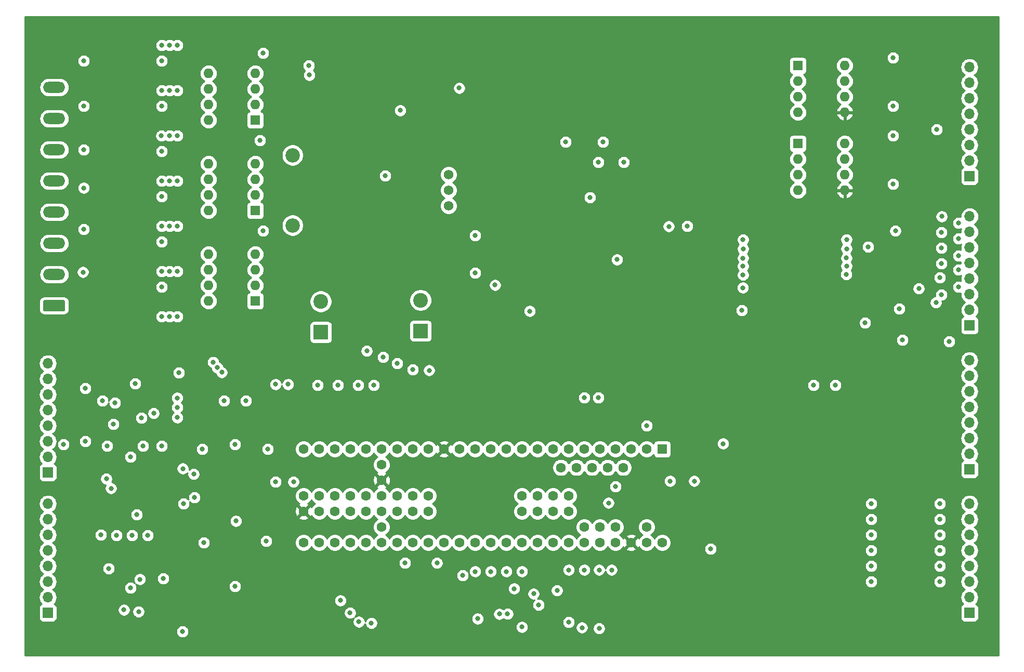
<source format=gbr>
G04 #@! TF.GenerationSoftware,KiCad,Pcbnew,5.1.4*
G04 #@! TF.CreationDate,2019-10-01T18:25:39-04:00*
G04 #@! TF.ProjectId,SolarCarECU,536f6c61-7243-4617-9245-43552e6b6963,rev?*
G04 #@! TF.SameCoordinates,Original*
G04 #@! TF.FileFunction,Copper,L2,Inr*
G04 #@! TF.FilePolarity,Positive*
%FSLAX46Y46*%
G04 Gerber Fmt 4.6, Leading zero omitted, Abs format (unit mm)*
G04 Created by KiCad (PCBNEW 5.1.4) date 2019-10-01 18:25:39*
%MOMM*%
%LPD*%
G04 APERTURE LIST*
%ADD10C,2.400000*%
%ADD11R,2.400000X2.400000*%
%ADD12C,1.600000*%
%ADD13R,1.600000X1.600000*%
%ADD14O,3.600000X1.800000*%
%ADD15C,0.100000*%
%ADD16C,1.800000*%
%ADD17C,1.574800*%
%ADD18C,2.336800*%
%ADD19O,1.700000X1.700000*%
%ADD20R,1.700000X1.700000*%
%ADD21O,1.600000X1.600000*%
%ADD22C,0.800000*%
%ADD23C,0.254000*%
G04 APERTURE END LIST*
D10*
X133604000Y-86741000D03*
D11*
X133604000Y-91741000D03*
D12*
X132334000Y-110998000D03*
X129794000Y-110998000D03*
X127254000Y-110998000D03*
X124714000Y-110998000D03*
X134874000Y-110998000D03*
X137414000Y-110998000D03*
X139954000Y-110998000D03*
X122174000Y-110998000D03*
X119634000Y-110998000D03*
X117094000Y-110998000D03*
X114554000Y-110998000D03*
X127254000Y-113538000D03*
X127254000Y-116078000D03*
X127254000Y-118618000D03*
X127254000Y-121158000D03*
X127254000Y-123698000D03*
X114554000Y-126238000D03*
X117094000Y-126238000D03*
X119634000Y-126238000D03*
X122174000Y-126238000D03*
X124714000Y-126238000D03*
X127254000Y-126238000D03*
X129794000Y-126238000D03*
X132334000Y-126238000D03*
X142494000Y-110998000D03*
X145034000Y-110998000D03*
X147574000Y-110998000D03*
X150114000Y-110998000D03*
X152654000Y-110998000D03*
X155194000Y-110998000D03*
X157734000Y-110998000D03*
X160274000Y-110998000D03*
X162814000Y-110998000D03*
X165354000Y-110998000D03*
X167894000Y-110998000D03*
X170434000Y-110998000D03*
D13*
X172974000Y-110998000D03*
D12*
X134874000Y-126238000D03*
X137414000Y-126238000D03*
X139954000Y-126238000D03*
X142494000Y-126238000D03*
X145034000Y-126238000D03*
X147574000Y-126238000D03*
X150114000Y-126238000D03*
X152654000Y-126238000D03*
X155194000Y-126238000D03*
X157734000Y-126238000D03*
X160274000Y-126238000D03*
X162814000Y-126238000D03*
X165354000Y-126238000D03*
X167894000Y-126238000D03*
X170434000Y-126238000D03*
X172974000Y-126238000D03*
X170434000Y-123698000D03*
X165354000Y-123698000D03*
X162814000Y-123698000D03*
X160274000Y-123698000D03*
X157734000Y-118618000D03*
X155194000Y-118618000D03*
X152654000Y-118618000D03*
X150114000Y-118618000D03*
X134874000Y-118618000D03*
X132334000Y-118618000D03*
X129794000Y-118618000D03*
X124714000Y-118618000D03*
X122174000Y-118618000D03*
X119634000Y-118618000D03*
X117094000Y-118618000D03*
X114554000Y-118618000D03*
X114554000Y-121158000D03*
X117094000Y-121158000D03*
X119634000Y-121158000D03*
X122174000Y-121158000D03*
X124714000Y-121158000D03*
X129794000Y-121158000D03*
X132334000Y-121158000D03*
X134874000Y-121158000D03*
X150114000Y-121158000D03*
X152654000Y-121158000D03*
X155194000Y-121158000D03*
X157734000Y-121158000D03*
X166624000Y-113998000D03*
X164084000Y-113998000D03*
X161544000Y-113998000D03*
X159004000Y-113998000D03*
X156464000Y-113998000D03*
D14*
X73914000Y-52070000D03*
X73914000Y-57150000D03*
X73914000Y-62230000D03*
X73914000Y-67310000D03*
X73914000Y-72390000D03*
X73914000Y-77470000D03*
X73914000Y-82550000D03*
D15*
G36*
X75488504Y-86731204D02*
G01*
X75512773Y-86734804D01*
X75536571Y-86740765D01*
X75559671Y-86749030D01*
X75581849Y-86759520D01*
X75602893Y-86772133D01*
X75622598Y-86786747D01*
X75640777Y-86803223D01*
X75657253Y-86821402D01*
X75671867Y-86841107D01*
X75684480Y-86862151D01*
X75694970Y-86884329D01*
X75703235Y-86907429D01*
X75709196Y-86931227D01*
X75712796Y-86955496D01*
X75714000Y-86980000D01*
X75714000Y-88280000D01*
X75712796Y-88304504D01*
X75709196Y-88328773D01*
X75703235Y-88352571D01*
X75694970Y-88375671D01*
X75684480Y-88397849D01*
X75671867Y-88418893D01*
X75657253Y-88438598D01*
X75640777Y-88456777D01*
X75622598Y-88473253D01*
X75602893Y-88487867D01*
X75581849Y-88500480D01*
X75559671Y-88510970D01*
X75536571Y-88519235D01*
X75512773Y-88525196D01*
X75488504Y-88528796D01*
X75464000Y-88530000D01*
X72364000Y-88530000D01*
X72339496Y-88528796D01*
X72315227Y-88525196D01*
X72291429Y-88519235D01*
X72268329Y-88510970D01*
X72246151Y-88500480D01*
X72225107Y-88487867D01*
X72205402Y-88473253D01*
X72187223Y-88456777D01*
X72170747Y-88438598D01*
X72156133Y-88418893D01*
X72143520Y-88397849D01*
X72133030Y-88375671D01*
X72124765Y-88352571D01*
X72118804Y-88328773D01*
X72115204Y-88304504D01*
X72114000Y-88280000D01*
X72114000Y-86980000D01*
X72115204Y-86955496D01*
X72118804Y-86931227D01*
X72124765Y-86907429D01*
X72133030Y-86884329D01*
X72143520Y-86862151D01*
X72156133Y-86841107D01*
X72170747Y-86821402D01*
X72187223Y-86803223D01*
X72205402Y-86786747D01*
X72225107Y-86772133D01*
X72246151Y-86759520D01*
X72268329Y-86749030D01*
X72291429Y-86740765D01*
X72315227Y-86734804D01*
X72339496Y-86731204D01*
X72364000Y-86730000D01*
X75464000Y-86730000D01*
X75488504Y-86731204D01*
X75488504Y-86731204D01*
G37*
D16*
X73914000Y-87630000D03*
D17*
X138159999Y-66294000D03*
X138159999Y-68834000D03*
X138159999Y-71374000D03*
D18*
X112759999Y-63119000D03*
X112759999Y-74549000D03*
D10*
X117348000Y-86948000D03*
D11*
X117348000Y-91948000D03*
D19*
X223040000Y-73098000D03*
X223040000Y-75638000D03*
X223040000Y-78178000D03*
X223040000Y-80718000D03*
X223040000Y-83258000D03*
X223040000Y-85798000D03*
X223040000Y-88338000D03*
D20*
X223040000Y-90878000D03*
D21*
X202692000Y-48514000D03*
X195072000Y-56134000D03*
X202692000Y-51054000D03*
X195072000Y-53594000D03*
X202692000Y-53594000D03*
X195072000Y-51054000D03*
X202692000Y-56134000D03*
D13*
X195072000Y-48514000D03*
D21*
X202692000Y-61214000D03*
X195072000Y-68834000D03*
X202692000Y-63754000D03*
X195072000Y-66294000D03*
X202692000Y-66294000D03*
X195072000Y-63754000D03*
X202692000Y-68834000D03*
D13*
X195072000Y-61214000D03*
D19*
X72898000Y-119888000D03*
X72898000Y-122428000D03*
X72898000Y-124968000D03*
X72898000Y-127508000D03*
X72898000Y-130048000D03*
X72898000Y-132588000D03*
X72898000Y-135128000D03*
D20*
X72898000Y-137668000D03*
D21*
X99060000Y-57404000D03*
X106680000Y-49784000D03*
X99060000Y-54864000D03*
X106680000Y-52324000D03*
X99060000Y-52324000D03*
X106680000Y-54864000D03*
X99060000Y-49784000D03*
D13*
X106680000Y-57404000D03*
D21*
X99060000Y-86868000D03*
X106680000Y-79248000D03*
X99060000Y-84328000D03*
X106680000Y-81788000D03*
X99060000Y-81788000D03*
X106680000Y-84328000D03*
X99060000Y-79248000D03*
D13*
X106680000Y-86868000D03*
D19*
X223012000Y-96520000D03*
X223012000Y-99060000D03*
X223012000Y-101600000D03*
X223012000Y-104140000D03*
X223012000Y-106680000D03*
X223012000Y-109220000D03*
X223012000Y-111760000D03*
D20*
X223012000Y-114300000D03*
D21*
X99060000Y-72136000D03*
X106680000Y-64516000D03*
X99060000Y-69596000D03*
X106680000Y-67056000D03*
X99060000Y-67056000D03*
X106680000Y-69596000D03*
X99060000Y-64516000D03*
D13*
X106680000Y-72136000D03*
D19*
X223012000Y-48768000D03*
X223012000Y-51308000D03*
X223012000Y-53848000D03*
X223012000Y-56388000D03*
X223012000Y-58928000D03*
X223012000Y-61468000D03*
X223012000Y-64008000D03*
D20*
X223012000Y-66548000D03*
D19*
X223012000Y-119888000D03*
X223012000Y-122428000D03*
X223012000Y-124968000D03*
X223012000Y-127508000D03*
X223012000Y-130048000D03*
X223012000Y-132588000D03*
X223012000Y-135128000D03*
D20*
X223012000Y-137668000D03*
D19*
X72898000Y-97028000D03*
X72898000Y-99568000D03*
X72898000Y-102108000D03*
X72898000Y-104648000D03*
X72898000Y-107188000D03*
X72898000Y-109728000D03*
X72898000Y-112268000D03*
D20*
X72898000Y-114808000D03*
D22*
X166687500Y-64262000D03*
X93974000Y-45218000D03*
X91434000Y-45218000D03*
X92704000Y-45218000D03*
X93974000Y-89414000D03*
X91440000Y-89408000D03*
X92704000Y-89414000D03*
X91434000Y-82048000D03*
X93980000Y-82048000D03*
X92704000Y-82048000D03*
X91434000Y-67316000D03*
X93974000Y-67316000D03*
X92704000Y-67316000D03*
X93974000Y-52584000D03*
X92704000Y-52584000D03*
X93980000Y-59944000D03*
X92710000Y-59944000D03*
X93974000Y-74682000D03*
X92704000Y-74682000D03*
X91434000Y-52584000D03*
X91390000Y-59950000D03*
X91434000Y-74682000D03*
X103378000Y-110236000D03*
X91439992Y-110490008D03*
X157226000Y-60960000D03*
X91694000Y-132080000D03*
X177038000Y-74676000D03*
X218186000Y-132588000D03*
X218186000Y-130048000D03*
X218186000Y-127508000D03*
X218186000Y-124968000D03*
X218186000Y-122428000D03*
X218186000Y-119888000D03*
X86360000Y-112268000D03*
X163322000Y-60959998D03*
X219710000Y-93471990D03*
X185928000Y-88392000D03*
X85280867Y-137177411D03*
X210566000Y-67818000D03*
X142494000Y-76200000D03*
X94234000Y-98552000D03*
X87122000Y-100330000D03*
X103524621Y-122701621D03*
X87884000Y-132207000D03*
X88392000Y-110490008D03*
X91440000Y-47752000D03*
X91440000Y-55118000D03*
X91440000Y-62484000D03*
X91440000Y-69850000D03*
X91440000Y-77216000D03*
X91440000Y-84582000D03*
X87376000Y-121666000D03*
X81534000Y-124968000D03*
X210566000Y-55118000D03*
X210566000Y-59944000D03*
X210566000Y-47244000D03*
X211582000Y-88138000D03*
X107442000Y-60706000D03*
X107950018Y-75438000D03*
X107950000Y-46482000D03*
X221234000Y-76708000D03*
X221234000Y-79502000D03*
X221234000Y-81788000D03*
X221234000Y-84582000D03*
X218186000Y-83058000D03*
X221234000Y-74168000D03*
X78994000Y-109728000D03*
X78994000Y-101091990D03*
X81787996Y-103124000D03*
X180848000Y-127254000D03*
X217551000Y-87122000D03*
X131064000Y-129540000D03*
X210950000Y-75440996D03*
X217678000Y-58928000D03*
X174025560Y-74711560D03*
X92455984Y-102616000D03*
X208153000Y-75438000D03*
X92963960Y-123444000D03*
X182880000Y-110109000D03*
X108458000Y-125984000D03*
X103378000Y-133350000D03*
X148844000Y-133731000D03*
X86360000Y-133604000D03*
X105156000Y-103124000D03*
X207010000Y-119888000D03*
X207010000Y-122428000D03*
X207010000Y-124968000D03*
X207010000Y-127508000D03*
X207010000Y-130048000D03*
X207010000Y-132588000D03*
X75438000Y-110236000D03*
X136271000Y-129540000D03*
X212090006Y-93218000D03*
X98298000Y-126237990D03*
X98044000Y-110998000D03*
X108712000Y-110998000D03*
X101600000Y-103124000D03*
X157734000Y-130683000D03*
X157734000Y-139192000D03*
X150114000Y-130937000D03*
X150113999Y-139980510D03*
X147574000Y-130937000D03*
X147764500Y-137837523D03*
X145034000Y-130937000D03*
X146431000Y-137858500D03*
X142494000Y-130937000D03*
X142894004Y-138619047D03*
X78740000Y-62230000D03*
X78740000Y-68453000D03*
X82423000Y-115824000D03*
X83185000Y-117384996D03*
X218440000Y-85852000D03*
X214757000Y-84836000D03*
X218440000Y-80772000D03*
X218440000Y-78232000D03*
X218440000Y-75692000D03*
X78613000Y-82169000D03*
X162560000Y-102616000D03*
X162559990Y-64262000D03*
X160274000Y-102616000D03*
X161188400Y-69989700D03*
X116840000Y-100584004D03*
X120142000Y-100584000D03*
X90134000Y-105156000D03*
X132334000Y-98044000D03*
X99822000Y-96837500D03*
X93962888Y-102653953D03*
X129794000Y-97027992D03*
X202984100Y-81165700D03*
X186118500Y-81191100D03*
X127507999Y-96012000D03*
X202971400Y-79857600D03*
X186118498Y-79883000D03*
X124841024Y-94996000D03*
X202984219Y-78355630D03*
X186143900Y-78384400D03*
X135001004Y-98171000D03*
X202958700Y-82537300D03*
X186131200Y-82626200D03*
X109982000Y-100444300D03*
X115404898Y-48514000D03*
X115481100Y-50063400D03*
X112026700Y-100433486D03*
X197612000Y-100584000D03*
X201168018Y-100584000D03*
X151383999Y-88518999D03*
X127850900Y-66459100D03*
X145732500Y-84264500D03*
X186118500Y-76873100D03*
X202984102Y-76847700D03*
X165602920Y-80126840D03*
X82804000Y-130462000D03*
X125583998Y-139338002D03*
X84074000Y-125062000D03*
X123546800Y-139140557D03*
X88138000Y-105918000D03*
X125984000Y-100584000D03*
X100481410Y-97704066D03*
X93980000Y-104203500D03*
X123444000Y-100584012D03*
X83820000Y-103472000D03*
X101218999Y-98488499D03*
X93980000Y-105854500D03*
X96774000Y-118872000D03*
X82550000Y-110490000D03*
X96647000Y-115062000D03*
X94995998Y-119888000D03*
X83566000Y-106934000D03*
X94869000Y-114172996D03*
X86614000Y-125062000D03*
X152821404Y-136387511D03*
X89154000Y-125062000D03*
X140462000Y-131572000D03*
X164719000Y-130682984D03*
X164211000Y-119761016D03*
X160274000Y-130683000D03*
X159893000Y-140080999D03*
X87670640Y-137480140D03*
X94833442Y-140716000D03*
X152018999Y-134556501D03*
X155828998Y-134021990D03*
X120549500Y-135662502D03*
X122110500Y-137668000D03*
X162687000Y-130683000D03*
X162687000Y-140208000D03*
X78740000Y-55118000D03*
X78740000Y-75184000D03*
X78740000Y-47752000D03*
X139903200Y-52171600D03*
X130289300Y-55829200D03*
X142494000Y-82296000D03*
X218494000Y-73098000D03*
X206501996Y-78041500D03*
X186105796Y-84708996D03*
X206009240Y-90418920D03*
X170434000Y-107188000D03*
X109982000Y-116332000D03*
X112903004Y-116332000D03*
X174244000Y-116205000D03*
X178181004Y-116205000D03*
X165354000Y-117094000D03*
D23*
G36*
X227780001Y-144578000D02*
G01*
X69200000Y-144578000D01*
X69200000Y-140614061D01*
X93798442Y-140614061D01*
X93798442Y-140817939D01*
X93838216Y-141017898D01*
X93916237Y-141206256D01*
X94029505Y-141375774D01*
X94173668Y-141519937D01*
X94343186Y-141633205D01*
X94531544Y-141711226D01*
X94731503Y-141751000D01*
X94935381Y-141751000D01*
X95135340Y-141711226D01*
X95323698Y-141633205D01*
X95493216Y-141519937D01*
X95637379Y-141375774D01*
X95750647Y-141206256D01*
X95828668Y-141017898D01*
X95868442Y-140817939D01*
X95868442Y-140614061D01*
X95828668Y-140414102D01*
X95750647Y-140225744D01*
X95637379Y-140056226D01*
X95493216Y-139912063D01*
X95323698Y-139798795D01*
X95135340Y-139720774D01*
X94935381Y-139681000D01*
X94731503Y-139681000D01*
X94531544Y-139720774D01*
X94343186Y-139798795D01*
X94173668Y-139912063D01*
X94029505Y-140056226D01*
X93916237Y-140225744D01*
X93838216Y-140414102D01*
X93798442Y-140614061D01*
X69200000Y-140614061D01*
X69200000Y-119888000D01*
X71405815Y-119888000D01*
X71434487Y-120179111D01*
X71519401Y-120459034D01*
X71657294Y-120717014D01*
X71842866Y-120943134D01*
X72068986Y-121128706D01*
X72123791Y-121158000D01*
X72068986Y-121187294D01*
X71842866Y-121372866D01*
X71657294Y-121598986D01*
X71519401Y-121856966D01*
X71434487Y-122136889D01*
X71405815Y-122428000D01*
X71434487Y-122719111D01*
X71519401Y-122999034D01*
X71657294Y-123257014D01*
X71842866Y-123483134D01*
X72068986Y-123668706D01*
X72123791Y-123698000D01*
X72068986Y-123727294D01*
X71842866Y-123912866D01*
X71657294Y-124138986D01*
X71519401Y-124396966D01*
X71434487Y-124676889D01*
X71405815Y-124968000D01*
X71434487Y-125259111D01*
X71519401Y-125539034D01*
X71657294Y-125797014D01*
X71842866Y-126023134D01*
X72068986Y-126208706D01*
X72123791Y-126238000D01*
X72068986Y-126267294D01*
X71842866Y-126452866D01*
X71657294Y-126678986D01*
X71519401Y-126936966D01*
X71434487Y-127216889D01*
X71405815Y-127508000D01*
X71434487Y-127799111D01*
X71519401Y-128079034D01*
X71657294Y-128337014D01*
X71842866Y-128563134D01*
X72068986Y-128748706D01*
X72123791Y-128778000D01*
X72068986Y-128807294D01*
X71842866Y-128992866D01*
X71657294Y-129218986D01*
X71519401Y-129476966D01*
X71434487Y-129756889D01*
X71405815Y-130048000D01*
X71434487Y-130339111D01*
X71519401Y-130619034D01*
X71657294Y-130877014D01*
X71842866Y-131103134D01*
X72068986Y-131288706D01*
X72123791Y-131318000D01*
X72068986Y-131347294D01*
X71842866Y-131532866D01*
X71657294Y-131758986D01*
X71519401Y-132016966D01*
X71434487Y-132296889D01*
X71405815Y-132588000D01*
X71434487Y-132879111D01*
X71519401Y-133159034D01*
X71657294Y-133417014D01*
X71842866Y-133643134D01*
X72068986Y-133828706D01*
X72123791Y-133858000D01*
X72068986Y-133887294D01*
X71842866Y-134072866D01*
X71657294Y-134298986D01*
X71519401Y-134556966D01*
X71434487Y-134836889D01*
X71405815Y-135128000D01*
X71434487Y-135419111D01*
X71519401Y-135699034D01*
X71657294Y-135957014D01*
X71842866Y-136183134D01*
X71872687Y-136207607D01*
X71803820Y-136228498D01*
X71693506Y-136287463D01*
X71596815Y-136366815D01*
X71517463Y-136463506D01*
X71458498Y-136573820D01*
X71422188Y-136693518D01*
X71409928Y-136818000D01*
X71409928Y-138518000D01*
X71422188Y-138642482D01*
X71458498Y-138762180D01*
X71517463Y-138872494D01*
X71596815Y-138969185D01*
X71693506Y-139048537D01*
X71803820Y-139107502D01*
X71923518Y-139143812D01*
X72048000Y-139156072D01*
X73748000Y-139156072D01*
X73872482Y-139143812D01*
X73992180Y-139107502D01*
X74102494Y-139048537D01*
X74199185Y-138969185D01*
X74278537Y-138872494D01*
X74337502Y-138762180D01*
X74373812Y-138642482D01*
X74386072Y-138518000D01*
X74386072Y-137075472D01*
X84245867Y-137075472D01*
X84245867Y-137279350D01*
X84285641Y-137479309D01*
X84363662Y-137667667D01*
X84476930Y-137837185D01*
X84621093Y-137981348D01*
X84790611Y-138094616D01*
X84978969Y-138172637D01*
X85178928Y-138212411D01*
X85382806Y-138212411D01*
X85582765Y-138172637D01*
X85771123Y-138094616D01*
X85940641Y-137981348D01*
X86084804Y-137837185D01*
X86198072Y-137667667D01*
X86276093Y-137479309D01*
X86296204Y-137378201D01*
X86635640Y-137378201D01*
X86635640Y-137582079D01*
X86675414Y-137782038D01*
X86753435Y-137970396D01*
X86866703Y-138139914D01*
X87010866Y-138284077D01*
X87180384Y-138397345D01*
X87368742Y-138475366D01*
X87568701Y-138515140D01*
X87772579Y-138515140D01*
X87972538Y-138475366D01*
X88160896Y-138397345D01*
X88330414Y-138284077D01*
X88474577Y-138139914D01*
X88587845Y-137970396D01*
X88665866Y-137782038D01*
X88705640Y-137582079D01*
X88705640Y-137566061D01*
X121075500Y-137566061D01*
X121075500Y-137769939D01*
X121115274Y-137969898D01*
X121193295Y-138158256D01*
X121306563Y-138327774D01*
X121450726Y-138471937D01*
X121620244Y-138585205D01*
X121808602Y-138663226D01*
X122008561Y-138703000D01*
X122212439Y-138703000D01*
X122412398Y-138663226D01*
X122600756Y-138585205D01*
X122731433Y-138497890D01*
X122629595Y-138650301D01*
X122551574Y-138838659D01*
X122511800Y-139038618D01*
X122511800Y-139242496D01*
X122551574Y-139442455D01*
X122629595Y-139630813D01*
X122742863Y-139800331D01*
X122887026Y-139944494D01*
X123056544Y-140057762D01*
X123244902Y-140135783D01*
X123444861Y-140175557D01*
X123648739Y-140175557D01*
X123848698Y-140135783D01*
X124037056Y-140057762D01*
X124206574Y-139944494D01*
X124350737Y-139800331D01*
X124464005Y-139630813D01*
X124542026Y-139442455D01*
X124548998Y-139407404D01*
X124548998Y-139439941D01*
X124588772Y-139639900D01*
X124666793Y-139828258D01*
X124780061Y-139997776D01*
X124924224Y-140141939D01*
X125093742Y-140255207D01*
X125282100Y-140333228D01*
X125482059Y-140373002D01*
X125685937Y-140373002D01*
X125885896Y-140333228D01*
X126074254Y-140255207D01*
X126243772Y-140141939D01*
X126387935Y-139997776D01*
X126467585Y-139878571D01*
X149078999Y-139878571D01*
X149078999Y-140082449D01*
X149118773Y-140282408D01*
X149196794Y-140470766D01*
X149310062Y-140640284D01*
X149454225Y-140784447D01*
X149623743Y-140897715D01*
X149812101Y-140975736D01*
X150012060Y-141015510D01*
X150215938Y-141015510D01*
X150415897Y-140975736D01*
X150604255Y-140897715D01*
X150773773Y-140784447D01*
X150917936Y-140640284D01*
X151031204Y-140470766D01*
X151109225Y-140282408D01*
X151148999Y-140082449D01*
X151148999Y-139878571D01*
X151109225Y-139678612D01*
X151031204Y-139490254D01*
X150917936Y-139320736D01*
X150773773Y-139176573D01*
X150644299Y-139090061D01*
X156699000Y-139090061D01*
X156699000Y-139293939D01*
X156738774Y-139493898D01*
X156816795Y-139682256D01*
X156930063Y-139851774D01*
X157074226Y-139995937D01*
X157243744Y-140109205D01*
X157432102Y-140187226D01*
X157632061Y-140227000D01*
X157835939Y-140227000D01*
X158035898Y-140187226D01*
X158224256Y-140109205D01*
X158393774Y-139995937D01*
X158410651Y-139979060D01*
X158858000Y-139979060D01*
X158858000Y-140182938D01*
X158897774Y-140382897D01*
X158975795Y-140571255D01*
X159089063Y-140740773D01*
X159233226Y-140884936D01*
X159402744Y-140998204D01*
X159591102Y-141076225D01*
X159791061Y-141115999D01*
X159994939Y-141115999D01*
X160194898Y-141076225D01*
X160383256Y-140998204D01*
X160552774Y-140884936D01*
X160696937Y-140740773D01*
X160810205Y-140571255D01*
X160888226Y-140382897D01*
X160928000Y-140182938D01*
X160928000Y-140106061D01*
X161652000Y-140106061D01*
X161652000Y-140309939D01*
X161691774Y-140509898D01*
X161769795Y-140698256D01*
X161883063Y-140867774D01*
X162027226Y-141011937D01*
X162196744Y-141125205D01*
X162385102Y-141203226D01*
X162585061Y-141243000D01*
X162788939Y-141243000D01*
X162988898Y-141203226D01*
X163177256Y-141125205D01*
X163346774Y-141011937D01*
X163490937Y-140867774D01*
X163604205Y-140698256D01*
X163682226Y-140509898D01*
X163722000Y-140309939D01*
X163722000Y-140106061D01*
X163682226Y-139906102D01*
X163604205Y-139717744D01*
X163490937Y-139548226D01*
X163346774Y-139404063D01*
X163177256Y-139290795D01*
X162988898Y-139212774D01*
X162788939Y-139173000D01*
X162585061Y-139173000D01*
X162385102Y-139212774D01*
X162196744Y-139290795D01*
X162027226Y-139404063D01*
X161883063Y-139548226D01*
X161769795Y-139717744D01*
X161691774Y-139906102D01*
X161652000Y-140106061D01*
X160928000Y-140106061D01*
X160928000Y-139979060D01*
X160888226Y-139779101D01*
X160810205Y-139590743D01*
X160696937Y-139421225D01*
X160552774Y-139277062D01*
X160383256Y-139163794D01*
X160194898Y-139085773D01*
X159994939Y-139045999D01*
X159791061Y-139045999D01*
X159591102Y-139085773D01*
X159402744Y-139163794D01*
X159233226Y-139277062D01*
X159089063Y-139421225D01*
X158975795Y-139590743D01*
X158897774Y-139779101D01*
X158858000Y-139979060D01*
X158410651Y-139979060D01*
X158537937Y-139851774D01*
X158651205Y-139682256D01*
X158729226Y-139493898D01*
X158769000Y-139293939D01*
X158769000Y-139090061D01*
X158729226Y-138890102D01*
X158651205Y-138701744D01*
X158537937Y-138532226D01*
X158393774Y-138388063D01*
X158224256Y-138274795D01*
X158035898Y-138196774D01*
X157835939Y-138157000D01*
X157632061Y-138157000D01*
X157432102Y-138196774D01*
X157243744Y-138274795D01*
X157074226Y-138388063D01*
X156930063Y-138532226D01*
X156816795Y-138701744D01*
X156738774Y-138890102D01*
X156699000Y-139090061D01*
X150644299Y-139090061D01*
X150604255Y-139063305D01*
X150415897Y-138985284D01*
X150215938Y-138945510D01*
X150012060Y-138945510D01*
X149812101Y-138985284D01*
X149623743Y-139063305D01*
X149454225Y-139176573D01*
X149310062Y-139320736D01*
X149196794Y-139490254D01*
X149118773Y-139678612D01*
X149078999Y-139878571D01*
X126467585Y-139878571D01*
X126501203Y-139828258D01*
X126579224Y-139639900D01*
X126618998Y-139439941D01*
X126618998Y-139236063D01*
X126579224Y-139036104D01*
X126501203Y-138847746D01*
X126387935Y-138678228D01*
X126243772Y-138534065D01*
X126218394Y-138517108D01*
X141859004Y-138517108D01*
X141859004Y-138720986D01*
X141898778Y-138920945D01*
X141976799Y-139109303D01*
X142090067Y-139278821D01*
X142234230Y-139422984D01*
X142403748Y-139536252D01*
X142592106Y-139614273D01*
X142792065Y-139654047D01*
X142995943Y-139654047D01*
X143195902Y-139614273D01*
X143384260Y-139536252D01*
X143553778Y-139422984D01*
X143697941Y-139278821D01*
X143811209Y-139109303D01*
X143889230Y-138920945D01*
X143929004Y-138720986D01*
X143929004Y-138517108D01*
X143889230Y-138317149D01*
X143811209Y-138128791D01*
X143697941Y-137959273D01*
X143553778Y-137815110D01*
X143466153Y-137756561D01*
X145396000Y-137756561D01*
X145396000Y-137960439D01*
X145435774Y-138160398D01*
X145513795Y-138348756D01*
X145627063Y-138518274D01*
X145771226Y-138662437D01*
X145940744Y-138775705D01*
X146129102Y-138853726D01*
X146329061Y-138893500D01*
X146532939Y-138893500D01*
X146732898Y-138853726D01*
X146921256Y-138775705D01*
X147090774Y-138662437D01*
X147108937Y-138644274D01*
X147274244Y-138754728D01*
X147462602Y-138832749D01*
X147662561Y-138872523D01*
X147866439Y-138872523D01*
X148066398Y-138832749D01*
X148254756Y-138754728D01*
X148424274Y-138641460D01*
X148568437Y-138497297D01*
X148681705Y-138327779D01*
X148759726Y-138139421D01*
X148799500Y-137939462D01*
X148799500Y-137735584D01*
X148759726Y-137535625D01*
X148681705Y-137347267D01*
X148568437Y-137177749D01*
X148424274Y-137033586D01*
X148254756Y-136920318D01*
X148066398Y-136842297D01*
X147866439Y-136802523D01*
X147662561Y-136802523D01*
X147462602Y-136842297D01*
X147274244Y-136920318D01*
X147104726Y-137033586D01*
X147086563Y-137051749D01*
X146921256Y-136941295D01*
X146732898Y-136863274D01*
X146532939Y-136823500D01*
X146329061Y-136823500D01*
X146129102Y-136863274D01*
X145940744Y-136941295D01*
X145771226Y-137054563D01*
X145627063Y-137198726D01*
X145513795Y-137368244D01*
X145435774Y-137556602D01*
X145396000Y-137756561D01*
X143466153Y-137756561D01*
X143384260Y-137701842D01*
X143195902Y-137623821D01*
X142995943Y-137584047D01*
X142792065Y-137584047D01*
X142592106Y-137623821D01*
X142403748Y-137701842D01*
X142234230Y-137815110D01*
X142090067Y-137959273D01*
X141976799Y-138128791D01*
X141898778Y-138317149D01*
X141859004Y-138517108D01*
X126218394Y-138517108D01*
X126074254Y-138420797D01*
X125885896Y-138342776D01*
X125685937Y-138303002D01*
X125482059Y-138303002D01*
X125282100Y-138342776D01*
X125093742Y-138420797D01*
X124924224Y-138534065D01*
X124780061Y-138678228D01*
X124666793Y-138847746D01*
X124588772Y-139036104D01*
X124581800Y-139071155D01*
X124581800Y-139038618D01*
X124542026Y-138838659D01*
X124464005Y-138650301D01*
X124350737Y-138480783D01*
X124206574Y-138336620D01*
X124037056Y-138223352D01*
X123848698Y-138145331D01*
X123648739Y-138105557D01*
X123444861Y-138105557D01*
X123244902Y-138145331D01*
X123056544Y-138223352D01*
X122925867Y-138310667D01*
X123027705Y-138158256D01*
X123105726Y-137969898D01*
X123145500Y-137769939D01*
X123145500Y-137566061D01*
X123105726Y-137366102D01*
X123027705Y-137177744D01*
X122914437Y-137008226D01*
X122770274Y-136864063D01*
X122600756Y-136750795D01*
X122412398Y-136672774D01*
X122212439Y-136633000D01*
X122008561Y-136633000D01*
X121808602Y-136672774D01*
X121620244Y-136750795D01*
X121450726Y-136864063D01*
X121306563Y-137008226D01*
X121193295Y-137177744D01*
X121115274Y-137366102D01*
X121075500Y-137566061D01*
X88705640Y-137566061D01*
X88705640Y-137378201D01*
X88665866Y-137178242D01*
X88587845Y-136989884D01*
X88474577Y-136820366D01*
X88330414Y-136676203D01*
X88160896Y-136562935D01*
X87972538Y-136484914D01*
X87772579Y-136445140D01*
X87568701Y-136445140D01*
X87368742Y-136484914D01*
X87180384Y-136562935D01*
X87010866Y-136676203D01*
X86866703Y-136820366D01*
X86753435Y-136989884D01*
X86675414Y-137178242D01*
X86635640Y-137378201D01*
X86296204Y-137378201D01*
X86315867Y-137279350D01*
X86315867Y-137075472D01*
X86276093Y-136875513D01*
X86198072Y-136687155D01*
X86084804Y-136517637D01*
X85940641Y-136373474D01*
X85771123Y-136260206D01*
X85582765Y-136182185D01*
X85382806Y-136142411D01*
X85178928Y-136142411D01*
X84978969Y-136182185D01*
X84790611Y-136260206D01*
X84621093Y-136373474D01*
X84476930Y-136517637D01*
X84363662Y-136687155D01*
X84285641Y-136875513D01*
X84245867Y-137075472D01*
X74386072Y-137075472D01*
X74386072Y-136818000D01*
X74373812Y-136693518D01*
X74337502Y-136573820D01*
X74278537Y-136463506D01*
X74199185Y-136366815D01*
X74102494Y-136287463D01*
X73992180Y-136228498D01*
X73923313Y-136207607D01*
X73953134Y-136183134D01*
X74138706Y-135957014D01*
X74276599Y-135699034D01*
X74318603Y-135560563D01*
X119514500Y-135560563D01*
X119514500Y-135764441D01*
X119554274Y-135964400D01*
X119632295Y-136152758D01*
X119745563Y-136322276D01*
X119889726Y-136466439D01*
X120059244Y-136579707D01*
X120247602Y-136657728D01*
X120447561Y-136697502D01*
X120651439Y-136697502D01*
X120851398Y-136657728D01*
X121039756Y-136579707D01*
X121209274Y-136466439D01*
X121353437Y-136322276D01*
X121466705Y-136152758D01*
X121544726Y-135964400D01*
X121584500Y-135764441D01*
X121584500Y-135560563D01*
X121544726Y-135360604D01*
X121466705Y-135172246D01*
X121353437Y-135002728D01*
X121209274Y-134858565D01*
X121039756Y-134745297D01*
X120851398Y-134667276D01*
X120651439Y-134627502D01*
X120447561Y-134627502D01*
X120247602Y-134667276D01*
X120059244Y-134745297D01*
X119889726Y-134858565D01*
X119745563Y-135002728D01*
X119632295Y-135172246D01*
X119554274Y-135360604D01*
X119514500Y-135560563D01*
X74318603Y-135560563D01*
X74361513Y-135419111D01*
X74390185Y-135128000D01*
X74361513Y-134836889D01*
X74276599Y-134556966D01*
X74138706Y-134298986D01*
X73953134Y-134072866D01*
X73727014Y-133887294D01*
X73672209Y-133858000D01*
X73727014Y-133828706D01*
X73953134Y-133643134D01*
X74068909Y-133502061D01*
X85325000Y-133502061D01*
X85325000Y-133705939D01*
X85364774Y-133905898D01*
X85442795Y-134094256D01*
X85556063Y-134263774D01*
X85700226Y-134407937D01*
X85869744Y-134521205D01*
X86058102Y-134599226D01*
X86258061Y-134639000D01*
X86461939Y-134639000D01*
X86661898Y-134599226D01*
X86850256Y-134521205D01*
X87019774Y-134407937D01*
X87163937Y-134263774D01*
X87277205Y-134094256D01*
X87355226Y-133905898D01*
X87395000Y-133705939D01*
X87395000Y-133502061D01*
X87355226Y-133302102D01*
X87332842Y-133248061D01*
X102343000Y-133248061D01*
X102343000Y-133451939D01*
X102382774Y-133651898D01*
X102460795Y-133840256D01*
X102574063Y-134009774D01*
X102718226Y-134153937D01*
X102887744Y-134267205D01*
X103076102Y-134345226D01*
X103276061Y-134385000D01*
X103479939Y-134385000D01*
X103679898Y-134345226D01*
X103868256Y-134267205D01*
X104037774Y-134153937D01*
X104181937Y-134009774D01*
X104295205Y-133840256D01*
X104373226Y-133651898D01*
X104377768Y-133629061D01*
X147809000Y-133629061D01*
X147809000Y-133832939D01*
X147848774Y-134032898D01*
X147926795Y-134221256D01*
X148040063Y-134390774D01*
X148184226Y-134534937D01*
X148353744Y-134648205D01*
X148542102Y-134726226D01*
X148742061Y-134766000D01*
X148945939Y-134766000D01*
X149145898Y-134726226D01*
X149334256Y-134648205D01*
X149503774Y-134534937D01*
X149584149Y-134454562D01*
X150983999Y-134454562D01*
X150983999Y-134658440D01*
X151023773Y-134858399D01*
X151101794Y-135046757D01*
X151215062Y-135216275D01*
X151359225Y-135360438D01*
X151528743Y-135473706D01*
X151717101Y-135551727D01*
X151917060Y-135591501D01*
X152120938Y-135591501D01*
X152161986Y-135583336D01*
X152161630Y-135583574D01*
X152017467Y-135727737D01*
X151904199Y-135897255D01*
X151826178Y-136085613D01*
X151786404Y-136285572D01*
X151786404Y-136489450D01*
X151826178Y-136689409D01*
X151904199Y-136877767D01*
X152017467Y-137047285D01*
X152161630Y-137191448D01*
X152331148Y-137304716D01*
X152519506Y-137382737D01*
X152719465Y-137422511D01*
X152923343Y-137422511D01*
X153123302Y-137382737D01*
X153311660Y-137304716D01*
X153481178Y-137191448D01*
X153625341Y-137047285D01*
X153738609Y-136877767D01*
X153816630Y-136689409D01*
X153856404Y-136489450D01*
X153856404Y-136285572D01*
X153816630Y-136085613D01*
X153738609Y-135897255D01*
X153625341Y-135727737D01*
X153481178Y-135583574D01*
X153311660Y-135470306D01*
X153123302Y-135392285D01*
X152923343Y-135352511D01*
X152719465Y-135352511D01*
X152678417Y-135360676D01*
X152678773Y-135360438D01*
X152822936Y-135216275D01*
X152936204Y-135046757D01*
X153014225Y-134858399D01*
X153053999Y-134658440D01*
X153053999Y-134454562D01*
X153014225Y-134254603D01*
X152936204Y-134066245D01*
X152838521Y-133920051D01*
X154793998Y-133920051D01*
X154793998Y-134123929D01*
X154833772Y-134323888D01*
X154911793Y-134512246D01*
X155025061Y-134681764D01*
X155169224Y-134825927D01*
X155338742Y-134939195D01*
X155527100Y-135017216D01*
X155727059Y-135056990D01*
X155930937Y-135056990D01*
X156130896Y-135017216D01*
X156319254Y-134939195D01*
X156488772Y-134825927D01*
X156632935Y-134681764D01*
X156746203Y-134512246D01*
X156824224Y-134323888D01*
X156863998Y-134123929D01*
X156863998Y-133920051D01*
X156824224Y-133720092D01*
X156746203Y-133531734D01*
X156632935Y-133362216D01*
X156488772Y-133218053D01*
X156319254Y-133104785D01*
X156130896Y-133026764D01*
X155930937Y-132986990D01*
X155727059Y-132986990D01*
X155527100Y-133026764D01*
X155338742Y-133104785D01*
X155169224Y-133218053D01*
X155025061Y-133362216D01*
X154911793Y-133531734D01*
X154833772Y-133720092D01*
X154793998Y-133920051D01*
X152838521Y-133920051D01*
X152822936Y-133896727D01*
X152678773Y-133752564D01*
X152509255Y-133639296D01*
X152320897Y-133561275D01*
X152120938Y-133521501D01*
X151917060Y-133521501D01*
X151717101Y-133561275D01*
X151528743Y-133639296D01*
X151359225Y-133752564D01*
X151215062Y-133896727D01*
X151101794Y-134066245D01*
X151023773Y-134254603D01*
X150983999Y-134454562D01*
X149584149Y-134454562D01*
X149647937Y-134390774D01*
X149761205Y-134221256D01*
X149839226Y-134032898D01*
X149879000Y-133832939D01*
X149879000Y-133629061D01*
X149839226Y-133429102D01*
X149761205Y-133240744D01*
X149647937Y-133071226D01*
X149503774Y-132927063D01*
X149334256Y-132813795D01*
X149145898Y-132735774D01*
X148945939Y-132696000D01*
X148742061Y-132696000D01*
X148542102Y-132735774D01*
X148353744Y-132813795D01*
X148184226Y-132927063D01*
X148040063Y-133071226D01*
X147926795Y-133240744D01*
X147848774Y-133429102D01*
X147809000Y-133629061D01*
X104377768Y-133629061D01*
X104413000Y-133451939D01*
X104413000Y-133248061D01*
X104373226Y-133048102D01*
X104295205Y-132859744D01*
X104181937Y-132690226D01*
X104037774Y-132546063D01*
X103868256Y-132432795D01*
X103679898Y-132354774D01*
X103479939Y-132315000D01*
X103276061Y-132315000D01*
X103076102Y-132354774D01*
X102887744Y-132432795D01*
X102718226Y-132546063D01*
X102574063Y-132690226D01*
X102460795Y-132859744D01*
X102382774Y-133048102D01*
X102343000Y-133248061D01*
X87332842Y-133248061D01*
X87277205Y-133113744D01*
X87176869Y-132963580D01*
X87224226Y-133010937D01*
X87393744Y-133124205D01*
X87582102Y-133202226D01*
X87782061Y-133242000D01*
X87985939Y-133242000D01*
X88185898Y-133202226D01*
X88374256Y-133124205D01*
X88543774Y-133010937D01*
X88687937Y-132866774D01*
X88801205Y-132697256D01*
X88879226Y-132508898D01*
X88919000Y-132308939D01*
X88919000Y-132105061D01*
X88893739Y-131978061D01*
X90659000Y-131978061D01*
X90659000Y-132181939D01*
X90698774Y-132381898D01*
X90776795Y-132570256D01*
X90890063Y-132739774D01*
X91034226Y-132883937D01*
X91203744Y-132997205D01*
X91392102Y-133075226D01*
X91592061Y-133115000D01*
X91795939Y-133115000D01*
X91995898Y-133075226D01*
X92184256Y-132997205D01*
X92353774Y-132883937D01*
X92497937Y-132739774D01*
X92611205Y-132570256D01*
X92689226Y-132381898D01*
X92729000Y-132181939D01*
X92729000Y-131978061D01*
X92689226Y-131778102D01*
X92611205Y-131589744D01*
X92531236Y-131470061D01*
X139427000Y-131470061D01*
X139427000Y-131673939D01*
X139466774Y-131873898D01*
X139544795Y-132062256D01*
X139658063Y-132231774D01*
X139802226Y-132375937D01*
X139971744Y-132489205D01*
X140160102Y-132567226D01*
X140360061Y-132607000D01*
X140563939Y-132607000D01*
X140763898Y-132567226D01*
X140952256Y-132489205D01*
X140956961Y-132486061D01*
X205975000Y-132486061D01*
X205975000Y-132689939D01*
X206014774Y-132889898D01*
X206092795Y-133078256D01*
X206206063Y-133247774D01*
X206350226Y-133391937D01*
X206519744Y-133505205D01*
X206708102Y-133583226D01*
X206908061Y-133623000D01*
X207111939Y-133623000D01*
X207311898Y-133583226D01*
X207500256Y-133505205D01*
X207669774Y-133391937D01*
X207813937Y-133247774D01*
X207927205Y-133078256D01*
X208005226Y-132889898D01*
X208045000Y-132689939D01*
X208045000Y-132486061D01*
X217151000Y-132486061D01*
X217151000Y-132689939D01*
X217190774Y-132889898D01*
X217268795Y-133078256D01*
X217382063Y-133247774D01*
X217526226Y-133391937D01*
X217695744Y-133505205D01*
X217884102Y-133583226D01*
X218084061Y-133623000D01*
X218287939Y-133623000D01*
X218487898Y-133583226D01*
X218676256Y-133505205D01*
X218845774Y-133391937D01*
X218989937Y-133247774D01*
X219103205Y-133078256D01*
X219181226Y-132889898D01*
X219221000Y-132689939D01*
X219221000Y-132486061D01*
X219181226Y-132286102D01*
X219103205Y-132097744D01*
X218989937Y-131928226D01*
X218845774Y-131784063D01*
X218676256Y-131670795D01*
X218487898Y-131592774D01*
X218287939Y-131553000D01*
X218084061Y-131553000D01*
X217884102Y-131592774D01*
X217695744Y-131670795D01*
X217526226Y-131784063D01*
X217382063Y-131928226D01*
X217268795Y-132097744D01*
X217190774Y-132286102D01*
X217151000Y-132486061D01*
X208045000Y-132486061D01*
X208005226Y-132286102D01*
X207927205Y-132097744D01*
X207813937Y-131928226D01*
X207669774Y-131784063D01*
X207500256Y-131670795D01*
X207311898Y-131592774D01*
X207111939Y-131553000D01*
X206908061Y-131553000D01*
X206708102Y-131592774D01*
X206519744Y-131670795D01*
X206350226Y-131784063D01*
X206206063Y-131928226D01*
X206092795Y-132097744D01*
X206014774Y-132286102D01*
X205975000Y-132486061D01*
X140956961Y-132486061D01*
X141121774Y-132375937D01*
X141265937Y-132231774D01*
X141379205Y-132062256D01*
X141457226Y-131873898D01*
X141497000Y-131673939D01*
X141497000Y-131470061D01*
X141457226Y-131270102D01*
X141379205Y-131081744D01*
X141265937Y-130912226D01*
X141188772Y-130835061D01*
X141459000Y-130835061D01*
X141459000Y-131038939D01*
X141498774Y-131238898D01*
X141576795Y-131427256D01*
X141690063Y-131596774D01*
X141834226Y-131740937D01*
X142003744Y-131854205D01*
X142192102Y-131932226D01*
X142392061Y-131972000D01*
X142595939Y-131972000D01*
X142795898Y-131932226D01*
X142984256Y-131854205D01*
X143153774Y-131740937D01*
X143297937Y-131596774D01*
X143411205Y-131427256D01*
X143489226Y-131238898D01*
X143529000Y-131038939D01*
X143529000Y-130835061D01*
X143999000Y-130835061D01*
X143999000Y-131038939D01*
X144038774Y-131238898D01*
X144116795Y-131427256D01*
X144230063Y-131596774D01*
X144374226Y-131740937D01*
X144543744Y-131854205D01*
X144732102Y-131932226D01*
X144932061Y-131972000D01*
X145135939Y-131972000D01*
X145335898Y-131932226D01*
X145524256Y-131854205D01*
X145693774Y-131740937D01*
X145837937Y-131596774D01*
X145951205Y-131427256D01*
X146029226Y-131238898D01*
X146069000Y-131038939D01*
X146069000Y-130835061D01*
X146539000Y-130835061D01*
X146539000Y-131038939D01*
X146578774Y-131238898D01*
X146656795Y-131427256D01*
X146770063Y-131596774D01*
X146914226Y-131740937D01*
X147083744Y-131854205D01*
X147272102Y-131932226D01*
X147472061Y-131972000D01*
X147675939Y-131972000D01*
X147875898Y-131932226D01*
X148064256Y-131854205D01*
X148233774Y-131740937D01*
X148377937Y-131596774D01*
X148491205Y-131427256D01*
X148569226Y-131238898D01*
X148609000Y-131038939D01*
X148609000Y-130835061D01*
X149079000Y-130835061D01*
X149079000Y-131038939D01*
X149118774Y-131238898D01*
X149196795Y-131427256D01*
X149310063Y-131596774D01*
X149454226Y-131740937D01*
X149623744Y-131854205D01*
X149812102Y-131932226D01*
X150012061Y-131972000D01*
X150215939Y-131972000D01*
X150415898Y-131932226D01*
X150604256Y-131854205D01*
X150773774Y-131740937D01*
X150917937Y-131596774D01*
X151031205Y-131427256D01*
X151109226Y-131238898D01*
X151149000Y-131038939D01*
X151149000Y-130835061D01*
X151109226Y-130635102D01*
X151086842Y-130581061D01*
X156699000Y-130581061D01*
X156699000Y-130784939D01*
X156738774Y-130984898D01*
X156816795Y-131173256D01*
X156930063Y-131342774D01*
X157074226Y-131486937D01*
X157243744Y-131600205D01*
X157432102Y-131678226D01*
X157632061Y-131718000D01*
X157835939Y-131718000D01*
X158035898Y-131678226D01*
X158224256Y-131600205D01*
X158393774Y-131486937D01*
X158537937Y-131342774D01*
X158651205Y-131173256D01*
X158729226Y-130984898D01*
X158769000Y-130784939D01*
X158769000Y-130581061D01*
X159239000Y-130581061D01*
X159239000Y-130784939D01*
X159278774Y-130984898D01*
X159356795Y-131173256D01*
X159470063Y-131342774D01*
X159614226Y-131486937D01*
X159783744Y-131600205D01*
X159972102Y-131678226D01*
X160172061Y-131718000D01*
X160375939Y-131718000D01*
X160575898Y-131678226D01*
X160764256Y-131600205D01*
X160933774Y-131486937D01*
X161077937Y-131342774D01*
X161191205Y-131173256D01*
X161269226Y-130984898D01*
X161309000Y-130784939D01*
X161309000Y-130581061D01*
X161652000Y-130581061D01*
X161652000Y-130784939D01*
X161691774Y-130984898D01*
X161769795Y-131173256D01*
X161883063Y-131342774D01*
X162027226Y-131486937D01*
X162196744Y-131600205D01*
X162385102Y-131678226D01*
X162585061Y-131718000D01*
X162788939Y-131718000D01*
X162988898Y-131678226D01*
X163177256Y-131600205D01*
X163346774Y-131486937D01*
X163490937Y-131342774D01*
X163604205Y-131173256D01*
X163682226Y-130984898D01*
X163703002Y-130880451D01*
X163723774Y-130984882D01*
X163801795Y-131173240D01*
X163915063Y-131342758D01*
X164059226Y-131486921D01*
X164228744Y-131600189D01*
X164417102Y-131678210D01*
X164617061Y-131717984D01*
X164820939Y-131717984D01*
X165020898Y-131678210D01*
X165209256Y-131600189D01*
X165378774Y-131486921D01*
X165522937Y-131342758D01*
X165636205Y-131173240D01*
X165714226Y-130984882D01*
X165754000Y-130784923D01*
X165754000Y-130581045D01*
X165714226Y-130381086D01*
X165636205Y-130192728D01*
X165522937Y-130023210D01*
X165445788Y-129946061D01*
X205975000Y-129946061D01*
X205975000Y-130149939D01*
X206014774Y-130349898D01*
X206092795Y-130538256D01*
X206206063Y-130707774D01*
X206350226Y-130851937D01*
X206519744Y-130965205D01*
X206708102Y-131043226D01*
X206908061Y-131083000D01*
X207111939Y-131083000D01*
X207311898Y-131043226D01*
X207500256Y-130965205D01*
X207669774Y-130851937D01*
X207813937Y-130707774D01*
X207927205Y-130538256D01*
X208005226Y-130349898D01*
X208045000Y-130149939D01*
X208045000Y-129946061D01*
X217151000Y-129946061D01*
X217151000Y-130149939D01*
X217190774Y-130349898D01*
X217268795Y-130538256D01*
X217382063Y-130707774D01*
X217526226Y-130851937D01*
X217695744Y-130965205D01*
X217884102Y-131043226D01*
X218084061Y-131083000D01*
X218287939Y-131083000D01*
X218487898Y-131043226D01*
X218676256Y-130965205D01*
X218845774Y-130851937D01*
X218989937Y-130707774D01*
X219103205Y-130538256D01*
X219181226Y-130349898D01*
X219221000Y-130149939D01*
X219221000Y-129946061D01*
X219181226Y-129746102D01*
X219103205Y-129557744D01*
X218989937Y-129388226D01*
X218845774Y-129244063D01*
X218676256Y-129130795D01*
X218487898Y-129052774D01*
X218287939Y-129013000D01*
X218084061Y-129013000D01*
X217884102Y-129052774D01*
X217695744Y-129130795D01*
X217526226Y-129244063D01*
X217382063Y-129388226D01*
X217268795Y-129557744D01*
X217190774Y-129746102D01*
X217151000Y-129946061D01*
X208045000Y-129946061D01*
X208005226Y-129746102D01*
X207927205Y-129557744D01*
X207813937Y-129388226D01*
X207669774Y-129244063D01*
X207500256Y-129130795D01*
X207311898Y-129052774D01*
X207111939Y-129013000D01*
X206908061Y-129013000D01*
X206708102Y-129052774D01*
X206519744Y-129130795D01*
X206350226Y-129244063D01*
X206206063Y-129388226D01*
X206092795Y-129557744D01*
X206014774Y-129746102D01*
X205975000Y-129946061D01*
X165445788Y-129946061D01*
X165378774Y-129879047D01*
X165209256Y-129765779D01*
X165020898Y-129687758D01*
X164820939Y-129647984D01*
X164617061Y-129647984D01*
X164417102Y-129687758D01*
X164228744Y-129765779D01*
X164059226Y-129879047D01*
X163915063Y-130023210D01*
X163801795Y-130192728D01*
X163723774Y-130381086D01*
X163702998Y-130485533D01*
X163682226Y-130381102D01*
X163604205Y-130192744D01*
X163490937Y-130023226D01*
X163346774Y-129879063D01*
X163177256Y-129765795D01*
X162988898Y-129687774D01*
X162788939Y-129648000D01*
X162585061Y-129648000D01*
X162385102Y-129687774D01*
X162196744Y-129765795D01*
X162027226Y-129879063D01*
X161883063Y-130023226D01*
X161769795Y-130192744D01*
X161691774Y-130381102D01*
X161652000Y-130581061D01*
X161309000Y-130581061D01*
X161269226Y-130381102D01*
X161191205Y-130192744D01*
X161077937Y-130023226D01*
X160933774Y-129879063D01*
X160764256Y-129765795D01*
X160575898Y-129687774D01*
X160375939Y-129648000D01*
X160172061Y-129648000D01*
X159972102Y-129687774D01*
X159783744Y-129765795D01*
X159614226Y-129879063D01*
X159470063Y-130023226D01*
X159356795Y-130192744D01*
X159278774Y-130381102D01*
X159239000Y-130581061D01*
X158769000Y-130581061D01*
X158729226Y-130381102D01*
X158651205Y-130192744D01*
X158537937Y-130023226D01*
X158393774Y-129879063D01*
X158224256Y-129765795D01*
X158035898Y-129687774D01*
X157835939Y-129648000D01*
X157632061Y-129648000D01*
X157432102Y-129687774D01*
X157243744Y-129765795D01*
X157074226Y-129879063D01*
X156930063Y-130023226D01*
X156816795Y-130192744D01*
X156738774Y-130381102D01*
X156699000Y-130581061D01*
X151086842Y-130581061D01*
X151031205Y-130446744D01*
X150917937Y-130277226D01*
X150773774Y-130133063D01*
X150604256Y-130019795D01*
X150415898Y-129941774D01*
X150215939Y-129902000D01*
X150012061Y-129902000D01*
X149812102Y-129941774D01*
X149623744Y-130019795D01*
X149454226Y-130133063D01*
X149310063Y-130277226D01*
X149196795Y-130446744D01*
X149118774Y-130635102D01*
X149079000Y-130835061D01*
X148609000Y-130835061D01*
X148569226Y-130635102D01*
X148491205Y-130446744D01*
X148377937Y-130277226D01*
X148233774Y-130133063D01*
X148064256Y-130019795D01*
X147875898Y-129941774D01*
X147675939Y-129902000D01*
X147472061Y-129902000D01*
X147272102Y-129941774D01*
X147083744Y-130019795D01*
X146914226Y-130133063D01*
X146770063Y-130277226D01*
X146656795Y-130446744D01*
X146578774Y-130635102D01*
X146539000Y-130835061D01*
X146069000Y-130835061D01*
X146029226Y-130635102D01*
X145951205Y-130446744D01*
X145837937Y-130277226D01*
X145693774Y-130133063D01*
X145524256Y-130019795D01*
X145335898Y-129941774D01*
X145135939Y-129902000D01*
X144932061Y-129902000D01*
X144732102Y-129941774D01*
X144543744Y-130019795D01*
X144374226Y-130133063D01*
X144230063Y-130277226D01*
X144116795Y-130446744D01*
X144038774Y-130635102D01*
X143999000Y-130835061D01*
X143529000Y-130835061D01*
X143489226Y-130635102D01*
X143411205Y-130446744D01*
X143297937Y-130277226D01*
X143153774Y-130133063D01*
X142984256Y-130019795D01*
X142795898Y-129941774D01*
X142595939Y-129902000D01*
X142392061Y-129902000D01*
X142192102Y-129941774D01*
X142003744Y-130019795D01*
X141834226Y-130133063D01*
X141690063Y-130277226D01*
X141576795Y-130446744D01*
X141498774Y-130635102D01*
X141459000Y-130835061D01*
X141188772Y-130835061D01*
X141121774Y-130768063D01*
X140952256Y-130654795D01*
X140763898Y-130576774D01*
X140563939Y-130537000D01*
X140360061Y-130537000D01*
X140160102Y-130576774D01*
X139971744Y-130654795D01*
X139802226Y-130768063D01*
X139658063Y-130912226D01*
X139544795Y-131081744D01*
X139466774Y-131270102D01*
X139427000Y-131470061D01*
X92531236Y-131470061D01*
X92497937Y-131420226D01*
X92353774Y-131276063D01*
X92184256Y-131162795D01*
X91995898Y-131084774D01*
X91795939Y-131045000D01*
X91592061Y-131045000D01*
X91392102Y-131084774D01*
X91203744Y-131162795D01*
X91034226Y-131276063D01*
X90890063Y-131420226D01*
X90776795Y-131589744D01*
X90698774Y-131778102D01*
X90659000Y-131978061D01*
X88893739Y-131978061D01*
X88879226Y-131905102D01*
X88801205Y-131716744D01*
X88687937Y-131547226D01*
X88543774Y-131403063D01*
X88374256Y-131289795D01*
X88185898Y-131211774D01*
X87985939Y-131172000D01*
X87782061Y-131172000D01*
X87582102Y-131211774D01*
X87393744Y-131289795D01*
X87224226Y-131403063D01*
X87080063Y-131547226D01*
X86966795Y-131716744D01*
X86888774Y-131905102D01*
X86849000Y-132105061D01*
X86849000Y-132308939D01*
X86888774Y-132508898D01*
X86966795Y-132697256D01*
X87067131Y-132847420D01*
X87019774Y-132800063D01*
X86850256Y-132686795D01*
X86661898Y-132608774D01*
X86461939Y-132569000D01*
X86258061Y-132569000D01*
X86058102Y-132608774D01*
X85869744Y-132686795D01*
X85700226Y-132800063D01*
X85556063Y-132944226D01*
X85442795Y-133113744D01*
X85364774Y-133302102D01*
X85325000Y-133502061D01*
X74068909Y-133502061D01*
X74138706Y-133417014D01*
X74276599Y-133159034D01*
X74361513Y-132879111D01*
X74390185Y-132588000D01*
X74361513Y-132296889D01*
X74276599Y-132016966D01*
X74138706Y-131758986D01*
X73953134Y-131532866D01*
X73727014Y-131347294D01*
X73672209Y-131318000D01*
X73727014Y-131288706D01*
X73953134Y-131103134D01*
X74138706Y-130877014D01*
X74276599Y-130619034D01*
X74355157Y-130360061D01*
X81769000Y-130360061D01*
X81769000Y-130563939D01*
X81808774Y-130763898D01*
X81886795Y-130952256D01*
X82000063Y-131121774D01*
X82144226Y-131265937D01*
X82313744Y-131379205D01*
X82502102Y-131457226D01*
X82702061Y-131497000D01*
X82905939Y-131497000D01*
X83105898Y-131457226D01*
X83294256Y-131379205D01*
X83463774Y-131265937D01*
X83607937Y-131121774D01*
X83721205Y-130952256D01*
X83799226Y-130763898D01*
X83839000Y-130563939D01*
X83839000Y-130360061D01*
X83799226Y-130160102D01*
X83721205Y-129971744D01*
X83607937Y-129802226D01*
X83463774Y-129658063D01*
X83294256Y-129544795D01*
X83105898Y-129466774D01*
X82961547Y-129438061D01*
X130029000Y-129438061D01*
X130029000Y-129641939D01*
X130068774Y-129841898D01*
X130146795Y-130030256D01*
X130260063Y-130199774D01*
X130404226Y-130343937D01*
X130573744Y-130457205D01*
X130762102Y-130535226D01*
X130962061Y-130575000D01*
X131165939Y-130575000D01*
X131365898Y-130535226D01*
X131554256Y-130457205D01*
X131723774Y-130343937D01*
X131867937Y-130199774D01*
X131981205Y-130030256D01*
X132059226Y-129841898D01*
X132099000Y-129641939D01*
X132099000Y-129438061D01*
X135236000Y-129438061D01*
X135236000Y-129641939D01*
X135275774Y-129841898D01*
X135353795Y-130030256D01*
X135467063Y-130199774D01*
X135611226Y-130343937D01*
X135780744Y-130457205D01*
X135969102Y-130535226D01*
X136169061Y-130575000D01*
X136372939Y-130575000D01*
X136572898Y-130535226D01*
X136761256Y-130457205D01*
X136930774Y-130343937D01*
X137074937Y-130199774D01*
X137188205Y-130030256D01*
X137266226Y-129841898D01*
X137306000Y-129641939D01*
X137306000Y-129438061D01*
X137266226Y-129238102D01*
X137188205Y-129049744D01*
X137074937Y-128880226D01*
X136930774Y-128736063D01*
X136761256Y-128622795D01*
X136572898Y-128544774D01*
X136372939Y-128505000D01*
X136169061Y-128505000D01*
X135969102Y-128544774D01*
X135780744Y-128622795D01*
X135611226Y-128736063D01*
X135467063Y-128880226D01*
X135353795Y-129049744D01*
X135275774Y-129238102D01*
X135236000Y-129438061D01*
X132099000Y-129438061D01*
X132059226Y-129238102D01*
X131981205Y-129049744D01*
X131867937Y-128880226D01*
X131723774Y-128736063D01*
X131554256Y-128622795D01*
X131365898Y-128544774D01*
X131165939Y-128505000D01*
X130962061Y-128505000D01*
X130762102Y-128544774D01*
X130573744Y-128622795D01*
X130404226Y-128736063D01*
X130260063Y-128880226D01*
X130146795Y-129049744D01*
X130068774Y-129238102D01*
X130029000Y-129438061D01*
X82961547Y-129438061D01*
X82905939Y-129427000D01*
X82702061Y-129427000D01*
X82502102Y-129466774D01*
X82313744Y-129544795D01*
X82144226Y-129658063D01*
X82000063Y-129802226D01*
X81886795Y-129971744D01*
X81808774Y-130160102D01*
X81769000Y-130360061D01*
X74355157Y-130360061D01*
X74361513Y-130339111D01*
X74390185Y-130048000D01*
X74361513Y-129756889D01*
X74276599Y-129476966D01*
X74138706Y-129218986D01*
X73953134Y-128992866D01*
X73727014Y-128807294D01*
X73672209Y-128778000D01*
X73727014Y-128748706D01*
X73953134Y-128563134D01*
X74138706Y-128337014D01*
X74276599Y-128079034D01*
X74361513Y-127799111D01*
X74390185Y-127508000D01*
X74361513Y-127216889D01*
X74276599Y-126936966D01*
X74138706Y-126678986D01*
X73953134Y-126452866D01*
X73727014Y-126267294D01*
X73672209Y-126238000D01*
X73727014Y-126208706D01*
X73815544Y-126136051D01*
X97263000Y-126136051D01*
X97263000Y-126339929D01*
X97302774Y-126539888D01*
X97380795Y-126728246D01*
X97494063Y-126897764D01*
X97638226Y-127041927D01*
X97807744Y-127155195D01*
X97996102Y-127233216D01*
X98196061Y-127272990D01*
X98399939Y-127272990D01*
X98599898Y-127233216D01*
X98788256Y-127155195D01*
X98957774Y-127041927D01*
X99101937Y-126897764D01*
X99215205Y-126728246D01*
X99293226Y-126539888D01*
X99333000Y-126339929D01*
X99333000Y-126136051D01*
X99293226Y-125936092D01*
X99270846Y-125882061D01*
X107423000Y-125882061D01*
X107423000Y-126085939D01*
X107462774Y-126285898D01*
X107540795Y-126474256D01*
X107654063Y-126643774D01*
X107798226Y-126787937D01*
X107967744Y-126901205D01*
X108156102Y-126979226D01*
X108356061Y-127019000D01*
X108559939Y-127019000D01*
X108759898Y-126979226D01*
X108948256Y-126901205D01*
X109117774Y-126787937D01*
X109261937Y-126643774D01*
X109375205Y-126474256D01*
X109453226Y-126285898D01*
X109493000Y-126085939D01*
X109493000Y-125882061D01*
X109453226Y-125682102D01*
X109375205Y-125493744D01*
X109261937Y-125324226D01*
X109117774Y-125180063D01*
X108948256Y-125066795D01*
X108759898Y-124988774D01*
X108559939Y-124949000D01*
X108356061Y-124949000D01*
X108156102Y-124988774D01*
X107967744Y-125066795D01*
X107798226Y-125180063D01*
X107654063Y-125324226D01*
X107540795Y-125493744D01*
X107462774Y-125682102D01*
X107423000Y-125882061D01*
X99270846Y-125882061D01*
X99215205Y-125747734D01*
X99101937Y-125578216D01*
X98957774Y-125434053D01*
X98788256Y-125320785D01*
X98599898Y-125242764D01*
X98399939Y-125202990D01*
X98196061Y-125202990D01*
X97996102Y-125242764D01*
X97807744Y-125320785D01*
X97638226Y-125434053D01*
X97494063Y-125578216D01*
X97380795Y-125747734D01*
X97302774Y-125936092D01*
X97263000Y-126136051D01*
X73815544Y-126136051D01*
X73953134Y-126023134D01*
X74138706Y-125797014D01*
X74276599Y-125539034D01*
X74361513Y-125259111D01*
X74390185Y-124968000D01*
X74380145Y-124866061D01*
X80499000Y-124866061D01*
X80499000Y-125069939D01*
X80538774Y-125269898D01*
X80616795Y-125458256D01*
X80730063Y-125627774D01*
X80874226Y-125771937D01*
X81043744Y-125885205D01*
X81232102Y-125963226D01*
X81432061Y-126003000D01*
X81635939Y-126003000D01*
X81835898Y-125963226D01*
X82024256Y-125885205D01*
X82193774Y-125771937D01*
X82337937Y-125627774D01*
X82451205Y-125458256D01*
X82529226Y-125269898D01*
X82569000Y-125069939D01*
X82569000Y-124960061D01*
X83039000Y-124960061D01*
X83039000Y-125163939D01*
X83078774Y-125363898D01*
X83156795Y-125552256D01*
X83270063Y-125721774D01*
X83414226Y-125865937D01*
X83583744Y-125979205D01*
X83772102Y-126057226D01*
X83972061Y-126097000D01*
X84175939Y-126097000D01*
X84375898Y-126057226D01*
X84564256Y-125979205D01*
X84733774Y-125865937D01*
X84877937Y-125721774D01*
X84991205Y-125552256D01*
X85069226Y-125363898D01*
X85109000Y-125163939D01*
X85109000Y-124960061D01*
X85579000Y-124960061D01*
X85579000Y-125163939D01*
X85618774Y-125363898D01*
X85696795Y-125552256D01*
X85810063Y-125721774D01*
X85954226Y-125865937D01*
X86123744Y-125979205D01*
X86312102Y-126057226D01*
X86512061Y-126097000D01*
X86715939Y-126097000D01*
X86915898Y-126057226D01*
X87104256Y-125979205D01*
X87273774Y-125865937D01*
X87417937Y-125721774D01*
X87531205Y-125552256D01*
X87609226Y-125363898D01*
X87649000Y-125163939D01*
X87649000Y-124960061D01*
X88119000Y-124960061D01*
X88119000Y-125163939D01*
X88158774Y-125363898D01*
X88236795Y-125552256D01*
X88350063Y-125721774D01*
X88494226Y-125865937D01*
X88663744Y-125979205D01*
X88852102Y-126057226D01*
X89052061Y-126097000D01*
X89255939Y-126097000D01*
X89455898Y-126057226D01*
X89644256Y-125979205D01*
X89813774Y-125865937D01*
X89957937Y-125721774D01*
X90071205Y-125552256D01*
X90149226Y-125363898D01*
X90189000Y-125163939D01*
X90189000Y-124960061D01*
X90149226Y-124760102D01*
X90071205Y-124571744D01*
X89957937Y-124402226D01*
X89813774Y-124258063D01*
X89644256Y-124144795D01*
X89455898Y-124066774D01*
X89255939Y-124027000D01*
X89052061Y-124027000D01*
X88852102Y-124066774D01*
X88663744Y-124144795D01*
X88494226Y-124258063D01*
X88350063Y-124402226D01*
X88236795Y-124571744D01*
X88158774Y-124760102D01*
X88119000Y-124960061D01*
X87649000Y-124960061D01*
X87609226Y-124760102D01*
X87531205Y-124571744D01*
X87417937Y-124402226D01*
X87273774Y-124258063D01*
X87104256Y-124144795D01*
X86915898Y-124066774D01*
X86715939Y-124027000D01*
X86512061Y-124027000D01*
X86312102Y-124066774D01*
X86123744Y-124144795D01*
X85954226Y-124258063D01*
X85810063Y-124402226D01*
X85696795Y-124571744D01*
X85618774Y-124760102D01*
X85579000Y-124960061D01*
X85109000Y-124960061D01*
X85069226Y-124760102D01*
X84991205Y-124571744D01*
X84877937Y-124402226D01*
X84733774Y-124258063D01*
X84564256Y-124144795D01*
X84375898Y-124066774D01*
X84175939Y-124027000D01*
X83972061Y-124027000D01*
X83772102Y-124066774D01*
X83583744Y-124144795D01*
X83414226Y-124258063D01*
X83270063Y-124402226D01*
X83156795Y-124571744D01*
X83078774Y-124760102D01*
X83039000Y-124960061D01*
X82569000Y-124960061D01*
X82569000Y-124866061D01*
X82529226Y-124666102D01*
X82451205Y-124477744D01*
X82337937Y-124308226D01*
X82193774Y-124164063D01*
X82024256Y-124050795D01*
X81835898Y-123972774D01*
X81635939Y-123933000D01*
X81432061Y-123933000D01*
X81232102Y-123972774D01*
X81043744Y-124050795D01*
X80874226Y-124164063D01*
X80730063Y-124308226D01*
X80616795Y-124477744D01*
X80538774Y-124666102D01*
X80499000Y-124866061D01*
X74380145Y-124866061D01*
X74361513Y-124676889D01*
X74276599Y-124396966D01*
X74138706Y-124138986D01*
X73953134Y-123912866D01*
X73727014Y-123727294D01*
X73672209Y-123698000D01*
X73727014Y-123668706D01*
X73953134Y-123483134D01*
X74138706Y-123257014D01*
X74276599Y-122999034D01*
X74361513Y-122719111D01*
X74390185Y-122428000D01*
X74361513Y-122136889D01*
X74276599Y-121856966D01*
X74138706Y-121598986D01*
X74110044Y-121564061D01*
X86341000Y-121564061D01*
X86341000Y-121767939D01*
X86380774Y-121967898D01*
X86458795Y-122156256D01*
X86572063Y-122325774D01*
X86716226Y-122469937D01*
X86885744Y-122583205D01*
X87074102Y-122661226D01*
X87274061Y-122701000D01*
X87477939Y-122701000D01*
X87677898Y-122661226D01*
X87826477Y-122599682D01*
X102489621Y-122599682D01*
X102489621Y-122803560D01*
X102529395Y-123003519D01*
X102607416Y-123191877D01*
X102720684Y-123361395D01*
X102864847Y-123505558D01*
X103034365Y-123618826D01*
X103222723Y-123696847D01*
X103422682Y-123736621D01*
X103626560Y-123736621D01*
X103826519Y-123696847D01*
X104014877Y-123618826D01*
X104184395Y-123505558D01*
X104328558Y-123361395D01*
X104441826Y-123191877D01*
X104519847Y-123003519D01*
X104559621Y-122803560D01*
X104559621Y-122599682D01*
X104519847Y-122399723D01*
X104441826Y-122211365D01*
X104401293Y-122150702D01*
X113740903Y-122150702D01*
X113812486Y-122394671D01*
X114067996Y-122515571D01*
X114342184Y-122584300D01*
X114624512Y-122598217D01*
X114904130Y-122556787D01*
X115170292Y-122461603D01*
X115295514Y-122394671D01*
X115367097Y-122150702D01*
X114554000Y-121337605D01*
X113740903Y-122150702D01*
X104401293Y-122150702D01*
X104328558Y-122041847D01*
X104184395Y-121897684D01*
X104014877Y-121784416D01*
X103826519Y-121706395D01*
X103626560Y-121666621D01*
X103422682Y-121666621D01*
X103222723Y-121706395D01*
X103034365Y-121784416D01*
X102864847Y-121897684D01*
X102720684Y-122041847D01*
X102607416Y-122211365D01*
X102529395Y-122399723D01*
X102489621Y-122599682D01*
X87826477Y-122599682D01*
X87866256Y-122583205D01*
X88035774Y-122469937D01*
X88179937Y-122325774D01*
X88293205Y-122156256D01*
X88371226Y-121967898D01*
X88411000Y-121767939D01*
X88411000Y-121564061D01*
X88371226Y-121364102D01*
X88315063Y-121228512D01*
X113113783Y-121228512D01*
X113155213Y-121508130D01*
X113250397Y-121774292D01*
X113317329Y-121899514D01*
X113561298Y-121971097D01*
X114374395Y-121158000D01*
X113561298Y-120344903D01*
X113317329Y-120416486D01*
X113196429Y-120671996D01*
X113127700Y-120946184D01*
X113113783Y-121228512D01*
X88315063Y-121228512D01*
X88293205Y-121175744D01*
X88179937Y-121006226D01*
X88035774Y-120862063D01*
X87866256Y-120748795D01*
X87677898Y-120670774D01*
X87477939Y-120631000D01*
X87274061Y-120631000D01*
X87074102Y-120670774D01*
X86885744Y-120748795D01*
X86716226Y-120862063D01*
X86572063Y-121006226D01*
X86458795Y-121175744D01*
X86380774Y-121364102D01*
X86341000Y-121564061D01*
X74110044Y-121564061D01*
X73953134Y-121372866D01*
X73727014Y-121187294D01*
X73672209Y-121158000D01*
X73727014Y-121128706D01*
X73953134Y-120943134D01*
X74138706Y-120717014D01*
X74276599Y-120459034D01*
X74361513Y-120179111D01*
X74390185Y-119888000D01*
X74380145Y-119786061D01*
X93960998Y-119786061D01*
X93960998Y-119989939D01*
X94000772Y-120189898D01*
X94078793Y-120378256D01*
X94192061Y-120547774D01*
X94336224Y-120691937D01*
X94505742Y-120805205D01*
X94694100Y-120883226D01*
X94894059Y-120923000D01*
X95097937Y-120923000D01*
X95297896Y-120883226D01*
X95486254Y-120805205D01*
X95655772Y-120691937D01*
X95799935Y-120547774D01*
X95913203Y-120378256D01*
X95991224Y-120189898D01*
X96030998Y-119989939D01*
X96030998Y-119786061D01*
X95991224Y-119586102D01*
X95966531Y-119526488D01*
X95970063Y-119531774D01*
X96114226Y-119675937D01*
X96283744Y-119789205D01*
X96472102Y-119867226D01*
X96672061Y-119907000D01*
X96875939Y-119907000D01*
X97075898Y-119867226D01*
X97264256Y-119789205D01*
X97433774Y-119675937D01*
X97577937Y-119531774D01*
X97691205Y-119362256D01*
X97769226Y-119173898D01*
X97809000Y-118973939D01*
X97809000Y-118770061D01*
X97769226Y-118570102D01*
X97730523Y-118476665D01*
X113119000Y-118476665D01*
X113119000Y-118759335D01*
X113174147Y-119036574D01*
X113282320Y-119297727D01*
X113439363Y-119532759D01*
X113639241Y-119732637D01*
X113873128Y-119888915D01*
X113812486Y-119921329D01*
X113740903Y-120165298D01*
X114554000Y-120978395D01*
X115367097Y-120165298D01*
X115295514Y-119921329D01*
X115231008Y-119890806D01*
X115233727Y-119889680D01*
X115468759Y-119732637D01*
X115668637Y-119532759D01*
X115824000Y-119300241D01*
X115979363Y-119532759D01*
X116179241Y-119732637D01*
X116411759Y-119888000D01*
X116179241Y-120043363D01*
X115979363Y-120243241D01*
X115823085Y-120477128D01*
X115790671Y-120416486D01*
X115546702Y-120344903D01*
X114733605Y-121158000D01*
X115546702Y-121971097D01*
X115790671Y-121899514D01*
X115821194Y-121835008D01*
X115822320Y-121837727D01*
X115979363Y-122072759D01*
X116179241Y-122272637D01*
X116414273Y-122429680D01*
X116675426Y-122537853D01*
X116952665Y-122593000D01*
X117235335Y-122593000D01*
X117512574Y-122537853D01*
X117773727Y-122429680D01*
X118008759Y-122272637D01*
X118208637Y-122072759D01*
X118364000Y-121840241D01*
X118519363Y-122072759D01*
X118719241Y-122272637D01*
X118954273Y-122429680D01*
X119215426Y-122537853D01*
X119492665Y-122593000D01*
X119775335Y-122593000D01*
X120052574Y-122537853D01*
X120313727Y-122429680D01*
X120548759Y-122272637D01*
X120748637Y-122072759D01*
X120904000Y-121840241D01*
X121059363Y-122072759D01*
X121259241Y-122272637D01*
X121494273Y-122429680D01*
X121755426Y-122537853D01*
X122032665Y-122593000D01*
X122315335Y-122593000D01*
X122592574Y-122537853D01*
X122853727Y-122429680D01*
X123088759Y-122272637D01*
X123288637Y-122072759D01*
X123444000Y-121840241D01*
X123599363Y-122072759D01*
X123799241Y-122272637D01*
X124034273Y-122429680D01*
X124295426Y-122537853D01*
X124572665Y-122593000D01*
X124855335Y-122593000D01*
X125132574Y-122537853D01*
X125393727Y-122429680D01*
X125628759Y-122272637D01*
X125828637Y-122072759D01*
X125984000Y-121840241D01*
X126139363Y-122072759D01*
X126339241Y-122272637D01*
X126571759Y-122428000D01*
X126339241Y-122583363D01*
X126139363Y-122783241D01*
X125982320Y-123018273D01*
X125874147Y-123279426D01*
X125819000Y-123556665D01*
X125819000Y-123839335D01*
X125874147Y-124116574D01*
X125982320Y-124377727D01*
X126139363Y-124612759D01*
X126339241Y-124812637D01*
X126571759Y-124968000D01*
X126339241Y-125123363D01*
X126139363Y-125323241D01*
X125984000Y-125555759D01*
X125828637Y-125323241D01*
X125628759Y-125123363D01*
X125393727Y-124966320D01*
X125132574Y-124858147D01*
X124855335Y-124803000D01*
X124572665Y-124803000D01*
X124295426Y-124858147D01*
X124034273Y-124966320D01*
X123799241Y-125123363D01*
X123599363Y-125323241D01*
X123444000Y-125555759D01*
X123288637Y-125323241D01*
X123088759Y-125123363D01*
X122853727Y-124966320D01*
X122592574Y-124858147D01*
X122315335Y-124803000D01*
X122032665Y-124803000D01*
X121755426Y-124858147D01*
X121494273Y-124966320D01*
X121259241Y-125123363D01*
X121059363Y-125323241D01*
X120904000Y-125555759D01*
X120748637Y-125323241D01*
X120548759Y-125123363D01*
X120313727Y-124966320D01*
X120052574Y-124858147D01*
X119775335Y-124803000D01*
X119492665Y-124803000D01*
X119215426Y-124858147D01*
X118954273Y-124966320D01*
X118719241Y-125123363D01*
X118519363Y-125323241D01*
X118364000Y-125555759D01*
X118208637Y-125323241D01*
X118008759Y-125123363D01*
X117773727Y-124966320D01*
X117512574Y-124858147D01*
X117235335Y-124803000D01*
X116952665Y-124803000D01*
X116675426Y-124858147D01*
X116414273Y-124966320D01*
X116179241Y-125123363D01*
X115979363Y-125323241D01*
X115824000Y-125555759D01*
X115668637Y-125323241D01*
X115468759Y-125123363D01*
X115233727Y-124966320D01*
X114972574Y-124858147D01*
X114695335Y-124803000D01*
X114412665Y-124803000D01*
X114135426Y-124858147D01*
X113874273Y-124966320D01*
X113639241Y-125123363D01*
X113439363Y-125323241D01*
X113282320Y-125558273D01*
X113174147Y-125819426D01*
X113119000Y-126096665D01*
X113119000Y-126379335D01*
X113174147Y-126656574D01*
X113282320Y-126917727D01*
X113439363Y-127152759D01*
X113639241Y-127352637D01*
X113874273Y-127509680D01*
X114135426Y-127617853D01*
X114412665Y-127673000D01*
X114695335Y-127673000D01*
X114972574Y-127617853D01*
X115233727Y-127509680D01*
X115468759Y-127352637D01*
X115668637Y-127152759D01*
X115824000Y-126920241D01*
X115979363Y-127152759D01*
X116179241Y-127352637D01*
X116414273Y-127509680D01*
X116675426Y-127617853D01*
X116952665Y-127673000D01*
X117235335Y-127673000D01*
X117512574Y-127617853D01*
X117773727Y-127509680D01*
X118008759Y-127352637D01*
X118208637Y-127152759D01*
X118364000Y-126920241D01*
X118519363Y-127152759D01*
X118719241Y-127352637D01*
X118954273Y-127509680D01*
X119215426Y-127617853D01*
X119492665Y-127673000D01*
X119775335Y-127673000D01*
X120052574Y-127617853D01*
X120313727Y-127509680D01*
X120548759Y-127352637D01*
X120748637Y-127152759D01*
X120904000Y-126920241D01*
X121059363Y-127152759D01*
X121259241Y-127352637D01*
X121494273Y-127509680D01*
X121755426Y-127617853D01*
X122032665Y-127673000D01*
X122315335Y-127673000D01*
X122592574Y-127617853D01*
X122853727Y-127509680D01*
X123088759Y-127352637D01*
X123288637Y-127152759D01*
X123444000Y-126920241D01*
X123599363Y-127152759D01*
X123799241Y-127352637D01*
X124034273Y-127509680D01*
X124295426Y-127617853D01*
X124572665Y-127673000D01*
X124855335Y-127673000D01*
X125132574Y-127617853D01*
X125393727Y-127509680D01*
X125628759Y-127352637D01*
X125828637Y-127152759D01*
X125984000Y-126920241D01*
X126139363Y-127152759D01*
X126339241Y-127352637D01*
X126574273Y-127509680D01*
X126835426Y-127617853D01*
X127112665Y-127673000D01*
X127395335Y-127673000D01*
X127672574Y-127617853D01*
X127933727Y-127509680D01*
X128168759Y-127352637D01*
X128368637Y-127152759D01*
X128524000Y-126920241D01*
X128679363Y-127152759D01*
X128879241Y-127352637D01*
X129114273Y-127509680D01*
X129375426Y-127617853D01*
X129652665Y-127673000D01*
X129935335Y-127673000D01*
X130212574Y-127617853D01*
X130473727Y-127509680D01*
X130708759Y-127352637D01*
X130908637Y-127152759D01*
X131064000Y-126920241D01*
X131219363Y-127152759D01*
X131419241Y-127352637D01*
X131654273Y-127509680D01*
X131915426Y-127617853D01*
X132192665Y-127673000D01*
X132475335Y-127673000D01*
X132752574Y-127617853D01*
X133013727Y-127509680D01*
X133248759Y-127352637D01*
X133448637Y-127152759D01*
X133604000Y-126920241D01*
X133759363Y-127152759D01*
X133959241Y-127352637D01*
X134194273Y-127509680D01*
X134455426Y-127617853D01*
X134732665Y-127673000D01*
X135015335Y-127673000D01*
X135292574Y-127617853D01*
X135553727Y-127509680D01*
X135788759Y-127352637D01*
X135988637Y-127152759D01*
X136144000Y-126920241D01*
X136299363Y-127152759D01*
X136499241Y-127352637D01*
X136734273Y-127509680D01*
X136995426Y-127617853D01*
X137272665Y-127673000D01*
X137555335Y-127673000D01*
X137832574Y-127617853D01*
X138093727Y-127509680D01*
X138328759Y-127352637D01*
X138528637Y-127152759D01*
X138684000Y-126920241D01*
X138839363Y-127152759D01*
X139039241Y-127352637D01*
X139274273Y-127509680D01*
X139535426Y-127617853D01*
X139812665Y-127673000D01*
X140095335Y-127673000D01*
X140372574Y-127617853D01*
X140633727Y-127509680D01*
X140868759Y-127352637D01*
X141068637Y-127152759D01*
X141224000Y-126920241D01*
X141379363Y-127152759D01*
X141579241Y-127352637D01*
X141814273Y-127509680D01*
X142075426Y-127617853D01*
X142352665Y-127673000D01*
X142635335Y-127673000D01*
X142912574Y-127617853D01*
X143173727Y-127509680D01*
X143408759Y-127352637D01*
X143608637Y-127152759D01*
X143764000Y-126920241D01*
X143919363Y-127152759D01*
X144119241Y-127352637D01*
X144354273Y-127509680D01*
X144615426Y-127617853D01*
X144892665Y-127673000D01*
X145175335Y-127673000D01*
X145452574Y-127617853D01*
X145713727Y-127509680D01*
X145948759Y-127352637D01*
X146148637Y-127152759D01*
X146304000Y-126920241D01*
X146459363Y-127152759D01*
X146659241Y-127352637D01*
X146894273Y-127509680D01*
X147155426Y-127617853D01*
X147432665Y-127673000D01*
X147715335Y-127673000D01*
X147992574Y-127617853D01*
X148253727Y-127509680D01*
X148488759Y-127352637D01*
X148688637Y-127152759D01*
X148844000Y-126920241D01*
X148999363Y-127152759D01*
X149199241Y-127352637D01*
X149434273Y-127509680D01*
X149695426Y-127617853D01*
X149972665Y-127673000D01*
X150255335Y-127673000D01*
X150532574Y-127617853D01*
X150793727Y-127509680D01*
X151028759Y-127352637D01*
X151228637Y-127152759D01*
X151384000Y-126920241D01*
X151539363Y-127152759D01*
X151739241Y-127352637D01*
X151974273Y-127509680D01*
X152235426Y-127617853D01*
X152512665Y-127673000D01*
X152795335Y-127673000D01*
X153072574Y-127617853D01*
X153333727Y-127509680D01*
X153568759Y-127352637D01*
X153768637Y-127152759D01*
X153924000Y-126920241D01*
X154079363Y-127152759D01*
X154279241Y-127352637D01*
X154514273Y-127509680D01*
X154775426Y-127617853D01*
X155052665Y-127673000D01*
X155335335Y-127673000D01*
X155612574Y-127617853D01*
X155873727Y-127509680D01*
X156108759Y-127352637D01*
X156308637Y-127152759D01*
X156464000Y-126920241D01*
X156619363Y-127152759D01*
X156819241Y-127352637D01*
X157054273Y-127509680D01*
X157315426Y-127617853D01*
X157592665Y-127673000D01*
X157875335Y-127673000D01*
X158152574Y-127617853D01*
X158413727Y-127509680D01*
X158648759Y-127352637D01*
X158848637Y-127152759D01*
X159004000Y-126920241D01*
X159159363Y-127152759D01*
X159359241Y-127352637D01*
X159594273Y-127509680D01*
X159855426Y-127617853D01*
X160132665Y-127673000D01*
X160415335Y-127673000D01*
X160692574Y-127617853D01*
X160953727Y-127509680D01*
X161188759Y-127352637D01*
X161388637Y-127152759D01*
X161544000Y-126920241D01*
X161699363Y-127152759D01*
X161899241Y-127352637D01*
X162134273Y-127509680D01*
X162395426Y-127617853D01*
X162672665Y-127673000D01*
X162955335Y-127673000D01*
X163232574Y-127617853D01*
X163493727Y-127509680D01*
X163728759Y-127352637D01*
X163928637Y-127152759D01*
X164084000Y-126920241D01*
X164239363Y-127152759D01*
X164439241Y-127352637D01*
X164674273Y-127509680D01*
X164935426Y-127617853D01*
X165212665Y-127673000D01*
X165495335Y-127673000D01*
X165772574Y-127617853D01*
X166033727Y-127509680D01*
X166268759Y-127352637D01*
X166390694Y-127230702D01*
X167080903Y-127230702D01*
X167152486Y-127474671D01*
X167407996Y-127595571D01*
X167682184Y-127664300D01*
X167964512Y-127678217D01*
X168244130Y-127636787D01*
X168510292Y-127541603D01*
X168635514Y-127474671D01*
X168707097Y-127230702D01*
X167894000Y-126417605D01*
X167080903Y-127230702D01*
X166390694Y-127230702D01*
X166468637Y-127152759D01*
X166624915Y-126918872D01*
X166657329Y-126979514D01*
X166901298Y-127051097D01*
X167714395Y-126238000D01*
X168073605Y-126238000D01*
X168886702Y-127051097D01*
X169130671Y-126979514D01*
X169161194Y-126915008D01*
X169162320Y-126917727D01*
X169319363Y-127152759D01*
X169519241Y-127352637D01*
X169754273Y-127509680D01*
X170015426Y-127617853D01*
X170292665Y-127673000D01*
X170575335Y-127673000D01*
X170852574Y-127617853D01*
X171113727Y-127509680D01*
X171348759Y-127352637D01*
X171548637Y-127152759D01*
X171704000Y-126920241D01*
X171859363Y-127152759D01*
X172059241Y-127352637D01*
X172294273Y-127509680D01*
X172555426Y-127617853D01*
X172832665Y-127673000D01*
X173115335Y-127673000D01*
X173392574Y-127617853D01*
X173653727Y-127509680D01*
X173888759Y-127352637D01*
X174088637Y-127152759D01*
X174089103Y-127152061D01*
X179813000Y-127152061D01*
X179813000Y-127355939D01*
X179852774Y-127555898D01*
X179930795Y-127744256D01*
X180044063Y-127913774D01*
X180188226Y-128057937D01*
X180357744Y-128171205D01*
X180546102Y-128249226D01*
X180746061Y-128289000D01*
X180949939Y-128289000D01*
X181149898Y-128249226D01*
X181338256Y-128171205D01*
X181507774Y-128057937D01*
X181651937Y-127913774D01*
X181765205Y-127744256D01*
X181843226Y-127555898D01*
X181873030Y-127406061D01*
X205975000Y-127406061D01*
X205975000Y-127609939D01*
X206014774Y-127809898D01*
X206092795Y-127998256D01*
X206206063Y-128167774D01*
X206350226Y-128311937D01*
X206519744Y-128425205D01*
X206708102Y-128503226D01*
X206908061Y-128543000D01*
X207111939Y-128543000D01*
X207311898Y-128503226D01*
X207500256Y-128425205D01*
X207669774Y-128311937D01*
X207813937Y-128167774D01*
X207927205Y-127998256D01*
X208005226Y-127809898D01*
X208045000Y-127609939D01*
X208045000Y-127406061D01*
X217151000Y-127406061D01*
X217151000Y-127609939D01*
X217190774Y-127809898D01*
X217268795Y-127998256D01*
X217382063Y-128167774D01*
X217526226Y-128311937D01*
X217695744Y-128425205D01*
X217884102Y-128503226D01*
X218084061Y-128543000D01*
X218287939Y-128543000D01*
X218487898Y-128503226D01*
X218676256Y-128425205D01*
X218845774Y-128311937D01*
X218989937Y-128167774D01*
X219103205Y-127998256D01*
X219181226Y-127809898D01*
X219221000Y-127609939D01*
X219221000Y-127406061D01*
X219181226Y-127206102D01*
X219103205Y-127017744D01*
X218989937Y-126848226D01*
X218845774Y-126704063D01*
X218676256Y-126590795D01*
X218487898Y-126512774D01*
X218287939Y-126473000D01*
X218084061Y-126473000D01*
X217884102Y-126512774D01*
X217695744Y-126590795D01*
X217526226Y-126704063D01*
X217382063Y-126848226D01*
X217268795Y-127017744D01*
X217190774Y-127206102D01*
X217151000Y-127406061D01*
X208045000Y-127406061D01*
X208005226Y-127206102D01*
X207927205Y-127017744D01*
X207813937Y-126848226D01*
X207669774Y-126704063D01*
X207500256Y-126590795D01*
X207311898Y-126512774D01*
X207111939Y-126473000D01*
X206908061Y-126473000D01*
X206708102Y-126512774D01*
X206519744Y-126590795D01*
X206350226Y-126704063D01*
X206206063Y-126848226D01*
X206092795Y-127017744D01*
X206014774Y-127206102D01*
X205975000Y-127406061D01*
X181873030Y-127406061D01*
X181883000Y-127355939D01*
X181883000Y-127152061D01*
X181843226Y-126952102D01*
X181765205Y-126763744D01*
X181651937Y-126594226D01*
X181507774Y-126450063D01*
X181338256Y-126336795D01*
X181149898Y-126258774D01*
X180949939Y-126219000D01*
X180746061Y-126219000D01*
X180546102Y-126258774D01*
X180357744Y-126336795D01*
X180188226Y-126450063D01*
X180044063Y-126594226D01*
X179930795Y-126763744D01*
X179852774Y-126952102D01*
X179813000Y-127152061D01*
X174089103Y-127152061D01*
X174245680Y-126917727D01*
X174353853Y-126656574D01*
X174409000Y-126379335D01*
X174409000Y-126096665D01*
X174353853Y-125819426D01*
X174245680Y-125558273D01*
X174088637Y-125323241D01*
X173888759Y-125123363D01*
X173653727Y-124966320D01*
X173411681Y-124866061D01*
X205975000Y-124866061D01*
X205975000Y-125069939D01*
X206014774Y-125269898D01*
X206092795Y-125458256D01*
X206206063Y-125627774D01*
X206350226Y-125771937D01*
X206519744Y-125885205D01*
X206708102Y-125963226D01*
X206908061Y-126003000D01*
X207111939Y-126003000D01*
X207311898Y-125963226D01*
X207500256Y-125885205D01*
X207669774Y-125771937D01*
X207813937Y-125627774D01*
X207927205Y-125458256D01*
X208005226Y-125269898D01*
X208045000Y-125069939D01*
X208045000Y-124866061D01*
X217151000Y-124866061D01*
X217151000Y-125069939D01*
X217190774Y-125269898D01*
X217268795Y-125458256D01*
X217382063Y-125627774D01*
X217526226Y-125771937D01*
X217695744Y-125885205D01*
X217884102Y-125963226D01*
X218084061Y-126003000D01*
X218287939Y-126003000D01*
X218487898Y-125963226D01*
X218676256Y-125885205D01*
X218845774Y-125771937D01*
X218989937Y-125627774D01*
X219103205Y-125458256D01*
X219181226Y-125269898D01*
X219221000Y-125069939D01*
X219221000Y-124866061D01*
X219181226Y-124666102D01*
X219103205Y-124477744D01*
X218989937Y-124308226D01*
X218845774Y-124164063D01*
X218676256Y-124050795D01*
X218487898Y-123972774D01*
X218287939Y-123933000D01*
X218084061Y-123933000D01*
X217884102Y-123972774D01*
X217695744Y-124050795D01*
X217526226Y-124164063D01*
X217382063Y-124308226D01*
X217268795Y-124477744D01*
X217190774Y-124666102D01*
X217151000Y-124866061D01*
X208045000Y-124866061D01*
X208005226Y-124666102D01*
X207927205Y-124477744D01*
X207813937Y-124308226D01*
X207669774Y-124164063D01*
X207500256Y-124050795D01*
X207311898Y-123972774D01*
X207111939Y-123933000D01*
X206908061Y-123933000D01*
X206708102Y-123972774D01*
X206519744Y-124050795D01*
X206350226Y-124164063D01*
X206206063Y-124308226D01*
X206092795Y-124477744D01*
X206014774Y-124666102D01*
X205975000Y-124866061D01*
X173411681Y-124866061D01*
X173392574Y-124858147D01*
X173115335Y-124803000D01*
X172832665Y-124803000D01*
X172555426Y-124858147D01*
X172294273Y-124966320D01*
X172059241Y-125123363D01*
X171859363Y-125323241D01*
X171704000Y-125555759D01*
X171548637Y-125323241D01*
X171348759Y-125123363D01*
X171116241Y-124968000D01*
X171348759Y-124812637D01*
X171548637Y-124612759D01*
X171705680Y-124377727D01*
X171813853Y-124116574D01*
X171869000Y-123839335D01*
X171869000Y-123556665D01*
X171813853Y-123279426D01*
X171705680Y-123018273D01*
X171548637Y-122783241D01*
X171348759Y-122583363D01*
X171113727Y-122426320D01*
X170871681Y-122326061D01*
X205975000Y-122326061D01*
X205975000Y-122529939D01*
X206014774Y-122729898D01*
X206092795Y-122918256D01*
X206206063Y-123087774D01*
X206350226Y-123231937D01*
X206519744Y-123345205D01*
X206708102Y-123423226D01*
X206908061Y-123463000D01*
X207111939Y-123463000D01*
X207311898Y-123423226D01*
X207500256Y-123345205D01*
X207669774Y-123231937D01*
X207813937Y-123087774D01*
X207927205Y-122918256D01*
X208005226Y-122729898D01*
X208045000Y-122529939D01*
X208045000Y-122326061D01*
X217151000Y-122326061D01*
X217151000Y-122529939D01*
X217190774Y-122729898D01*
X217268795Y-122918256D01*
X217382063Y-123087774D01*
X217526226Y-123231937D01*
X217695744Y-123345205D01*
X217884102Y-123423226D01*
X218084061Y-123463000D01*
X218287939Y-123463000D01*
X218487898Y-123423226D01*
X218676256Y-123345205D01*
X218845774Y-123231937D01*
X218989937Y-123087774D01*
X219103205Y-122918256D01*
X219181226Y-122729898D01*
X219221000Y-122529939D01*
X219221000Y-122326061D01*
X219181226Y-122126102D01*
X219103205Y-121937744D01*
X218989937Y-121768226D01*
X218845774Y-121624063D01*
X218676256Y-121510795D01*
X218487898Y-121432774D01*
X218287939Y-121393000D01*
X218084061Y-121393000D01*
X217884102Y-121432774D01*
X217695744Y-121510795D01*
X217526226Y-121624063D01*
X217382063Y-121768226D01*
X217268795Y-121937744D01*
X217190774Y-122126102D01*
X217151000Y-122326061D01*
X208045000Y-122326061D01*
X208005226Y-122126102D01*
X207927205Y-121937744D01*
X207813937Y-121768226D01*
X207669774Y-121624063D01*
X207500256Y-121510795D01*
X207311898Y-121432774D01*
X207111939Y-121393000D01*
X206908061Y-121393000D01*
X206708102Y-121432774D01*
X206519744Y-121510795D01*
X206350226Y-121624063D01*
X206206063Y-121768226D01*
X206092795Y-121937744D01*
X206014774Y-122126102D01*
X205975000Y-122326061D01*
X170871681Y-122326061D01*
X170852574Y-122318147D01*
X170575335Y-122263000D01*
X170292665Y-122263000D01*
X170015426Y-122318147D01*
X169754273Y-122426320D01*
X169519241Y-122583363D01*
X169319363Y-122783241D01*
X169162320Y-123018273D01*
X169054147Y-123279426D01*
X168999000Y-123556665D01*
X168999000Y-123839335D01*
X169054147Y-124116574D01*
X169162320Y-124377727D01*
X169319363Y-124612759D01*
X169519241Y-124812637D01*
X169751759Y-124968000D01*
X169519241Y-125123363D01*
X169319363Y-125323241D01*
X169163085Y-125557128D01*
X169130671Y-125496486D01*
X168886702Y-125424903D01*
X168073605Y-126238000D01*
X167714395Y-126238000D01*
X166901298Y-125424903D01*
X166657329Y-125496486D01*
X166626806Y-125560992D01*
X166625680Y-125558273D01*
X166468637Y-125323241D01*
X166390694Y-125245298D01*
X167080903Y-125245298D01*
X167894000Y-126058395D01*
X168707097Y-125245298D01*
X168635514Y-125001329D01*
X168380004Y-124880429D01*
X168105816Y-124811700D01*
X167823488Y-124797783D01*
X167543870Y-124839213D01*
X167277708Y-124934397D01*
X167152486Y-125001329D01*
X167080903Y-125245298D01*
X166390694Y-125245298D01*
X166268759Y-125123363D01*
X166036241Y-124968000D01*
X166268759Y-124812637D01*
X166468637Y-124612759D01*
X166625680Y-124377727D01*
X166733853Y-124116574D01*
X166789000Y-123839335D01*
X166789000Y-123556665D01*
X166733853Y-123279426D01*
X166625680Y-123018273D01*
X166468637Y-122783241D01*
X166268759Y-122583363D01*
X166033727Y-122426320D01*
X165772574Y-122318147D01*
X165495335Y-122263000D01*
X165212665Y-122263000D01*
X164935426Y-122318147D01*
X164674273Y-122426320D01*
X164439241Y-122583363D01*
X164239363Y-122783241D01*
X164084000Y-123015759D01*
X163928637Y-122783241D01*
X163728759Y-122583363D01*
X163493727Y-122426320D01*
X163232574Y-122318147D01*
X162955335Y-122263000D01*
X162672665Y-122263000D01*
X162395426Y-122318147D01*
X162134273Y-122426320D01*
X161899241Y-122583363D01*
X161699363Y-122783241D01*
X161544000Y-123015759D01*
X161388637Y-122783241D01*
X161188759Y-122583363D01*
X160953727Y-122426320D01*
X160692574Y-122318147D01*
X160415335Y-122263000D01*
X160132665Y-122263000D01*
X159855426Y-122318147D01*
X159594273Y-122426320D01*
X159359241Y-122583363D01*
X159159363Y-122783241D01*
X159002320Y-123018273D01*
X158894147Y-123279426D01*
X158839000Y-123556665D01*
X158839000Y-123839335D01*
X158894147Y-124116574D01*
X159002320Y-124377727D01*
X159159363Y-124612759D01*
X159359241Y-124812637D01*
X159591759Y-124968000D01*
X159359241Y-125123363D01*
X159159363Y-125323241D01*
X159004000Y-125555759D01*
X158848637Y-125323241D01*
X158648759Y-125123363D01*
X158413727Y-124966320D01*
X158152574Y-124858147D01*
X157875335Y-124803000D01*
X157592665Y-124803000D01*
X157315426Y-124858147D01*
X157054273Y-124966320D01*
X156819241Y-125123363D01*
X156619363Y-125323241D01*
X156464000Y-125555759D01*
X156308637Y-125323241D01*
X156108759Y-125123363D01*
X155873727Y-124966320D01*
X155612574Y-124858147D01*
X155335335Y-124803000D01*
X155052665Y-124803000D01*
X154775426Y-124858147D01*
X154514273Y-124966320D01*
X154279241Y-125123363D01*
X154079363Y-125323241D01*
X153924000Y-125555759D01*
X153768637Y-125323241D01*
X153568759Y-125123363D01*
X153333727Y-124966320D01*
X153072574Y-124858147D01*
X152795335Y-124803000D01*
X152512665Y-124803000D01*
X152235426Y-124858147D01*
X151974273Y-124966320D01*
X151739241Y-125123363D01*
X151539363Y-125323241D01*
X151384000Y-125555759D01*
X151228637Y-125323241D01*
X151028759Y-125123363D01*
X150793727Y-124966320D01*
X150532574Y-124858147D01*
X150255335Y-124803000D01*
X149972665Y-124803000D01*
X149695426Y-124858147D01*
X149434273Y-124966320D01*
X149199241Y-125123363D01*
X148999363Y-125323241D01*
X148844000Y-125555759D01*
X148688637Y-125323241D01*
X148488759Y-125123363D01*
X148253727Y-124966320D01*
X147992574Y-124858147D01*
X147715335Y-124803000D01*
X147432665Y-124803000D01*
X147155426Y-124858147D01*
X146894273Y-124966320D01*
X146659241Y-125123363D01*
X146459363Y-125323241D01*
X146304000Y-125555759D01*
X146148637Y-125323241D01*
X145948759Y-125123363D01*
X145713727Y-124966320D01*
X145452574Y-124858147D01*
X145175335Y-124803000D01*
X144892665Y-124803000D01*
X144615426Y-124858147D01*
X144354273Y-124966320D01*
X144119241Y-125123363D01*
X143919363Y-125323241D01*
X143764000Y-125555759D01*
X143608637Y-125323241D01*
X143408759Y-125123363D01*
X143173727Y-124966320D01*
X142912574Y-124858147D01*
X142635335Y-124803000D01*
X142352665Y-124803000D01*
X142075426Y-124858147D01*
X141814273Y-124966320D01*
X141579241Y-125123363D01*
X141379363Y-125323241D01*
X141224000Y-125555759D01*
X141068637Y-125323241D01*
X140868759Y-125123363D01*
X140633727Y-124966320D01*
X140372574Y-124858147D01*
X140095335Y-124803000D01*
X139812665Y-124803000D01*
X139535426Y-124858147D01*
X139274273Y-124966320D01*
X139039241Y-125123363D01*
X138839363Y-125323241D01*
X138684000Y-125555759D01*
X138528637Y-125323241D01*
X138328759Y-125123363D01*
X138093727Y-124966320D01*
X137832574Y-124858147D01*
X137555335Y-124803000D01*
X137272665Y-124803000D01*
X136995426Y-124858147D01*
X136734273Y-124966320D01*
X136499241Y-125123363D01*
X136299363Y-125323241D01*
X136144000Y-125555759D01*
X135988637Y-125323241D01*
X135788759Y-125123363D01*
X135553727Y-124966320D01*
X135292574Y-124858147D01*
X135015335Y-124803000D01*
X134732665Y-124803000D01*
X134455426Y-124858147D01*
X134194273Y-124966320D01*
X133959241Y-125123363D01*
X133759363Y-125323241D01*
X133604000Y-125555759D01*
X133448637Y-125323241D01*
X133248759Y-125123363D01*
X133013727Y-124966320D01*
X132752574Y-124858147D01*
X132475335Y-124803000D01*
X132192665Y-124803000D01*
X131915426Y-124858147D01*
X131654273Y-124966320D01*
X131419241Y-125123363D01*
X131219363Y-125323241D01*
X131064000Y-125555759D01*
X130908637Y-125323241D01*
X130708759Y-125123363D01*
X130473727Y-124966320D01*
X130212574Y-124858147D01*
X129935335Y-124803000D01*
X129652665Y-124803000D01*
X129375426Y-124858147D01*
X129114273Y-124966320D01*
X128879241Y-125123363D01*
X128679363Y-125323241D01*
X128524000Y-125555759D01*
X128368637Y-125323241D01*
X128168759Y-125123363D01*
X127936241Y-124968000D01*
X128168759Y-124812637D01*
X128368637Y-124612759D01*
X128525680Y-124377727D01*
X128633853Y-124116574D01*
X128689000Y-123839335D01*
X128689000Y-123556665D01*
X128633853Y-123279426D01*
X128525680Y-123018273D01*
X128368637Y-122783241D01*
X128168759Y-122583363D01*
X127936241Y-122428000D01*
X128168759Y-122272637D01*
X128368637Y-122072759D01*
X128524000Y-121840241D01*
X128679363Y-122072759D01*
X128879241Y-122272637D01*
X129114273Y-122429680D01*
X129375426Y-122537853D01*
X129652665Y-122593000D01*
X129935335Y-122593000D01*
X130212574Y-122537853D01*
X130473727Y-122429680D01*
X130708759Y-122272637D01*
X130908637Y-122072759D01*
X131064000Y-121840241D01*
X131219363Y-122072759D01*
X131419241Y-122272637D01*
X131654273Y-122429680D01*
X131915426Y-122537853D01*
X132192665Y-122593000D01*
X132475335Y-122593000D01*
X132752574Y-122537853D01*
X133013727Y-122429680D01*
X133248759Y-122272637D01*
X133448637Y-122072759D01*
X133604000Y-121840241D01*
X133759363Y-122072759D01*
X133959241Y-122272637D01*
X134194273Y-122429680D01*
X134455426Y-122537853D01*
X134732665Y-122593000D01*
X135015335Y-122593000D01*
X135292574Y-122537853D01*
X135553727Y-122429680D01*
X135788759Y-122272637D01*
X135988637Y-122072759D01*
X136145680Y-121837727D01*
X136253853Y-121576574D01*
X136309000Y-121299335D01*
X136309000Y-121016665D01*
X136253853Y-120739426D01*
X136145680Y-120478273D01*
X135988637Y-120243241D01*
X135788759Y-120043363D01*
X135556241Y-119888000D01*
X135788759Y-119732637D01*
X135988637Y-119532759D01*
X136145680Y-119297727D01*
X136253853Y-119036574D01*
X136309000Y-118759335D01*
X136309000Y-118476665D01*
X148679000Y-118476665D01*
X148679000Y-118759335D01*
X148734147Y-119036574D01*
X148842320Y-119297727D01*
X148999363Y-119532759D01*
X149199241Y-119732637D01*
X149431759Y-119888000D01*
X149199241Y-120043363D01*
X148999363Y-120243241D01*
X148842320Y-120478273D01*
X148734147Y-120739426D01*
X148679000Y-121016665D01*
X148679000Y-121299335D01*
X148734147Y-121576574D01*
X148842320Y-121837727D01*
X148999363Y-122072759D01*
X149199241Y-122272637D01*
X149434273Y-122429680D01*
X149695426Y-122537853D01*
X149972665Y-122593000D01*
X150255335Y-122593000D01*
X150532574Y-122537853D01*
X150793727Y-122429680D01*
X151028759Y-122272637D01*
X151228637Y-122072759D01*
X151384000Y-121840241D01*
X151539363Y-122072759D01*
X151739241Y-122272637D01*
X151974273Y-122429680D01*
X152235426Y-122537853D01*
X152512665Y-122593000D01*
X152795335Y-122593000D01*
X153072574Y-122537853D01*
X153333727Y-122429680D01*
X153568759Y-122272637D01*
X153768637Y-122072759D01*
X153924000Y-121840241D01*
X154079363Y-122072759D01*
X154279241Y-122272637D01*
X154514273Y-122429680D01*
X154775426Y-122537853D01*
X155052665Y-122593000D01*
X155335335Y-122593000D01*
X155612574Y-122537853D01*
X155873727Y-122429680D01*
X156108759Y-122272637D01*
X156308637Y-122072759D01*
X156464000Y-121840241D01*
X156619363Y-122072759D01*
X156819241Y-122272637D01*
X157054273Y-122429680D01*
X157315426Y-122537853D01*
X157592665Y-122593000D01*
X157875335Y-122593000D01*
X158152574Y-122537853D01*
X158413727Y-122429680D01*
X158648759Y-122272637D01*
X158848637Y-122072759D01*
X159005680Y-121837727D01*
X159113853Y-121576574D01*
X159169000Y-121299335D01*
X159169000Y-121016665D01*
X159113853Y-120739426D01*
X159005680Y-120478273D01*
X158848637Y-120243241D01*
X158648759Y-120043363D01*
X158416241Y-119888000D01*
X158648759Y-119732637D01*
X158722319Y-119659077D01*
X163176000Y-119659077D01*
X163176000Y-119862955D01*
X163215774Y-120062914D01*
X163293795Y-120251272D01*
X163407063Y-120420790D01*
X163551226Y-120564953D01*
X163720744Y-120678221D01*
X163909102Y-120756242D01*
X164109061Y-120796016D01*
X164312939Y-120796016D01*
X164512898Y-120756242D01*
X164701256Y-120678221D01*
X164870774Y-120564953D01*
X165014937Y-120420790D01*
X165128205Y-120251272D01*
X165206226Y-120062914D01*
X165246000Y-119862955D01*
X165246000Y-119786061D01*
X205975000Y-119786061D01*
X205975000Y-119989939D01*
X206014774Y-120189898D01*
X206092795Y-120378256D01*
X206206063Y-120547774D01*
X206350226Y-120691937D01*
X206519744Y-120805205D01*
X206708102Y-120883226D01*
X206908061Y-120923000D01*
X207111939Y-120923000D01*
X207311898Y-120883226D01*
X207500256Y-120805205D01*
X207669774Y-120691937D01*
X207813937Y-120547774D01*
X207927205Y-120378256D01*
X208005226Y-120189898D01*
X208045000Y-119989939D01*
X208045000Y-119786061D01*
X217151000Y-119786061D01*
X217151000Y-119989939D01*
X217190774Y-120189898D01*
X217268795Y-120378256D01*
X217382063Y-120547774D01*
X217526226Y-120691937D01*
X217695744Y-120805205D01*
X217884102Y-120883226D01*
X218084061Y-120923000D01*
X218287939Y-120923000D01*
X218487898Y-120883226D01*
X218676256Y-120805205D01*
X218845774Y-120691937D01*
X218989937Y-120547774D01*
X219103205Y-120378256D01*
X219181226Y-120189898D01*
X219221000Y-119989939D01*
X219221000Y-119888000D01*
X221519815Y-119888000D01*
X221548487Y-120179111D01*
X221633401Y-120459034D01*
X221771294Y-120717014D01*
X221956866Y-120943134D01*
X222182986Y-121128706D01*
X222237791Y-121158000D01*
X222182986Y-121187294D01*
X221956866Y-121372866D01*
X221771294Y-121598986D01*
X221633401Y-121856966D01*
X221548487Y-122136889D01*
X221519815Y-122428000D01*
X221548487Y-122719111D01*
X221633401Y-122999034D01*
X221771294Y-123257014D01*
X221956866Y-123483134D01*
X222182986Y-123668706D01*
X222237791Y-123698000D01*
X222182986Y-123727294D01*
X221956866Y-123912866D01*
X221771294Y-124138986D01*
X221633401Y-124396966D01*
X221548487Y-124676889D01*
X221519815Y-124968000D01*
X221548487Y-125259111D01*
X221633401Y-125539034D01*
X221771294Y-125797014D01*
X221956866Y-126023134D01*
X222182986Y-126208706D01*
X222237791Y-126238000D01*
X222182986Y-126267294D01*
X221956866Y-126452866D01*
X221771294Y-126678986D01*
X221633401Y-126936966D01*
X221548487Y-127216889D01*
X221519815Y-127508000D01*
X221548487Y-127799111D01*
X221633401Y-128079034D01*
X221771294Y-128337014D01*
X221956866Y-128563134D01*
X222182986Y-128748706D01*
X222237791Y-128778000D01*
X222182986Y-128807294D01*
X221956866Y-128992866D01*
X221771294Y-129218986D01*
X221633401Y-129476966D01*
X221548487Y-129756889D01*
X221519815Y-130048000D01*
X221548487Y-130339111D01*
X221633401Y-130619034D01*
X221771294Y-130877014D01*
X221956866Y-131103134D01*
X222182986Y-131288706D01*
X222237791Y-131318000D01*
X222182986Y-131347294D01*
X221956866Y-131532866D01*
X221771294Y-131758986D01*
X221633401Y-132016966D01*
X221548487Y-132296889D01*
X221519815Y-132588000D01*
X221548487Y-132879111D01*
X221633401Y-133159034D01*
X221771294Y-133417014D01*
X221956866Y-133643134D01*
X222182986Y-133828706D01*
X222237791Y-133858000D01*
X222182986Y-133887294D01*
X221956866Y-134072866D01*
X221771294Y-134298986D01*
X221633401Y-134556966D01*
X221548487Y-134836889D01*
X221519815Y-135128000D01*
X221548487Y-135419111D01*
X221633401Y-135699034D01*
X221771294Y-135957014D01*
X221956866Y-136183134D01*
X221986687Y-136207607D01*
X221917820Y-136228498D01*
X221807506Y-136287463D01*
X221710815Y-136366815D01*
X221631463Y-136463506D01*
X221572498Y-136573820D01*
X221536188Y-136693518D01*
X221523928Y-136818000D01*
X221523928Y-138518000D01*
X221536188Y-138642482D01*
X221572498Y-138762180D01*
X221631463Y-138872494D01*
X221710815Y-138969185D01*
X221807506Y-139048537D01*
X221917820Y-139107502D01*
X222037518Y-139143812D01*
X222162000Y-139156072D01*
X223862000Y-139156072D01*
X223986482Y-139143812D01*
X224106180Y-139107502D01*
X224216494Y-139048537D01*
X224313185Y-138969185D01*
X224392537Y-138872494D01*
X224451502Y-138762180D01*
X224487812Y-138642482D01*
X224500072Y-138518000D01*
X224500072Y-136818000D01*
X224487812Y-136693518D01*
X224451502Y-136573820D01*
X224392537Y-136463506D01*
X224313185Y-136366815D01*
X224216494Y-136287463D01*
X224106180Y-136228498D01*
X224037313Y-136207607D01*
X224067134Y-136183134D01*
X224252706Y-135957014D01*
X224390599Y-135699034D01*
X224475513Y-135419111D01*
X224504185Y-135128000D01*
X224475513Y-134836889D01*
X224390599Y-134556966D01*
X224252706Y-134298986D01*
X224067134Y-134072866D01*
X223841014Y-133887294D01*
X223786209Y-133858000D01*
X223841014Y-133828706D01*
X224067134Y-133643134D01*
X224252706Y-133417014D01*
X224390599Y-133159034D01*
X224475513Y-132879111D01*
X224504185Y-132588000D01*
X224475513Y-132296889D01*
X224390599Y-132016966D01*
X224252706Y-131758986D01*
X224067134Y-131532866D01*
X223841014Y-131347294D01*
X223786209Y-131318000D01*
X223841014Y-131288706D01*
X224067134Y-131103134D01*
X224252706Y-130877014D01*
X224390599Y-130619034D01*
X224475513Y-130339111D01*
X224504185Y-130048000D01*
X224475513Y-129756889D01*
X224390599Y-129476966D01*
X224252706Y-129218986D01*
X224067134Y-128992866D01*
X223841014Y-128807294D01*
X223786209Y-128778000D01*
X223841014Y-128748706D01*
X224067134Y-128563134D01*
X224252706Y-128337014D01*
X224390599Y-128079034D01*
X224475513Y-127799111D01*
X224504185Y-127508000D01*
X224475513Y-127216889D01*
X224390599Y-126936966D01*
X224252706Y-126678986D01*
X224067134Y-126452866D01*
X223841014Y-126267294D01*
X223786209Y-126238000D01*
X223841014Y-126208706D01*
X224067134Y-126023134D01*
X224252706Y-125797014D01*
X224390599Y-125539034D01*
X224475513Y-125259111D01*
X224504185Y-124968000D01*
X224475513Y-124676889D01*
X224390599Y-124396966D01*
X224252706Y-124138986D01*
X224067134Y-123912866D01*
X223841014Y-123727294D01*
X223786209Y-123698000D01*
X223841014Y-123668706D01*
X224067134Y-123483134D01*
X224252706Y-123257014D01*
X224390599Y-122999034D01*
X224475513Y-122719111D01*
X224504185Y-122428000D01*
X224475513Y-122136889D01*
X224390599Y-121856966D01*
X224252706Y-121598986D01*
X224067134Y-121372866D01*
X223841014Y-121187294D01*
X223786209Y-121158000D01*
X223841014Y-121128706D01*
X224067134Y-120943134D01*
X224252706Y-120717014D01*
X224390599Y-120459034D01*
X224475513Y-120179111D01*
X224504185Y-119888000D01*
X224475513Y-119596889D01*
X224390599Y-119316966D01*
X224252706Y-119058986D01*
X224067134Y-118832866D01*
X223841014Y-118647294D01*
X223583034Y-118509401D01*
X223303111Y-118424487D01*
X223084950Y-118403000D01*
X222939050Y-118403000D01*
X222720889Y-118424487D01*
X222440966Y-118509401D01*
X222182986Y-118647294D01*
X221956866Y-118832866D01*
X221771294Y-119058986D01*
X221633401Y-119316966D01*
X221548487Y-119596889D01*
X221519815Y-119888000D01*
X219221000Y-119888000D01*
X219221000Y-119786061D01*
X219181226Y-119586102D01*
X219103205Y-119397744D01*
X218989937Y-119228226D01*
X218845774Y-119084063D01*
X218676256Y-118970795D01*
X218487898Y-118892774D01*
X218287939Y-118853000D01*
X218084061Y-118853000D01*
X217884102Y-118892774D01*
X217695744Y-118970795D01*
X217526226Y-119084063D01*
X217382063Y-119228226D01*
X217268795Y-119397744D01*
X217190774Y-119586102D01*
X217151000Y-119786061D01*
X208045000Y-119786061D01*
X208005226Y-119586102D01*
X207927205Y-119397744D01*
X207813937Y-119228226D01*
X207669774Y-119084063D01*
X207500256Y-118970795D01*
X207311898Y-118892774D01*
X207111939Y-118853000D01*
X206908061Y-118853000D01*
X206708102Y-118892774D01*
X206519744Y-118970795D01*
X206350226Y-119084063D01*
X206206063Y-119228226D01*
X206092795Y-119397744D01*
X206014774Y-119586102D01*
X205975000Y-119786061D01*
X165246000Y-119786061D01*
X165246000Y-119659077D01*
X165206226Y-119459118D01*
X165128205Y-119270760D01*
X165014937Y-119101242D01*
X164870774Y-118957079D01*
X164701256Y-118843811D01*
X164512898Y-118765790D01*
X164312939Y-118726016D01*
X164109061Y-118726016D01*
X163909102Y-118765790D01*
X163720744Y-118843811D01*
X163551226Y-118957079D01*
X163407063Y-119101242D01*
X163293795Y-119270760D01*
X163215774Y-119459118D01*
X163176000Y-119659077D01*
X158722319Y-119659077D01*
X158848637Y-119532759D01*
X159005680Y-119297727D01*
X159113853Y-119036574D01*
X159169000Y-118759335D01*
X159169000Y-118476665D01*
X159113853Y-118199426D01*
X159005680Y-117938273D01*
X158848637Y-117703241D01*
X158648759Y-117503363D01*
X158413727Y-117346320D01*
X158152574Y-117238147D01*
X157875335Y-117183000D01*
X157592665Y-117183000D01*
X157315426Y-117238147D01*
X157054273Y-117346320D01*
X156819241Y-117503363D01*
X156619363Y-117703241D01*
X156464000Y-117935759D01*
X156308637Y-117703241D01*
X156108759Y-117503363D01*
X155873727Y-117346320D01*
X155612574Y-117238147D01*
X155335335Y-117183000D01*
X155052665Y-117183000D01*
X154775426Y-117238147D01*
X154514273Y-117346320D01*
X154279241Y-117503363D01*
X154079363Y-117703241D01*
X153924000Y-117935759D01*
X153768637Y-117703241D01*
X153568759Y-117503363D01*
X153333727Y-117346320D01*
X153072574Y-117238147D01*
X152795335Y-117183000D01*
X152512665Y-117183000D01*
X152235426Y-117238147D01*
X151974273Y-117346320D01*
X151739241Y-117503363D01*
X151539363Y-117703241D01*
X151384000Y-117935759D01*
X151228637Y-117703241D01*
X151028759Y-117503363D01*
X150793727Y-117346320D01*
X150532574Y-117238147D01*
X150255335Y-117183000D01*
X149972665Y-117183000D01*
X149695426Y-117238147D01*
X149434273Y-117346320D01*
X149199241Y-117503363D01*
X148999363Y-117703241D01*
X148842320Y-117938273D01*
X148734147Y-118199426D01*
X148679000Y-118476665D01*
X136309000Y-118476665D01*
X136253853Y-118199426D01*
X136145680Y-117938273D01*
X135988637Y-117703241D01*
X135788759Y-117503363D01*
X135553727Y-117346320D01*
X135292574Y-117238147D01*
X135015335Y-117183000D01*
X134732665Y-117183000D01*
X134455426Y-117238147D01*
X134194273Y-117346320D01*
X133959241Y-117503363D01*
X133759363Y-117703241D01*
X133604000Y-117935759D01*
X133448637Y-117703241D01*
X133248759Y-117503363D01*
X133013727Y-117346320D01*
X132752574Y-117238147D01*
X132475335Y-117183000D01*
X132192665Y-117183000D01*
X131915426Y-117238147D01*
X131654273Y-117346320D01*
X131419241Y-117503363D01*
X131219363Y-117703241D01*
X131064000Y-117935759D01*
X130908637Y-117703241D01*
X130708759Y-117503363D01*
X130473727Y-117346320D01*
X130212574Y-117238147D01*
X129935335Y-117183000D01*
X129652665Y-117183000D01*
X129375426Y-117238147D01*
X129114273Y-117346320D01*
X128879241Y-117503363D01*
X128679363Y-117703241D01*
X128524000Y-117935759D01*
X128368637Y-117703241D01*
X128168759Y-117503363D01*
X127934872Y-117347085D01*
X127995514Y-117314671D01*
X128067097Y-117070702D01*
X127988456Y-116992061D01*
X164319000Y-116992061D01*
X164319000Y-117195939D01*
X164358774Y-117395898D01*
X164436795Y-117584256D01*
X164550063Y-117753774D01*
X164694226Y-117897937D01*
X164863744Y-118011205D01*
X165052102Y-118089226D01*
X165252061Y-118129000D01*
X165455939Y-118129000D01*
X165655898Y-118089226D01*
X165844256Y-118011205D01*
X166013774Y-117897937D01*
X166157937Y-117753774D01*
X166271205Y-117584256D01*
X166349226Y-117395898D01*
X166389000Y-117195939D01*
X166389000Y-116992061D01*
X166349226Y-116792102D01*
X166271205Y-116603744D01*
X166157937Y-116434226D01*
X166013774Y-116290063D01*
X165844256Y-116176795D01*
X165666248Y-116103061D01*
X173209000Y-116103061D01*
X173209000Y-116306939D01*
X173248774Y-116506898D01*
X173326795Y-116695256D01*
X173440063Y-116864774D01*
X173584226Y-117008937D01*
X173753744Y-117122205D01*
X173942102Y-117200226D01*
X174142061Y-117240000D01*
X174345939Y-117240000D01*
X174545898Y-117200226D01*
X174734256Y-117122205D01*
X174903774Y-117008937D01*
X175047937Y-116864774D01*
X175161205Y-116695256D01*
X175239226Y-116506898D01*
X175279000Y-116306939D01*
X175279000Y-116103061D01*
X177146004Y-116103061D01*
X177146004Y-116306939D01*
X177185778Y-116506898D01*
X177263799Y-116695256D01*
X177377067Y-116864774D01*
X177521230Y-117008937D01*
X177690748Y-117122205D01*
X177879106Y-117200226D01*
X178079065Y-117240000D01*
X178282943Y-117240000D01*
X178482902Y-117200226D01*
X178671260Y-117122205D01*
X178840778Y-117008937D01*
X178984941Y-116864774D01*
X179098209Y-116695256D01*
X179176230Y-116506898D01*
X179216004Y-116306939D01*
X179216004Y-116103061D01*
X179176230Y-115903102D01*
X179098209Y-115714744D01*
X178984941Y-115545226D01*
X178840778Y-115401063D01*
X178671260Y-115287795D01*
X178482902Y-115209774D01*
X178282943Y-115170000D01*
X178079065Y-115170000D01*
X177879106Y-115209774D01*
X177690748Y-115287795D01*
X177521230Y-115401063D01*
X177377067Y-115545226D01*
X177263799Y-115714744D01*
X177185778Y-115903102D01*
X177146004Y-116103061D01*
X175279000Y-116103061D01*
X175239226Y-115903102D01*
X175161205Y-115714744D01*
X175047937Y-115545226D01*
X174903774Y-115401063D01*
X174734256Y-115287795D01*
X174545898Y-115209774D01*
X174345939Y-115170000D01*
X174142061Y-115170000D01*
X173942102Y-115209774D01*
X173753744Y-115287795D01*
X173584226Y-115401063D01*
X173440063Y-115545226D01*
X173326795Y-115714744D01*
X173248774Y-115903102D01*
X173209000Y-116103061D01*
X165666248Y-116103061D01*
X165655898Y-116098774D01*
X165455939Y-116059000D01*
X165252061Y-116059000D01*
X165052102Y-116098774D01*
X164863744Y-116176795D01*
X164694226Y-116290063D01*
X164550063Y-116434226D01*
X164436795Y-116603744D01*
X164358774Y-116792102D01*
X164319000Y-116992061D01*
X127988456Y-116992061D01*
X127254000Y-116257605D01*
X126440903Y-117070702D01*
X126512486Y-117314671D01*
X126576992Y-117345194D01*
X126574273Y-117346320D01*
X126339241Y-117503363D01*
X126139363Y-117703241D01*
X125984000Y-117935759D01*
X125828637Y-117703241D01*
X125628759Y-117503363D01*
X125393727Y-117346320D01*
X125132574Y-117238147D01*
X124855335Y-117183000D01*
X124572665Y-117183000D01*
X124295426Y-117238147D01*
X124034273Y-117346320D01*
X123799241Y-117503363D01*
X123599363Y-117703241D01*
X123444000Y-117935759D01*
X123288637Y-117703241D01*
X123088759Y-117503363D01*
X122853727Y-117346320D01*
X122592574Y-117238147D01*
X122315335Y-117183000D01*
X122032665Y-117183000D01*
X121755426Y-117238147D01*
X121494273Y-117346320D01*
X121259241Y-117503363D01*
X121059363Y-117703241D01*
X120904000Y-117935759D01*
X120748637Y-117703241D01*
X120548759Y-117503363D01*
X120313727Y-117346320D01*
X120052574Y-117238147D01*
X119775335Y-117183000D01*
X119492665Y-117183000D01*
X119215426Y-117238147D01*
X118954273Y-117346320D01*
X118719241Y-117503363D01*
X118519363Y-117703241D01*
X118364000Y-117935759D01*
X118208637Y-117703241D01*
X118008759Y-117503363D01*
X117773727Y-117346320D01*
X117512574Y-117238147D01*
X117235335Y-117183000D01*
X116952665Y-117183000D01*
X116675426Y-117238147D01*
X116414273Y-117346320D01*
X116179241Y-117503363D01*
X115979363Y-117703241D01*
X115824000Y-117935759D01*
X115668637Y-117703241D01*
X115468759Y-117503363D01*
X115233727Y-117346320D01*
X114972574Y-117238147D01*
X114695335Y-117183000D01*
X114412665Y-117183000D01*
X114135426Y-117238147D01*
X113874273Y-117346320D01*
X113639241Y-117503363D01*
X113439363Y-117703241D01*
X113282320Y-117938273D01*
X113174147Y-118199426D01*
X113119000Y-118476665D01*
X97730523Y-118476665D01*
X97691205Y-118381744D01*
X97577937Y-118212226D01*
X97433774Y-118068063D01*
X97264256Y-117954795D01*
X97075898Y-117876774D01*
X96875939Y-117837000D01*
X96672061Y-117837000D01*
X96472102Y-117876774D01*
X96283744Y-117954795D01*
X96114226Y-118068063D01*
X95970063Y-118212226D01*
X95856795Y-118381744D01*
X95778774Y-118570102D01*
X95739000Y-118770061D01*
X95739000Y-118973939D01*
X95778774Y-119173898D01*
X95803467Y-119233512D01*
X95799935Y-119228226D01*
X95655772Y-119084063D01*
X95486254Y-118970795D01*
X95297896Y-118892774D01*
X95097937Y-118853000D01*
X94894059Y-118853000D01*
X94694100Y-118892774D01*
X94505742Y-118970795D01*
X94336224Y-119084063D01*
X94192061Y-119228226D01*
X94078793Y-119397744D01*
X94000772Y-119586102D01*
X93960998Y-119786061D01*
X74380145Y-119786061D01*
X74361513Y-119596889D01*
X74276599Y-119316966D01*
X74138706Y-119058986D01*
X73953134Y-118832866D01*
X73727014Y-118647294D01*
X73469034Y-118509401D01*
X73189111Y-118424487D01*
X72970950Y-118403000D01*
X72825050Y-118403000D01*
X72606889Y-118424487D01*
X72326966Y-118509401D01*
X72068986Y-118647294D01*
X71842866Y-118832866D01*
X71657294Y-119058986D01*
X71519401Y-119316966D01*
X71434487Y-119596889D01*
X71405815Y-119888000D01*
X69200000Y-119888000D01*
X69200000Y-97028000D01*
X71405815Y-97028000D01*
X71434487Y-97319111D01*
X71519401Y-97599034D01*
X71657294Y-97857014D01*
X71842866Y-98083134D01*
X72068986Y-98268706D01*
X72123791Y-98298000D01*
X72068986Y-98327294D01*
X71842866Y-98512866D01*
X71657294Y-98738986D01*
X71519401Y-98996966D01*
X71434487Y-99276889D01*
X71405815Y-99568000D01*
X71434487Y-99859111D01*
X71519401Y-100139034D01*
X71657294Y-100397014D01*
X71842866Y-100623134D01*
X72068986Y-100808706D01*
X72123791Y-100838000D01*
X72068986Y-100867294D01*
X71842866Y-101052866D01*
X71657294Y-101278986D01*
X71519401Y-101536966D01*
X71434487Y-101816889D01*
X71405815Y-102108000D01*
X71434487Y-102399111D01*
X71519401Y-102679034D01*
X71657294Y-102937014D01*
X71842866Y-103163134D01*
X72068986Y-103348706D01*
X72123791Y-103378000D01*
X72068986Y-103407294D01*
X71842866Y-103592866D01*
X71657294Y-103818986D01*
X71519401Y-104076966D01*
X71434487Y-104356889D01*
X71405815Y-104648000D01*
X71434487Y-104939111D01*
X71519401Y-105219034D01*
X71657294Y-105477014D01*
X71842866Y-105703134D01*
X72068986Y-105888706D01*
X72123791Y-105918000D01*
X72068986Y-105947294D01*
X71842866Y-106132866D01*
X71657294Y-106358986D01*
X71519401Y-106616966D01*
X71434487Y-106896889D01*
X71405815Y-107188000D01*
X71434487Y-107479111D01*
X71519401Y-107759034D01*
X71657294Y-108017014D01*
X71842866Y-108243134D01*
X72068986Y-108428706D01*
X72123791Y-108458000D01*
X72068986Y-108487294D01*
X71842866Y-108672866D01*
X71657294Y-108898986D01*
X71519401Y-109156966D01*
X71434487Y-109436889D01*
X71405815Y-109728000D01*
X71434487Y-110019111D01*
X71519401Y-110299034D01*
X71657294Y-110557014D01*
X71842866Y-110783134D01*
X72068986Y-110968706D01*
X72123791Y-110998000D01*
X72068986Y-111027294D01*
X71842866Y-111212866D01*
X71657294Y-111438986D01*
X71519401Y-111696966D01*
X71434487Y-111976889D01*
X71405815Y-112268000D01*
X71434487Y-112559111D01*
X71519401Y-112839034D01*
X71657294Y-113097014D01*
X71842866Y-113323134D01*
X71872687Y-113347607D01*
X71803820Y-113368498D01*
X71693506Y-113427463D01*
X71596815Y-113506815D01*
X71517463Y-113603506D01*
X71458498Y-113713820D01*
X71422188Y-113833518D01*
X71409928Y-113958000D01*
X71409928Y-115658000D01*
X71422188Y-115782482D01*
X71458498Y-115902180D01*
X71517463Y-116012494D01*
X71596815Y-116109185D01*
X71693506Y-116188537D01*
X71803820Y-116247502D01*
X71923518Y-116283812D01*
X72048000Y-116296072D01*
X73748000Y-116296072D01*
X73872482Y-116283812D01*
X73992180Y-116247502D01*
X74102494Y-116188537D01*
X74199185Y-116109185D01*
X74278537Y-116012494D01*
X74337502Y-115902180D01*
X74373812Y-115782482D01*
X74379762Y-115722061D01*
X81388000Y-115722061D01*
X81388000Y-115925939D01*
X81427774Y-116125898D01*
X81505795Y-116314256D01*
X81619063Y-116483774D01*
X81763226Y-116627937D01*
X81932744Y-116741205D01*
X82121102Y-116819226D01*
X82295123Y-116853841D01*
X82267795Y-116894740D01*
X82189774Y-117083098D01*
X82150000Y-117283057D01*
X82150000Y-117486935D01*
X82189774Y-117686894D01*
X82267795Y-117875252D01*
X82381063Y-118044770D01*
X82525226Y-118188933D01*
X82694744Y-118302201D01*
X82883102Y-118380222D01*
X83083061Y-118419996D01*
X83286939Y-118419996D01*
X83486898Y-118380222D01*
X83675256Y-118302201D01*
X83844774Y-118188933D01*
X83988937Y-118044770D01*
X84102205Y-117875252D01*
X84180226Y-117686894D01*
X84220000Y-117486935D01*
X84220000Y-117283057D01*
X84180226Y-117083098D01*
X84102205Y-116894740D01*
X83988937Y-116725222D01*
X83844774Y-116581059D01*
X83675256Y-116467791D01*
X83486898Y-116389770D01*
X83312877Y-116355155D01*
X83340205Y-116314256D01*
X83375079Y-116230061D01*
X108947000Y-116230061D01*
X108947000Y-116433939D01*
X108986774Y-116633898D01*
X109064795Y-116822256D01*
X109178063Y-116991774D01*
X109322226Y-117135937D01*
X109491744Y-117249205D01*
X109680102Y-117327226D01*
X109880061Y-117367000D01*
X110083939Y-117367000D01*
X110283898Y-117327226D01*
X110472256Y-117249205D01*
X110641774Y-117135937D01*
X110785937Y-116991774D01*
X110899205Y-116822256D01*
X110977226Y-116633898D01*
X111017000Y-116433939D01*
X111017000Y-116230061D01*
X111868004Y-116230061D01*
X111868004Y-116433939D01*
X111907778Y-116633898D01*
X111985799Y-116822256D01*
X112099067Y-116991774D01*
X112243230Y-117135937D01*
X112412748Y-117249205D01*
X112601106Y-117327226D01*
X112801065Y-117367000D01*
X113004943Y-117367000D01*
X113204902Y-117327226D01*
X113393260Y-117249205D01*
X113562778Y-117135937D01*
X113706941Y-116991774D01*
X113820209Y-116822256D01*
X113898230Y-116633898D01*
X113938004Y-116433939D01*
X113938004Y-116230061D01*
X113921784Y-116148512D01*
X125813783Y-116148512D01*
X125855213Y-116428130D01*
X125950397Y-116694292D01*
X126017329Y-116819514D01*
X126261298Y-116891097D01*
X127074395Y-116078000D01*
X127433605Y-116078000D01*
X128246702Y-116891097D01*
X128490671Y-116819514D01*
X128611571Y-116564004D01*
X128680300Y-116289816D01*
X128694217Y-116007488D01*
X128652787Y-115727870D01*
X128557603Y-115461708D01*
X128490671Y-115336486D01*
X128246702Y-115264903D01*
X127433605Y-116078000D01*
X127074395Y-116078000D01*
X126261298Y-115264903D01*
X126017329Y-115336486D01*
X125896429Y-115591996D01*
X125827700Y-115866184D01*
X125813783Y-116148512D01*
X113921784Y-116148512D01*
X113898230Y-116030102D01*
X113820209Y-115841744D01*
X113706941Y-115672226D01*
X113562778Y-115528063D01*
X113393260Y-115414795D01*
X113204902Y-115336774D01*
X113004943Y-115297000D01*
X112801065Y-115297000D01*
X112601106Y-115336774D01*
X112412748Y-115414795D01*
X112243230Y-115528063D01*
X112099067Y-115672226D01*
X111985799Y-115841744D01*
X111907778Y-116030102D01*
X111868004Y-116230061D01*
X111017000Y-116230061D01*
X110977226Y-116030102D01*
X110899205Y-115841744D01*
X110785937Y-115672226D01*
X110641774Y-115528063D01*
X110472256Y-115414795D01*
X110283898Y-115336774D01*
X110083939Y-115297000D01*
X109880061Y-115297000D01*
X109680102Y-115336774D01*
X109491744Y-115414795D01*
X109322226Y-115528063D01*
X109178063Y-115672226D01*
X109064795Y-115841744D01*
X108986774Y-116030102D01*
X108947000Y-116230061D01*
X83375079Y-116230061D01*
X83418226Y-116125898D01*
X83458000Y-115925939D01*
X83458000Y-115722061D01*
X83418226Y-115522102D01*
X83340205Y-115333744D01*
X83226937Y-115164226D01*
X83082774Y-115020063D01*
X82913256Y-114906795D01*
X82724898Y-114828774D01*
X82524939Y-114789000D01*
X82321061Y-114789000D01*
X82121102Y-114828774D01*
X81932744Y-114906795D01*
X81763226Y-115020063D01*
X81619063Y-115164226D01*
X81505795Y-115333744D01*
X81427774Y-115522102D01*
X81388000Y-115722061D01*
X74379762Y-115722061D01*
X74386072Y-115658000D01*
X74386072Y-114071057D01*
X93834000Y-114071057D01*
X93834000Y-114274935D01*
X93873774Y-114474894D01*
X93951795Y-114663252D01*
X94065063Y-114832770D01*
X94209226Y-114976933D01*
X94378744Y-115090201D01*
X94567102Y-115168222D01*
X94767061Y-115207996D01*
X94970939Y-115207996D01*
X95170898Y-115168222D01*
X95359256Y-115090201D01*
X95528774Y-114976933D01*
X95628476Y-114877231D01*
X95612000Y-114960061D01*
X95612000Y-115163939D01*
X95651774Y-115363898D01*
X95729795Y-115552256D01*
X95843063Y-115721774D01*
X95987226Y-115865937D01*
X96156744Y-115979205D01*
X96345102Y-116057226D01*
X96545061Y-116097000D01*
X96748939Y-116097000D01*
X96948898Y-116057226D01*
X97137256Y-115979205D01*
X97306774Y-115865937D01*
X97450937Y-115721774D01*
X97564205Y-115552256D01*
X97642226Y-115363898D01*
X97682000Y-115163939D01*
X97682000Y-114960061D01*
X97642226Y-114760102D01*
X97564205Y-114571744D01*
X97450937Y-114402226D01*
X97306774Y-114258063D01*
X97137256Y-114144795D01*
X96948898Y-114066774D01*
X96748939Y-114027000D01*
X96545061Y-114027000D01*
X96345102Y-114066774D01*
X96156744Y-114144795D01*
X95987226Y-114258063D01*
X95887524Y-114357765D01*
X95904000Y-114274935D01*
X95904000Y-114071057D01*
X95864226Y-113871098D01*
X95786205Y-113682740D01*
X95672937Y-113513222D01*
X95528774Y-113369059D01*
X95359256Y-113255791D01*
X95170898Y-113177770D01*
X94970939Y-113137996D01*
X94767061Y-113137996D01*
X94567102Y-113177770D01*
X94378744Y-113255791D01*
X94209226Y-113369059D01*
X94065063Y-113513222D01*
X93951795Y-113682740D01*
X93873774Y-113871098D01*
X93834000Y-114071057D01*
X74386072Y-114071057D01*
X74386072Y-113958000D01*
X74373812Y-113833518D01*
X74337502Y-113713820D01*
X74278537Y-113603506D01*
X74199185Y-113506815D01*
X74102494Y-113427463D01*
X73992180Y-113368498D01*
X73923313Y-113347607D01*
X73953134Y-113323134D01*
X74138706Y-113097014D01*
X74276599Y-112839034D01*
X74361513Y-112559111D01*
X74390185Y-112268000D01*
X74380145Y-112166061D01*
X85325000Y-112166061D01*
X85325000Y-112369939D01*
X85364774Y-112569898D01*
X85442795Y-112758256D01*
X85556063Y-112927774D01*
X85700226Y-113071937D01*
X85869744Y-113185205D01*
X86058102Y-113263226D01*
X86258061Y-113303000D01*
X86461939Y-113303000D01*
X86661898Y-113263226D01*
X86850256Y-113185205D01*
X87019774Y-113071937D01*
X87163937Y-112927774D01*
X87277205Y-112758256D01*
X87355226Y-112569898D01*
X87395000Y-112369939D01*
X87395000Y-112166061D01*
X87355226Y-111966102D01*
X87277205Y-111777744D01*
X87163937Y-111608226D01*
X87019774Y-111464063D01*
X86850256Y-111350795D01*
X86661898Y-111272774D01*
X86461939Y-111233000D01*
X86258061Y-111233000D01*
X86058102Y-111272774D01*
X85869744Y-111350795D01*
X85700226Y-111464063D01*
X85556063Y-111608226D01*
X85442795Y-111777744D01*
X85364774Y-111966102D01*
X85325000Y-112166061D01*
X74380145Y-112166061D01*
X74361513Y-111976889D01*
X74276599Y-111696966D01*
X74138706Y-111438986D01*
X73953134Y-111212866D01*
X73727014Y-111027294D01*
X73672209Y-110998000D01*
X73727014Y-110968706D01*
X73953134Y-110783134D01*
X74138706Y-110557014D01*
X74276599Y-110299034D01*
X74326643Y-110134061D01*
X74403000Y-110134061D01*
X74403000Y-110337939D01*
X74442774Y-110537898D01*
X74520795Y-110726256D01*
X74634063Y-110895774D01*
X74778226Y-111039937D01*
X74947744Y-111153205D01*
X75136102Y-111231226D01*
X75336061Y-111271000D01*
X75539939Y-111271000D01*
X75739898Y-111231226D01*
X75928256Y-111153205D01*
X76097774Y-111039937D01*
X76241937Y-110895774D01*
X76355205Y-110726256D01*
X76433226Y-110537898D01*
X76473000Y-110337939D01*
X76473000Y-110134061D01*
X76433226Y-109934102D01*
X76355205Y-109745744D01*
X76275236Y-109626061D01*
X77959000Y-109626061D01*
X77959000Y-109829939D01*
X77998774Y-110029898D01*
X78076795Y-110218256D01*
X78190063Y-110387774D01*
X78334226Y-110531937D01*
X78503744Y-110645205D01*
X78692102Y-110723226D01*
X78892061Y-110763000D01*
X79095939Y-110763000D01*
X79295898Y-110723226D01*
X79484256Y-110645205D01*
X79653774Y-110531937D01*
X79797650Y-110388061D01*
X81515000Y-110388061D01*
X81515000Y-110591939D01*
X81554774Y-110791898D01*
X81632795Y-110980256D01*
X81746063Y-111149774D01*
X81890226Y-111293937D01*
X82059744Y-111407205D01*
X82248102Y-111485226D01*
X82448061Y-111525000D01*
X82651939Y-111525000D01*
X82851898Y-111485226D01*
X83040256Y-111407205D01*
X83209774Y-111293937D01*
X83353937Y-111149774D01*
X83467205Y-110980256D01*
X83545226Y-110791898D01*
X83585000Y-110591939D01*
X83585000Y-110388069D01*
X87357000Y-110388069D01*
X87357000Y-110591947D01*
X87396774Y-110791906D01*
X87474795Y-110980264D01*
X87588063Y-111149782D01*
X87732226Y-111293945D01*
X87901744Y-111407213D01*
X88090102Y-111485234D01*
X88290061Y-111525008D01*
X88493939Y-111525008D01*
X88693898Y-111485234D01*
X88882256Y-111407213D01*
X89051774Y-111293945D01*
X89195937Y-111149782D01*
X89309205Y-110980264D01*
X89387226Y-110791906D01*
X89427000Y-110591947D01*
X89427000Y-110388069D01*
X90404992Y-110388069D01*
X90404992Y-110591947D01*
X90444766Y-110791906D01*
X90522787Y-110980264D01*
X90636055Y-111149782D01*
X90780218Y-111293945D01*
X90949736Y-111407213D01*
X91138094Y-111485234D01*
X91338053Y-111525008D01*
X91541931Y-111525008D01*
X91741890Y-111485234D01*
X91930248Y-111407213D01*
X92099766Y-111293945D01*
X92243929Y-111149782D01*
X92357197Y-110980264D01*
X92392075Y-110896061D01*
X97009000Y-110896061D01*
X97009000Y-111099939D01*
X97048774Y-111299898D01*
X97126795Y-111488256D01*
X97240063Y-111657774D01*
X97384226Y-111801937D01*
X97553744Y-111915205D01*
X97742102Y-111993226D01*
X97942061Y-112033000D01*
X98145939Y-112033000D01*
X98345898Y-111993226D01*
X98534256Y-111915205D01*
X98703774Y-111801937D01*
X98847937Y-111657774D01*
X98961205Y-111488256D01*
X99039226Y-111299898D01*
X99079000Y-111099939D01*
X99079000Y-110896061D01*
X99039226Y-110696102D01*
X98961205Y-110507744D01*
X98847937Y-110338226D01*
X98703774Y-110194063D01*
X98613975Y-110134061D01*
X102343000Y-110134061D01*
X102343000Y-110337939D01*
X102382774Y-110537898D01*
X102460795Y-110726256D01*
X102574063Y-110895774D01*
X102718226Y-111039937D01*
X102887744Y-111153205D01*
X103076102Y-111231226D01*
X103276061Y-111271000D01*
X103479939Y-111271000D01*
X103679898Y-111231226D01*
X103868256Y-111153205D01*
X104037774Y-111039937D01*
X104181650Y-110896061D01*
X107677000Y-110896061D01*
X107677000Y-111099939D01*
X107716774Y-111299898D01*
X107794795Y-111488256D01*
X107908063Y-111657774D01*
X108052226Y-111801937D01*
X108221744Y-111915205D01*
X108410102Y-111993226D01*
X108610061Y-112033000D01*
X108813939Y-112033000D01*
X109013898Y-111993226D01*
X109202256Y-111915205D01*
X109371774Y-111801937D01*
X109515937Y-111657774D01*
X109629205Y-111488256D01*
X109707226Y-111299898D01*
X109747000Y-111099939D01*
X109747000Y-110896061D01*
X109739164Y-110856665D01*
X113119000Y-110856665D01*
X113119000Y-111139335D01*
X113174147Y-111416574D01*
X113282320Y-111677727D01*
X113439363Y-111912759D01*
X113639241Y-112112637D01*
X113874273Y-112269680D01*
X114135426Y-112377853D01*
X114412665Y-112433000D01*
X114695335Y-112433000D01*
X114972574Y-112377853D01*
X115233727Y-112269680D01*
X115468759Y-112112637D01*
X115668637Y-111912759D01*
X115824000Y-111680241D01*
X115979363Y-111912759D01*
X116179241Y-112112637D01*
X116414273Y-112269680D01*
X116675426Y-112377853D01*
X116952665Y-112433000D01*
X117235335Y-112433000D01*
X117512574Y-112377853D01*
X117773727Y-112269680D01*
X118008759Y-112112637D01*
X118208637Y-111912759D01*
X118364000Y-111680241D01*
X118519363Y-111912759D01*
X118719241Y-112112637D01*
X118954273Y-112269680D01*
X119215426Y-112377853D01*
X119492665Y-112433000D01*
X119775335Y-112433000D01*
X120052574Y-112377853D01*
X120313727Y-112269680D01*
X120548759Y-112112637D01*
X120748637Y-111912759D01*
X120904000Y-111680241D01*
X121059363Y-111912759D01*
X121259241Y-112112637D01*
X121494273Y-112269680D01*
X121755426Y-112377853D01*
X122032665Y-112433000D01*
X122315335Y-112433000D01*
X122592574Y-112377853D01*
X122853727Y-112269680D01*
X123088759Y-112112637D01*
X123288637Y-111912759D01*
X123444000Y-111680241D01*
X123599363Y-111912759D01*
X123799241Y-112112637D01*
X124034273Y-112269680D01*
X124295426Y-112377853D01*
X124572665Y-112433000D01*
X124855335Y-112433000D01*
X125132574Y-112377853D01*
X125393727Y-112269680D01*
X125628759Y-112112637D01*
X125828637Y-111912759D01*
X125984000Y-111680241D01*
X126139363Y-111912759D01*
X126339241Y-112112637D01*
X126571759Y-112268000D01*
X126339241Y-112423363D01*
X126139363Y-112623241D01*
X125982320Y-112858273D01*
X125874147Y-113119426D01*
X125819000Y-113396665D01*
X125819000Y-113679335D01*
X125874147Y-113956574D01*
X125982320Y-114217727D01*
X126139363Y-114452759D01*
X126339241Y-114652637D01*
X126573128Y-114808915D01*
X126512486Y-114841329D01*
X126440903Y-115085298D01*
X127254000Y-115898395D01*
X128067097Y-115085298D01*
X127995514Y-114841329D01*
X127931008Y-114810806D01*
X127933727Y-114809680D01*
X128168759Y-114652637D01*
X128368637Y-114452759D01*
X128525680Y-114217727D01*
X128633853Y-113956574D01*
X128653726Y-113856665D01*
X155029000Y-113856665D01*
X155029000Y-114139335D01*
X155084147Y-114416574D01*
X155192320Y-114677727D01*
X155349363Y-114912759D01*
X155549241Y-115112637D01*
X155784273Y-115269680D01*
X156045426Y-115377853D01*
X156322665Y-115433000D01*
X156605335Y-115433000D01*
X156882574Y-115377853D01*
X157143727Y-115269680D01*
X157378759Y-115112637D01*
X157578637Y-114912759D01*
X157734000Y-114680241D01*
X157889363Y-114912759D01*
X158089241Y-115112637D01*
X158324273Y-115269680D01*
X158585426Y-115377853D01*
X158862665Y-115433000D01*
X159145335Y-115433000D01*
X159422574Y-115377853D01*
X159683727Y-115269680D01*
X159918759Y-115112637D01*
X160118637Y-114912759D01*
X160274000Y-114680241D01*
X160429363Y-114912759D01*
X160629241Y-115112637D01*
X160864273Y-115269680D01*
X161125426Y-115377853D01*
X161402665Y-115433000D01*
X161685335Y-115433000D01*
X161962574Y-115377853D01*
X162223727Y-115269680D01*
X162458759Y-115112637D01*
X162658637Y-114912759D01*
X162814000Y-114680241D01*
X162969363Y-114912759D01*
X163169241Y-115112637D01*
X163404273Y-115269680D01*
X163665426Y-115377853D01*
X163942665Y-115433000D01*
X164225335Y-115433000D01*
X164502574Y-115377853D01*
X164763727Y-115269680D01*
X164998759Y-115112637D01*
X165198637Y-114912759D01*
X165354000Y-114680241D01*
X165509363Y-114912759D01*
X165709241Y-115112637D01*
X165944273Y-115269680D01*
X166205426Y-115377853D01*
X166482665Y-115433000D01*
X166765335Y-115433000D01*
X167042574Y-115377853D01*
X167303727Y-115269680D01*
X167538759Y-115112637D01*
X167738637Y-114912759D01*
X167895680Y-114677727D01*
X168003853Y-114416574D01*
X168059000Y-114139335D01*
X168059000Y-113856665D01*
X168003853Y-113579426D01*
X167895680Y-113318273D01*
X167738637Y-113083241D01*
X167538759Y-112883363D01*
X167303727Y-112726320D01*
X167042574Y-112618147D01*
X166765335Y-112563000D01*
X166482665Y-112563000D01*
X166205426Y-112618147D01*
X165944273Y-112726320D01*
X165709241Y-112883363D01*
X165509363Y-113083241D01*
X165354000Y-113315759D01*
X165198637Y-113083241D01*
X164998759Y-112883363D01*
X164763727Y-112726320D01*
X164502574Y-112618147D01*
X164225335Y-112563000D01*
X163942665Y-112563000D01*
X163665426Y-112618147D01*
X163404273Y-112726320D01*
X163169241Y-112883363D01*
X162969363Y-113083241D01*
X162814000Y-113315759D01*
X162658637Y-113083241D01*
X162458759Y-112883363D01*
X162223727Y-112726320D01*
X161962574Y-112618147D01*
X161685335Y-112563000D01*
X161402665Y-112563000D01*
X161125426Y-112618147D01*
X160864273Y-112726320D01*
X160629241Y-112883363D01*
X160429363Y-113083241D01*
X160274000Y-113315759D01*
X160118637Y-113083241D01*
X159918759Y-112883363D01*
X159683727Y-112726320D01*
X159422574Y-112618147D01*
X159145335Y-112563000D01*
X158862665Y-112563000D01*
X158585426Y-112618147D01*
X158324273Y-112726320D01*
X158089241Y-112883363D01*
X157889363Y-113083241D01*
X157734000Y-113315759D01*
X157578637Y-113083241D01*
X157378759Y-112883363D01*
X157143727Y-112726320D01*
X156882574Y-112618147D01*
X156605335Y-112563000D01*
X156322665Y-112563000D01*
X156045426Y-112618147D01*
X155784273Y-112726320D01*
X155549241Y-112883363D01*
X155349363Y-113083241D01*
X155192320Y-113318273D01*
X155084147Y-113579426D01*
X155029000Y-113856665D01*
X128653726Y-113856665D01*
X128689000Y-113679335D01*
X128689000Y-113396665D01*
X128633853Y-113119426D01*
X128525680Y-112858273D01*
X128368637Y-112623241D01*
X128168759Y-112423363D01*
X127936241Y-112268000D01*
X128168759Y-112112637D01*
X128368637Y-111912759D01*
X128524000Y-111680241D01*
X128679363Y-111912759D01*
X128879241Y-112112637D01*
X129114273Y-112269680D01*
X129375426Y-112377853D01*
X129652665Y-112433000D01*
X129935335Y-112433000D01*
X130212574Y-112377853D01*
X130473727Y-112269680D01*
X130708759Y-112112637D01*
X130908637Y-111912759D01*
X131064000Y-111680241D01*
X131219363Y-111912759D01*
X131419241Y-112112637D01*
X131654273Y-112269680D01*
X131915426Y-112377853D01*
X132192665Y-112433000D01*
X132475335Y-112433000D01*
X132752574Y-112377853D01*
X133013727Y-112269680D01*
X133248759Y-112112637D01*
X133448637Y-111912759D01*
X133604000Y-111680241D01*
X133759363Y-111912759D01*
X133959241Y-112112637D01*
X134194273Y-112269680D01*
X134455426Y-112377853D01*
X134732665Y-112433000D01*
X135015335Y-112433000D01*
X135292574Y-112377853D01*
X135553727Y-112269680D01*
X135788759Y-112112637D01*
X135910694Y-111990702D01*
X136600903Y-111990702D01*
X136672486Y-112234671D01*
X136927996Y-112355571D01*
X137202184Y-112424300D01*
X137484512Y-112438217D01*
X137764130Y-112396787D01*
X138030292Y-112301603D01*
X138155514Y-112234671D01*
X138227097Y-111990702D01*
X137414000Y-111177605D01*
X136600903Y-111990702D01*
X135910694Y-111990702D01*
X135988637Y-111912759D01*
X136144915Y-111678872D01*
X136177329Y-111739514D01*
X136421298Y-111811097D01*
X137234395Y-110998000D01*
X137593605Y-110998000D01*
X138406702Y-111811097D01*
X138650671Y-111739514D01*
X138681194Y-111675008D01*
X138682320Y-111677727D01*
X138839363Y-111912759D01*
X139039241Y-112112637D01*
X139274273Y-112269680D01*
X139535426Y-112377853D01*
X139812665Y-112433000D01*
X140095335Y-112433000D01*
X140372574Y-112377853D01*
X140633727Y-112269680D01*
X140868759Y-112112637D01*
X141068637Y-111912759D01*
X141224000Y-111680241D01*
X141379363Y-111912759D01*
X141579241Y-112112637D01*
X141814273Y-112269680D01*
X142075426Y-112377853D01*
X142352665Y-112433000D01*
X142635335Y-112433000D01*
X142912574Y-112377853D01*
X143173727Y-112269680D01*
X143408759Y-112112637D01*
X143608637Y-111912759D01*
X143764000Y-111680241D01*
X143919363Y-111912759D01*
X144119241Y-112112637D01*
X144354273Y-112269680D01*
X144615426Y-112377853D01*
X144892665Y-112433000D01*
X145175335Y-112433000D01*
X145452574Y-112377853D01*
X145713727Y-112269680D01*
X145948759Y-112112637D01*
X146148637Y-111912759D01*
X146304000Y-111680241D01*
X146459363Y-111912759D01*
X146659241Y-112112637D01*
X146894273Y-112269680D01*
X147155426Y-112377853D01*
X147432665Y-112433000D01*
X147715335Y-112433000D01*
X147992574Y-112377853D01*
X148253727Y-112269680D01*
X148488759Y-112112637D01*
X148688637Y-111912759D01*
X148844000Y-111680241D01*
X148999363Y-111912759D01*
X149199241Y-112112637D01*
X149434273Y-112269680D01*
X149695426Y-112377853D01*
X149972665Y-112433000D01*
X150255335Y-112433000D01*
X150532574Y-112377853D01*
X150793727Y-112269680D01*
X151028759Y-112112637D01*
X151228637Y-111912759D01*
X151384000Y-111680241D01*
X151539363Y-111912759D01*
X151739241Y-112112637D01*
X151974273Y-112269680D01*
X152235426Y-112377853D01*
X152512665Y-112433000D01*
X152795335Y-112433000D01*
X153072574Y-112377853D01*
X153333727Y-112269680D01*
X153568759Y-112112637D01*
X153768637Y-111912759D01*
X153924000Y-111680241D01*
X154079363Y-111912759D01*
X154279241Y-112112637D01*
X154514273Y-112269680D01*
X154775426Y-112377853D01*
X155052665Y-112433000D01*
X155335335Y-112433000D01*
X155612574Y-112377853D01*
X155873727Y-112269680D01*
X156108759Y-112112637D01*
X156308637Y-111912759D01*
X156464000Y-111680241D01*
X156619363Y-111912759D01*
X156819241Y-112112637D01*
X157054273Y-112269680D01*
X157315426Y-112377853D01*
X157592665Y-112433000D01*
X157875335Y-112433000D01*
X158152574Y-112377853D01*
X158413727Y-112269680D01*
X158648759Y-112112637D01*
X158848637Y-111912759D01*
X159004000Y-111680241D01*
X159159363Y-111912759D01*
X159359241Y-112112637D01*
X159594273Y-112269680D01*
X159855426Y-112377853D01*
X160132665Y-112433000D01*
X160415335Y-112433000D01*
X160692574Y-112377853D01*
X160953727Y-112269680D01*
X161188759Y-112112637D01*
X161388637Y-111912759D01*
X161544000Y-111680241D01*
X161699363Y-111912759D01*
X161899241Y-112112637D01*
X162134273Y-112269680D01*
X162395426Y-112377853D01*
X162672665Y-112433000D01*
X162955335Y-112433000D01*
X163232574Y-112377853D01*
X163493727Y-112269680D01*
X163728759Y-112112637D01*
X163928637Y-111912759D01*
X164084000Y-111680241D01*
X164239363Y-111912759D01*
X164439241Y-112112637D01*
X164674273Y-112269680D01*
X164935426Y-112377853D01*
X165212665Y-112433000D01*
X165495335Y-112433000D01*
X165772574Y-112377853D01*
X166033727Y-112269680D01*
X166268759Y-112112637D01*
X166468637Y-111912759D01*
X166624000Y-111680241D01*
X166779363Y-111912759D01*
X166979241Y-112112637D01*
X167214273Y-112269680D01*
X167475426Y-112377853D01*
X167752665Y-112433000D01*
X168035335Y-112433000D01*
X168312574Y-112377853D01*
X168573727Y-112269680D01*
X168808759Y-112112637D01*
X169008637Y-111912759D01*
X169164000Y-111680241D01*
X169319363Y-111912759D01*
X169519241Y-112112637D01*
X169754273Y-112269680D01*
X170015426Y-112377853D01*
X170292665Y-112433000D01*
X170575335Y-112433000D01*
X170852574Y-112377853D01*
X171113727Y-112269680D01*
X171348759Y-112112637D01*
X171547357Y-111914039D01*
X171548188Y-111922482D01*
X171584498Y-112042180D01*
X171643463Y-112152494D01*
X171722815Y-112249185D01*
X171819506Y-112328537D01*
X171929820Y-112387502D01*
X172049518Y-112423812D01*
X172174000Y-112436072D01*
X173774000Y-112436072D01*
X173898482Y-112423812D01*
X174018180Y-112387502D01*
X174128494Y-112328537D01*
X174225185Y-112249185D01*
X174304537Y-112152494D01*
X174363502Y-112042180D01*
X174399812Y-111922482D01*
X174412072Y-111798000D01*
X174412072Y-110198000D01*
X174399812Y-110073518D01*
X174379653Y-110007061D01*
X181845000Y-110007061D01*
X181845000Y-110210939D01*
X181884774Y-110410898D01*
X181962795Y-110599256D01*
X182076063Y-110768774D01*
X182220226Y-110912937D01*
X182389744Y-111026205D01*
X182578102Y-111104226D01*
X182778061Y-111144000D01*
X182981939Y-111144000D01*
X183181898Y-111104226D01*
X183370256Y-111026205D01*
X183539774Y-110912937D01*
X183683937Y-110768774D01*
X183797205Y-110599256D01*
X183875226Y-110410898D01*
X183915000Y-110210939D01*
X183915000Y-110007061D01*
X183875226Y-109807102D01*
X183797205Y-109618744D01*
X183683937Y-109449226D01*
X183539774Y-109305063D01*
X183370256Y-109191795D01*
X183181898Y-109113774D01*
X182981939Y-109074000D01*
X182778061Y-109074000D01*
X182578102Y-109113774D01*
X182389744Y-109191795D01*
X182220226Y-109305063D01*
X182076063Y-109449226D01*
X181962795Y-109618744D01*
X181884774Y-109807102D01*
X181845000Y-110007061D01*
X174379653Y-110007061D01*
X174363502Y-109953820D01*
X174304537Y-109843506D01*
X174225185Y-109746815D01*
X174128494Y-109667463D01*
X174018180Y-109608498D01*
X173898482Y-109572188D01*
X173774000Y-109559928D01*
X172174000Y-109559928D01*
X172049518Y-109572188D01*
X171929820Y-109608498D01*
X171819506Y-109667463D01*
X171722815Y-109746815D01*
X171643463Y-109843506D01*
X171584498Y-109953820D01*
X171548188Y-110073518D01*
X171547357Y-110081961D01*
X171348759Y-109883363D01*
X171113727Y-109726320D01*
X170852574Y-109618147D01*
X170575335Y-109563000D01*
X170292665Y-109563000D01*
X170015426Y-109618147D01*
X169754273Y-109726320D01*
X169519241Y-109883363D01*
X169319363Y-110083241D01*
X169164000Y-110315759D01*
X169008637Y-110083241D01*
X168808759Y-109883363D01*
X168573727Y-109726320D01*
X168312574Y-109618147D01*
X168035335Y-109563000D01*
X167752665Y-109563000D01*
X167475426Y-109618147D01*
X167214273Y-109726320D01*
X166979241Y-109883363D01*
X166779363Y-110083241D01*
X166624000Y-110315759D01*
X166468637Y-110083241D01*
X166268759Y-109883363D01*
X166033727Y-109726320D01*
X165772574Y-109618147D01*
X165495335Y-109563000D01*
X165212665Y-109563000D01*
X164935426Y-109618147D01*
X164674273Y-109726320D01*
X164439241Y-109883363D01*
X164239363Y-110083241D01*
X164084000Y-110315759D01*
X163928637Y-110083241D01*
X163728759Y-109883363D01*
X163493727Y-109726320D01*
X163232574Y-109618147D01*
X162955335Y-109563000D01*
X162672665Y-109563000D01*
X162395426Y-109618147D01*
X162134273Y-109726320D01*
X161899241Y-109883363D01*
X161699363Y-110083241D01*
X161544000Y-110315759D01*
X161388637Y-110083241D01*
X161188759Y-109883363D01*
X160953727Y-109726320D01*
X160692574Y-109618147D01*
X160415335Y-109563000D01*
X160132665Y-109563000D01*
X159855426Y-109618147D01*
X159594273Y-109726320D01*
X159359241Y-109883363D01*
X159159363Y-110083241D01*
X159004000Y-110315759D01*
X158848637Y-110083241D01*
X158648759Y-109883363D01*
X158413727Y-109726320D01*
X158152574Y-109618147D01*
X157875335Y-109563000D01*
X157592665Y-109563000D01*
X157315426Y-109618147D01*
X157054273Y-109726320D01*
X156819241Y-109883363D01*
X156619363Y-110083241D01*
X156464000Y-110315759D01*
X156308637Y-110083241D01*
X156108759Y-109883363D01*
X155873727Y-109726320D01*
X155612574Y-109618147D01*
X155335335Y-109563000D01*
X155052665Y-109563000D01*
X154775426Y-109618147D01*
X154514273Y-109726320D01*
X154279241Y-109883363D01*
X154079363Y-110083241D01*
X153924000Y-110315759D01*
X153768637Y-110083241D01*
X153568759Y-109883363D01*
X153333727Y-109726320D01*
X153072574Y-109618147D01*
X152795335Y-109563000D01*
X152512665Y-109563000D01*
X152235426Y-109618147D01*
X151974273Y-109726320D01*
X151739241Y-109883363D01*
X151539363Y-110083241D01*
X151384000Y-110315759D01*
X151228637Y-110083241D01*
X151028759Y-109883363D01*
X150793727Y-109726320D01*
X150532574Y-109618147D01*
X150255335Y-109563000D01*
X149972665Y-109563000D01*
X149695426Y-109618147D01*
X149434273Y-109726320D01*
X149199241Y-109883363D01*
X148999363Y-110083241D01*
X148844000Y-110315759D01*
X148688637Y-110083241D01*
X148488759Y-109883363D01*
X148253727Y-109726320D01*
X147992574Y-109618147D01*
X147715335Y-109563000D01*
X147432665Y-109563000D01*
X147155426Y-109618147D01*
X146894273Y-109726320D01*
X146659241Y-109883363D01*
X146459363Y-110083241D01*
X146304000Y-110315759D01*
X146148637Y-110083241D01*
X145948759Y-109883363D01*
X145713727Y-109726320D01*
X145452574Y-109618147D01*
X145175335Y-109563000D01*
X144892665Y-109563000D01*
X144615426Y-109618147D01*
X144354273Y-109726320D01*
X144119241Y-109883363D01*
X143919363Y-110083241D01*
X143764000Y-110315759D01*
X143608637Y-110083241D01*
X143408759Y-109883363D01*
X143173727Y-109726320D01*
X142912574Y-109618147D01*
X142635335Y-109563000D01*
X142352665Y-109563000D01*
X142075426Y-109618147D01*
X141814273Y-109726320D01*
X141579241Y-109883363D01*
X141379363Y-110083241D01*
X141224000Y-110315759D01*
X141068637Y-110083241D01*
X140868759Y-109883363D01*
X140633727Y-109726320D01*
X140372574Y-109618147D01*
X140095335Y-109563000D01*
X139812665Y-109563000D01*
X139535426Y-109618147D01*
X139274273Y-109726320D01*
X139039241Y-109883363D01*
X138839363Y-110083241D01*
X138683085Y-110317128D01*
X138650671Y-110256486D01*
X138406702Y-110184903D01*
X137593605Y-110998000D01*
X137234395Y-110998000D01*
X136421298Y-110184903D01*
X136177329Y-110256486D01*
X136146806Y-110320992D01*
X136145680Y-110318273D01*
X135988637Y-110083241D01*
X135910694Y-110005298D01*
X136600903Y-110005298D01*
X137414000Y-110818395D01*
X138227097Y-110005298D01*
X138155514Y-109761329D01*
X137900004Y-109640429D01*
X137625816Y-109571700D01*
X137343488Y-109557783D01*
X137063870Y-109599213D01*
X136797708Y-109694397D01*
X136672486Y-109761329D01*
X136600903Y-110005298D01*
X135910694Y-110005298D01*
X135788759Y-109883363D01*
X135553727Y-109726320D01*
X135292574Y-109618147D01*
X135015335Y-109563000D01*
X134732665Y-109563000D01*
X134455426Y-109618147D01*
X134194273Y-109726320D01*
X133959241Y-109883363D01*
X133759363Y-110083241D01*
X133604000Y-110315759D01*
X133448637Y-110083241D01*
X133248759Y-109883363D01*
X133013727Y-109726320D01*
X132752574Y-109618147D01*
X132475335Y-109563000D01*
X132192665Y-109563000D01*
X131915426Y-109618147D01*
X131654273Y-109726320D01*
X131419241Y-109883363D01*
X131219363Y-110083241D01*
X131064000Y-110315759D01*
X130908637Y-110083241D01*
X130708759Y-109883363D01*
X130473727Y-109726320D01*
X130212574Y-109618147D01*
X129935335Y-109563000D01*
X129652665Y-109563000D01*
X129375426Y-109618147D01*
X129114273Y-109726320D01*
X128879241Y-109883363D01*
X128679363Y-110083241D01*
X128524000Y-110315759D01*
X128368637Y-110083241D01*
X128168759Y-109883363D01*
X127933727Y-109726320D01*
X127672574Y-109618147D01*
X127395335Y-109563000D01*
X127112665Y-109563000D01*
X126835426Y-109618147D01*
X126574273Y-109726320D01*
X126339241Y-109883363D01*
X126139363Y-110083241D01*
X125984000Y-110315759D01*
X125828637Y-110083241D01*
X125628759Y-109883363D01*
X125393727Y-109726320D01*
X125132574Y-109618147D01*
X124855335Y-109563000D01*
X124572665Y-109563000D01*
X124295426Y-109618147D01*
X124034273Y-109726320D01*
X123799241Y-109883363D01*
X123599363Y-110083241D01*
X123444000Y-110315759D01*
X123288637Y-110083241D01*
X123088759Y-109883363D01*
X122853727Y-109726320D01*
X122592574Y-109618147D01*
X122315335Y-109563000D01*
X122032665Y-109563000D01*
X121755426Y-109618147D01*
X121494273Y-109726320D01*
X121259241Y-109883363D01*
X121059363Y-110083241D01*
X120904000Y-110315759D01*
X120748637Y-110083241D01*
X120548759Y-109883363D01*
X120313727Y-109726320D01*
X120052574Y-109618147D01*
X119775335Y-109563000D01*
X119492665Y-109563000D01*
X119215426Y-109618147D01*
X118954273Y-109726320D01*
X118719241Y-109883363D01*
X118519363Y-110083241D01*
X118364000Y-110315759D01*
X118208637Y-110083241D01*
X118008759Y-109883363D01*
X117773727Y-109726320D01*
X117512574Y-109618147D01*
X117235335Y-109563000D01*
X116952665Y-109563000D01*
X116675426Y-109618147D01*
X116414273Y-109726320D01*
X116179241Y-109883363D01*
X115979363Y-110083241D01*
X115824000Y-110315759D01*
X115668637Y-110083241D01*
X115468759Y-109883363D01*
X115233727Y-109726320D01*
X114972574Y-109618147D01*
X114695335Y-109563000D01*
X114412665Y-109563000D01*
X114135426Y-109618147D01*
X113874273Y-109726320D01*
X113639241Y-109883363D01*
X113439363Y-110083241D01*
X113282320Y-110318273D01*
X113174147Y-110579426D01*
X113119000Y-110856665D01*
X109739164Y-110856665D01*
X109707226Y-110696102D01*
X109629205Y-110507744D01*
X109515937Y-110338226D01*
X109371774Y-110194063D01*
X109202256Y-110080795D01*
X109013898Y-110002774D01*
X108813939Y-109963000D01*
X108610061Y-109963000D01*
X108410102Y-110002774D01*
X108221744Y-110080795D01*
X108052226Y-110194063D01*
X107908063Y-110338226D01*
X107794795Y-110507744D01*
X107716774Y-110696102D01*
X107677000Y-110896061D01*
X104181650Y-110896061D01*
X104181937Y-110895774D01*
X104295205Y-110726256D01*
X104373226Y-110537898D01*
X104413000Y-110337939D01*
X104413000Y-110134061D01*
X104373226Y-109934102D01*
X104295205Y-109745744D01*
X104181937Y-109576226D01*
X104037774Y-109432063D01*
X103868256Y-109318795D01*
X103679898Y-109240774D01*
X103479939Y-109201000D01*
X103276061Y-109201000D01*
X103076102Y-109240774D01*
X102887744Y-109318795D01*
X102718226Y-109432063D01*
X102574063Y-109576226D01*
X102460795Y-109745744D01*
X102382774Y-109934102D01*
X102343000Y-110134061D01*
X98613975Y-110134061D01*
X98534256Y-110080795D01*
X98345898Y-110002774D01*
X98145939Y-109963000D01*
X97942061Y-109963000D01*
X97742102Y-110002774D01*
X97553744Y-110080795D01*
X97384226Y-110194063D01*
X97240063Y-110338226D01*
X97126795Y-110507744D01*
X97048774Y-110696102D01*
X97009000Y-110896061D01*
X92392075Y-110896061D01*
X92435218Y-110791906D01*
X92474992Y-110591947D01*
X92474992Y-110388069D01*
X92435218Y-110188110D01*
X92357197Y-109999752D01*
X92243929Y-109830234D01*
X92099766Y-109686071D01*
X91930248Y-109572803D01*
X91741890Y-109494782D01*
X91541931Y-109455008D01*
X91338053Y-109455008D01*
X91138094Y-109494782D01*
X90949736Y-109572803D01*
X90780218Y-109686071D01*
X90636055Y-109830234D01*
X90522787Y-109999752D01*
X90444766Y-110188110D01*
X90404992Y-110388069D01*
X89427000Y-110388069D01*
X89387226Y-110188110D01*
X89309205Y-109999752D01*
X89195937Y-109830234D01*
X89051774Y-109686071D01*
X88882256Y-109572803D01*
X88693898Y-109494782D01*
X88493939Y-109455008D01*
X88290061Y-109455008D01*
X88090102Y-109494782D01*
X87901744Y-109572803D01*
X87732226Y-109686071D01*
X87588063Y-109830234D01*
X87474795Y-109999752D01*
X87396774Y-110188110D01*
X87357000Y-110388069D01*
X83585000Y-110388069D01*
X83585000Y-110388061D01*
X83545226Y-110188102D01*
X83467205Y-109999744D01*
X83353937Y-109830226D01*
X83209774Y-109686063D01*
X83040256Y-109572795D01*
X82851898Y-109494774D01*
X82651939Y-109455000D01*
X82448061Y-109455000D01*
X82248102Y-109494774D01*
X82059744Y-109572795D01*
X81890226Y-109686063D01*
X81746063Y-109830226D01*
X81632795Y-109999744D01*
X81554774Y-110188102D01*
X81515000Y-110388061D01*
X79797650Y-110388061D01*
X79797937Y-110387774D01*
X79911205Y-110218256D01*
X79989226Y-110029898D01*
X80029000Y-109829939D01*
X80029000Y-109626061D01*
X79989226Y-109426102D01*
X79911205Y-109237744D01*
X79797937Y-109068226D01*
X79653774Y-108924063D01*
X79484256Y-108810795D01*
X79295898Y-108732774D01*
X79095939Y-108693000D01*
X78892061Y-108693000D01*
X78692102Y-108732774D01*
X78503744Y-108810795D01*
X78334226Y-108924063D01*
X78190063Y-109068226D01*
X78076795Y-109237744D01*
X77998774Y-109426102D01*
X77959000Y-109626061D01*
X76275236Y-109626061D01*
X76241937Y-109576226D01*
X76097774Y-109432063D01*
X75928256Y-109318795D01*
X75739898Y-109240774D01*
X75539939Y-109201000D01*
X75336061Y-109201000D01*
X75136102Y-109240774D01*
X74947744Y-109318795D01*
X74778226Y-109432063D01*
X74634063Y-109576226D01*
X74520795Y-109745744D01*
X74442774Y-109934102D01*
X74403000Y-110134061D01*
X74326643Y-110134061D01*
X74361513Y-110019111D01*
X74390185Y-109728000D01*
X74361513Y-109436889D01*
X74276599Y-109156966D01*
X74138706Y-108898986D01*
X73953134Y-108672866D01*
X73727014Y-108487294D01*
X73672209Y-108458000D01*
X73727014Y-108428706D01*
X73953134Y-108243134D01*
X74138706Y-108017014D01*
X74276599Y-107759034D01*
X74361513Y-107479111D01*
X74390185Y-107188000D01*
X74361513Y-106896889D01*
X74341848Y-106832061D01*
X82531000Y-106832061D01*
X82531000Y-107035939D01*
X82570774Y-107235898D01*
X82648795Y-107424256D01*
X82762063Y-107593774D01*
X82906226Y-107737937D01*
X83075744Y-107851205D01*
X83264102Y-107929226D01*
X83464061Y-107969000D01*
X83667939Y-107969000D01*
X83867898Y-107929226D01*
X84056256Y-107851205D01*
X84225774Y-107737937D01*
X84369937Y-107593774D01*
X84483205Y-107424256D01*
X84561226Y-107235898D01*
X84591030Y-107086061D01*
X169399000Y-107086061D01*
X169399000Y-107289939D01*
X169438774Y-107489898D01*
X169516795Y-107678256D01*
X169630063Y-107847774D01*
X169774226Y-107991937D01*
X169943744Y-108105205D01*
X170132102Y-108183226D01*
X170332061Y-108223000D01*
X170535939Y-108223000D01*
X170735898Y-108183226D01*
X170924256Y-108105205D01*
X171093774Y-107991937D01*
X171237937Y-107847774D01*
X171351205Y-107678256D01*
X171429226Y-107489898D01*
X171469000Y-107289939D01*
X171469000Y-107086061D01*
X171429226Y-106886102D01*
X171351205Y-106697744D01*
X171237937Y-106528226D01*
X171093774Y-106384063D01*
X170924256Y-106270795D01*
X170735898Y-106192774D01*
X170535939Y-106153000D01*
X170332061Y-106153000D01*
X170132102Y-106192774D01*
X169943744Y-106270795D01*
X169774226Y-106384063D01*
X169630063Y-106528226D01*
X169516795Y-106697744D01*
X169438774Y-106886102D01*
X169399000Y-107086061D01*
X84591030Y-107086061D01*
X84601000Y-107035939D01*
X84601000Y-106832061D01*
X84561226Y-106632102D01*
X84483205Y-106443744D01*
X84369937Y-106274226D01*
X84225774Y-106130063D01*
X84056256Y-106016795D01*
X83867898Y-105938774D01*
X83667939Y-105899000D01*
X83464061Y-105899000D01*
X83264102Y-105938774D01*
X83075744Y-106016795D01*
X82906226Y-106130063D01*
X82762063Y-106274226D01*
X82648795Y-106443744D01*
X82570774Y-106632102D01*
X82531000Y-106832061D01*
X74341848Y-106832061D01*
X74276599Y-106616966D01*
X74138706Y-106358986D01*
X73953134Y-106132866D01*
X73727014Y-105947294D01*
X73672209Y-105918000D01*
X73727014Y-105888706D01*
X73815532Y-105816061D01*
X87103000Y-105816061D01*
X87103000Y-106019939D01*
X87142774Y-106219898D01*
X87220795Y-106408256D01*
X87334063Y-106577774D01*
X87478226Y-106721937D01*
X87647744Y-106835205D01*
X87836102Y-106913226D01*
X88036061Y-106953000D01*
X88239939Y-106953000D01*
X88439898Y-106913226D01*
X88628256Y-106835205D01*
X88797774Y-106721937D01*
X88941937Y-106577774D01*
X89055205Y-106408256D01*
X89133226Y-106219898D01*
X89173000Y-106019939D01*
X89173000Y-105816061D01*
X89133226Y-105616102D01*
X89055205Y-105427744D01*
X88941937Y-105258226D01*
X88797774Y-105114063D01*
X88707975Y-105054061D01*
X89099000Y-105054061D01*
X89099000Y-105257939D01*
X89138774Y-105457898D01*
X89216795Y-105646256D01*
X89330063Y-105815774D01*
X89474226Y-105959937D01*
X89643744Y-106073205D01*
X89832102Y-106151226D01*
X90032061Y-106191000D01*
X90235939Y-106191000D01*
X90435898Y-106151226D01*
X90624256Y-106073205D01*
X90793774Y-105959937D01*
X90937937Y-105815774D01*
X91051205Y-105646256D01*
X91129226Y-105457898D01*
X91169000Y-105257939D01*
X91169000Y-105054061D01*
X91129226Y-104854102D01*
X91051205Y-104665744D01*
X90937937Y-104496226D01*
X90793774Y-104352063D01*
X90624256Y-104238795D01*
X90435898Y-104160774D01*
X90235939Y-104121000D01*
X90032061Y-104121000D01*
X89832102Y-104160774D01*
X89643744Y-104238795D01*
X89474226Y-104352063D01*
X89330063Y-104496226D01*
X89216795Y-104665744D01*
X89138774Y-104854102D01*
X89099000Y-105054061D01*
X88707975Y-105054061D01*
X88628256Y-105000795D01*
X88439898Y-104922774D01*
X88239939Y-104883000D01*
X88036061Y-104883000D01*
X87836102Y-104922774D01*
X87647744Y-105000795D01*
X87478226Y-105114063D01*
X87334063Y-105258226D01*
X87220795Y-105427744D01*
X87142774Y-105616102D01*
X87103000Y-105816061D01*
X73815532Y-105816061D01*
X73953134Y-105703134D01*
X74138706Y-105477014D01*
X74276599Y-105219034D01*
X74361513Y-104939111D01*
X74390185Y-104648000D01*
X74361513Y-104356889D01*
X74276599Y-104076966D01*
X74138706Y-103818986D01*
X73953134Y-103592866D01*
X73727014Y-103407294D01*
X73672209Y-103378000D01*
X73727014Y-103348706D01*
X73953134Y-103163134D01*
X74068909Y-103022061D01*
X80752996Y-103022061D01*
X80752996Y-103225939D01*
X80792770Y-103425898D01*
X80870791Y-103614256D01*
X80984059Y-103783774D01*
X81128222Y-103927937D01*
X81297740Y-104041205D01*
X81486098Y-104119226D01*
X81686057Y-104159000D01*
X81889935Y-104159000D01*
X82089894Y-104119226D01*
X82278252Y-104041205D01*
X82447770Y-103927937D01*
X82591933Y-103783774D01*
X82705201Y-103614256D01*
X82783222Y-103425898D01*
X82785000Y-103416959D01*
X82785000Y-103573939D01*
X82824774Y-103773898D01*
X82902795Y-103962256D01*
X83016063Y-104131774D01*
X83160226Y-104275937D01*
X83329744Y-104389205D01*
X83518102Y-104467226D01*
X83718061Y-104507000D01*
X83921939Y-104507000D01*
X84121898Y-104467226D01*
X84310256Y-104389205D01*
X84479774Y-104275937D01*
X84623937Y-104131774D01*
X84737205Y-103962256D01*
X84815226Y-103773898D01*
X84855000Y-103573939D01*
X84855000Y-103370061D01*
X84815226Y-103170102D01*
X84737205Y-102981744D01*
X84623937Y-102812226D01*
X84479774Y-102668063D01*
X84310256Y-102554795D01*
X84303543Y-102552014D01*
X92927888Y-102552014D01*
X92927888Y-102755892D01*
X92967662Y-102955851D01*
X93045683Y-103144209D01*
X93158951Y-103313727D01*
X93282507Y-103437283D01*
X93176063Y-103543726D01*
X93062795Y-103713244D01*
X92984774Y-103901602D01*
X92945000Y-104101561D01*
X92945000Y-104305439D01*
X92984774Y-104505398D01*
X93062795Y-104693756D01*
X93176063Y-104863274D01*
X93320226Y-105007437D01*
X93352497Y-105029000D01*
X93320226Y-105050563D01*
X93176063Y-105194726D01*
X93062795Y-105364244D01*
X92984774Y-105552602D01*
X92945000Y-105752561D01*
X92945000Y-105956439D01*
X92984774Y-106156398D01*
X93062795Y-106344756D01*
X93176063Y-106514274D01*
X93320226Y-106658437D01*
X93489744Y-106771705D01*
X93678102Y-106849726D01*
X93878061Y-106889500D01*
X94081939Y-106889500D01*
X94281898Y-106849726D01*
X94470256Y-106771705D01*
X94639774Y-106658437D01*
X94783937Y-106514274D01*
X94897205Y-106344756D01*
X94975226Y-106156398D01*
X95015000Y-105956439D01*
X95015000Y-105752561D01*
X94975226Y-105552602D01*
X94897205Y-105364244D01*
X94783937Y-105194726D01*
X94639774Y-105050563D01*
X94607503Y-105029000D01*
X94639774Y-105007437D01*
X94783937Y-104863274D01*
X94897205Y-104693756D01*
X94975226Y-104505398D01*
X95015000Y-104305439D01*
X95015000Y-104101561D01*
X94975226Y-103901602D01*
X94897205Y-103713244D01*
X94783937Y-103543726D01*
X94660382Y-103420171D01*
X94766825Y-103313727D01*
X94880093Y-103144209D01*
X94930688Y-103022061D01*
X100565000Y-103022061D01*
X100565000Y-103225939D01*
X100604774Y-103425898D01*
X100682795Y-103614256D01*
X100796063Y-103783774D01*
X100940226Y-103927937D01*
X101109744Y-104041205D01*
X101298102Y-104119226D01*
X101498061Y-104159000D01*
X101701939Y-104159000D01*
X101901898Y-104119226D01*
X102090256Y-104041205D01*
X102259774Y-103927937D01*
X102403937Y-103783774D01*
X102517205Y-103614256D01*
X102595226Y-103425898D01*
X102635000Y-103225939D01*
X102635000Y-103022061D01*
X104121000Y-103022061D01*
X104121000Y-103225939D01*
X104160774Y-103425898D01*
X104238795Y-103614256D01*
X104352063Y-103783774D01*
X104496226Y-103927937D01*
X104665744Y-104041205D01*
X104854102Y-104119226D01*
X105054061Y-104159000D01*
X105257939Y-104159000D01*
X105457898Y-104119226D01*
X105646256Y-104041205D01*
X105815774Y-103927937D01*
X105959937Y-103783774D01*
X106073205Y-103614256D01*
X106151226Y-103425898D01*
X106191000Y-103225939D01*
X106191000Y-103022061D01*
X106151226Y-102822102D01*
X106073205Y-102633744D01*
X105993236Y-102514061D01*
X159239000Y-102514061D01*
X159239000Y-102717939D01*
X159278774Y-102917898D01*
X159356795Y-103106256D01*
X159470063Y-103275774D01*
X159614226Y-103419937D01*
X159783744Y-103533205D01*
X159972102Y-103611226D01*
X160172061Y-103651000D01*
X160375939Y-103651000D01*
X160575898Y-103611226D01*
X160764256Y-103533205D01*
X160933774Y-103419937D01*
X161077937Y-103275774D01*
X161191205Y-103106256D01*
X161269226Y-102917898D01*
X161309000Y-102717939D01*
X161309000Y-102514061D01*
X161525000Y-102514061D01*
X161525000Y-102717939D01*
X161564774Y-102917898D01*
X161642795Y-103106256D01*
X161756063Y-103275774D01*
X161900226Y-103419937D01*
X162069744Y-103533205D01*
X162258102Y-103611226D01*
X162458061Y-103651000D01*
X162661939Y-103651000D01*
X162861898Y-103611226D01*
X163050256Y-103533205D01*
X163219774Y-103419937D01*
X163363937Y-103275774D01*
X163477205Y-103106256D01*
X163555226Y-102917898D01*
X163595000Y-102717939D01*
X163595000Y-102514061D01*
X163555226Y-102314102D01*
X163477205Y-102125744D01*
X163363937Y-101956226D01*
X163219774Y-101812063D01*
X163050256Y-101698795D01*
X162861898Y-101620774D01*
X162661939Y-101581000D01*
X162458061Y-101581000D01*
X162258102Y-101620774D01*
X162069744Y-101698795D01*
X161900226Y-101812063D01*
X161756063Y-101956226D01*
X161642795Y-102125744D01*
X161564774Y-102314102D01*
X161525000Y-102514061D01*
X161309000Y-102514061D01*
X161269226Y-102314102D01*
X161191205Y-102125744D01*
X161077937Y-101956226D01*
X160933774Y-101812063D01*
X160764256Y-101698795D01*
X160575898Y-101620774D01*
X160375939Y-101581000D01*
X160172061Y-101581000D01*
X159972102Y-101620774D01*
X159783744Y-101698795D01*
X159614226Y-101812063D01*
X159470063Y-101956226D01*
X159356795Y-102125744D01*
X159278774Y-102314102D01*
X159239000Y-102514061D01*
X105993236Y-102514061D01*
X105959937Y-102464226D01*
X105815774Y-102320063D01*
X105646256Y-102206795D01*
X105457898Y-102128774D01*
X105257939Y-102089000D01*
X105054061Y-102089000D01*
X104854102Y-102128774D01*
X104665744Y-102206795D01*
X104496226Y-102320063D01*
X104352063Y-102464226D01*
X104238795Y-102633744D01*
X104160774Y-102822102D01*
X104121000Y-103022061D01*
X102635000Y-103022061D01*
X102595226Y-102822102D01*
X102517205Y-102633744D01*
X102403937Y-102464226D01*
X102259774Y-102320063D01*
X102090256Y-102206795D01*
X101901898Y-102128774D01*
X101701939Y-102089000D01*
X101498061Y-102089000D01*
X101298102Y-102128774D01*
X101109744Y-102206795D01*
X100940226Y-102320063D01*
X100796063Y-102464226D01*
X100682795Y-102633744D01*
X100604774Y-102822102D01*
X100565000Y-103022061D01*
X94930688Y-103022061D01*
X94958114Y-102955851D01*
X94997888Y-102755892D01*
X94997888Y-102552014D01*
X94958114Y-102352055D01*
X94880093Y-102163697D01*
X94766825Y-101994179D01*
X94622662Y-101850016D01*
X94453144Y-101736748D01*
X94264786Y-101658727D01*
X94064827Y-101618953D01*
X93860949Y-101618953D01*
X93660990Y-101658727D01*
X93472632Y-101736748D01*
X93303114Y-101850016D01*
X93158951Y-101994179D01*
X93045683Y-102163697D01*
X92967662Y-102352055D01*
X92927888Y-102552014D01*
X84303543Y-102552014D01*
X84121898Y-102476774D01*
X83921939Y-102437000D01*
X83718061Y-102437000D01*
X83518102Y-102476774D01*
X83329744Y-102554795D01*
X83160226Y-102668063D01*
X83016063Y-102812226D01*
X82902795Y-102981744D01*
X82824774Y-103170102D01*
X82822996Y-103179041D01*
X82822996Y-103022061D01*
X82783222Y-102822102D01*
X82705201Y-102633744D01*
X82591933Y-102464226D01*
X82447770Y-102320063D01*
X82278252Y-102206795D01*
X82089894Y-102128774D01*
X81889935Y-102089000D01*
X81686057Y-102089000D01*
X81486098Y-102128774D01*
X81297740Y-102206795D01*
X81128222Y-102320063D01*
X80984059Y-102464226D01*
X80870791Y-102633744D01*
X80792770Y-102822102D01*
X80752996Y-103022061D01*
X74068909Y-103022061D01*
X74138706Y-102937014D01*
X74276599Y-102679034D01*
X74361513Y-102399111D01*
X74390185Y-102108000D01*
X74361513Y-101816889D01*
X74276599Y-101536966D01*
X74138706Y-101278986D01*
X73953134Y-101052866D01*
X73876594Y-100990051D01*
X77959000Y-100990051D01*
X77959000Y-101193929D01*
X77998774Y-101393888D01*
X78076795Y-101582246D01*
X78190063Y-101751764D01*
X78334226Y-101895927D01*
X78503744Y-102009195D01*
X78692102Y-102087216D01*
X78892061Y-102126990D01*
X79095939Y-102126990D01*
X79295898Y-102087216D01*
X79484256Y-102009195D01*
X79653774Y-101895927D01*
X79797937Y-101751764D01*
X79911205Y-101582246D01*
X79989226Y-101393888D01*
X80029000Y-101193929D01*
X80029000Y-100990051D01*
X79989226Y-100790092D01*
X79911205Y-100601734D01*
X79797937Y-100432216D01*
X79653774Y-100288053D01*
X79563990Y-100228061D01*
X86087000Y-100228061D01*
X86087000Y-100431939D01*
X86126774Y-100631898D01*
X86204795Y-100820256D01*
X86318063Y-100989774D01*
X86462226Y-101133937D01*
X86631744Y-101247205D01*
X86820102Y-101325226D01*
X87020061Y-101365000D01*
X87223939Y-101365000D01*
X87423898Y-101325226D01*
X87612256Y-101247205D01*
X87781774Y-101133937D01*
X87925937Y-100989774D01*
X88039205Y-100820256D01*
X88117226Y-100631898D01*
X88157000Y-100431939D01*
X88157000Y-100342361D01*
X108947000Y-100342361D01*
X108947000Y-100546239D01*
X108986774Y-100746198D01*
X109064795Y-100934556D01*
X109178063Y-101104074D01*
X109322226Y-101248237D01*
X109491744Y-101361505D01*
X109680102Y-101439526D01*
X109880061Y-101479300D01*
X110083939Y-101479300D01*
X110283898Y-101439526D01*
X110472256Y-101361505D01*
X110641774Y-101248237D01*
X110785937Y-101104074D01*
X110899205Y-100934556D01*
X110977226Y-100746198D01*
X111005426Y-100604428D01*
X111031474Y-100735384D01*
X111109495Y-100923742D01*
X111222763Y-101093260D01*
X111366926Y-101237423D01*
X111536444Y-101350691D01*
X111724802Y-101428712D01*
X111924761Y-101468486D01*
X112128639Y-101468486D01*
X112328598Y-101428712D01*
X112516956Y-101350691D01*
X112686474Y-101237423D01*
X112830637Y-101093260D01*
X112943905Y-100923742D01*
X113021926Y-100735384D01*
X113061700Y-100535425D01*
X113061700Y-100482065D01*
X115805000Y-100482065D01*
X115805000Y-100685943D01*
X115844774Y-100885902D01*
X115922795Y-101074260D01*
X116036063Y-101243778D01*
X116180226Y-101387941D01*
X116349744Y-101501209D01*
X116538102Y-101579230D01*
X116738061Y-101619004D01*
X116941939Y-101619004D01*
X117141898Y-101579230D01*
X117330256Y-101501209D01*
X117499774Y-101387941D01*
X117643937Y-101243778D01*
X117757205Y-101074260D01*
X117835226Y-100885902D01*
X117875000Y-100685943D01*
X117875000Y-100482065D01*
X117875000Y-100482061D01*
X119107000Y-100482061D01*
X119107000Y-100685939D01*
X119146774Y-100885898D01*
X119224795Y-101074256D01*
X119338063Y-101243774D01*
X119482226Y-101387937D01*
X119651744Y-101501205D01*
X119840102Y-101579226D01*
X120040061Y-101619000D01*
X120243939Y-101619000D01*
X120443898Y-101579226D01*
X120632256Y-101501205D01*
X120801774Y-101387937D01*
X120945937Y-101243774D01*
X121059205Y-101074256D01*
X121137226Y-100885898D01*
X121177000Y-100685939D01*
X121177000Y-100482073D01*
X122409000Y-100482073D01*
X122409000Y-100685951D01*
X122448774Y-100885910D01*
X122526795Y-101074268D01*
X122640063Y-101243786D01*
X122784226Y-101387949D01*
X122953744Y-101501217D01*
X123142102Y-101579238D01*
X123342061Y-101619012D01*
X123545939Y-101619012D01*
X123745898Y-101579238D01*
X123934256Y-101501217D01*
X124103774Y-101387949D01*
X124247937Y-101243786D01*
X124361205Y-101074268D01*
X124439226Y-100885910D01*
X124479000Y-100685951D01*
X124479000Y-100482073D01*
X124478998Y-100482061D01*
X124949000Y-100482061D01*
X124949000Y-100685939D01*
X124988774Y-100885898D01*
X125066795Y-101074256D01*
X125180063Y-101243774D01*
X125324226Y-101387937D01*
X125493744Y-101501205D01*
X125682102Y-101579226D01*
X125882061Y-101619000D01*
X126085939Y-101619000D01*
X126285898Y-101579226D01*
X126474256Y-101501205D01*
X126643774Y-101387937D01*
X126787937Y-101243774D01*
X126901205Y-101074256D01*
X126979226Y-100885898D01*
X127019000Y-100685939D01*
X127019000Y-100482061D01*
X196577000Y-100482061D01*
X196577000Y-100685939D01*
X196616774Y-100885898D01*
X196694795Y-101074256D01*
X196808063Y-101243774D01*
X196952226Y-101387937D01*
X197121744Y-101501205D01*
X197310102Y-101579226D01*
X197510061Y-101619000D01*
X197713939Y-101619000D01*
X197913898Y-101579226D01*
X198102256Y-101501205D01*
X198271774Y-101387937D01*
X198415937Y-101243774D01*
X198529205Y-101074256D01*
X198607226Y-100885898D01*
X198647000Y-100685939D01*
X198647000Y-100482061D01*
X200133018Y-100482061D01*
X200133018Y-100685939D01*
X200172792Y-100885898D01*
X200250813Y-101074256D01*
X200364081Y-101243774D01*
X200508244Y-101387937D01*
X200677762Y-101501205D01*
X200866120Y-101579226D01*
X201066079Y-101619000D01*
X201269957Y-101619000D01*
X201469916Y-101579226D01*
X201658274Y-101501205D01*
X201827792Y-101387937D01*
X201971955Y-101243774D01*
X202085223Y-101074256D01*
X202163244Y-100885898D01*
X202203018Y-100685939D01*
X202203018Y-100482061D01*
X202163244Y-100282102D01*
X202085223Y-100093744D01*
X201971955Y-99924226D01*
X201827792Y-99780063D01*
X201658274Y-99666795D01*
X201469916Y-99588774D01*
X201269957Y-99549000D01*
X201066079Y-99549000D01*
X200866120Y-99588774D01*
X200677762Y-99666795D01*
X200508244Y-99780063D01*
X200364081Y-99924226D01*
X200250813Y-100093744D01*
X200172792Y-100282102D01*
X200133018Y-100482061D01*
X198647000Y-100482061D01*
X198607226Y-100282102D01*
X198529205Y-100093744D01*
X198415937Y-99924226D01*
X198271774Y-99780063D01*
X198102256Y-99666795D01*
X197913898Y-99588774D01*
X197713939Y-99549000D01*
X197510061Y-99549000D01*
X197310102Y-99588774D01*
X197121744Y-99666795D01*
X196952226Y-99780063D01*
X196808063Y-99924226D01*
X196694795Y-100093744D01*
X196616774Y-100282102D01*
X196577000Y-100482061D01*
X127019000Y-100482061D01*
X126979226Y-100282102D01*
X126901205Y-100093744D01*
X126787937Y-99924226D01*
X126643774Y-99780063D01*
X126474256Y-99666795D01*
X126285898Y-99588774D01*
X126085939Y-99549000D01*
X125882061Y-99549000D01*
X125682102Y-99588774D01*
X125493744Y-99666795D01*
X125324226Y-99780063D01*
X125180063Y-99924226D01*
X125066795Y-100093744D01*
X124988774Y-100282102D01*
X124949000Y-100482061D01*
X124478998Y-100482061D01*
X124439226Y-100282114D01*
X124361205Y-100093756D01*
X124247937Y-99924238D01*
X124103774Y-99780075D01*
X123934256Y-99666807D01*
X123745898Y-99588786D01*
X123545939Y-99549012D01*
X123342061Y-99549012D01*
X123142102Y-99588786D01*
X122953744Y-99666807D01*
X122784226Y-99780075D01*
X122640063Y-99924238D01*
X122526795Y-100093756D01*
X122448774Y-100282114D01*
X122409000Y-100482073D01*
X121177000Y-100482073D01*
X121177000Y-100482061D01*
X121137226Y-100282102D01*
X121059205Y-100093744D01*
X120945937Y-99924226D01*
X120801774Y-99780063D01*
X120632256Y-99666795D01*
X120443898Y-99588774D01*
X120243939Y-99549000D01*
X120040061Y-99549000D01*
X119840102Y-99588774D01*
X119651744Y-99666795D01*
X119482226Y-99780063D01*
X119338063Y-99924226D01*
X119224795Y-100093744D01*
X119146774Y-100282102D01*
X119107000Y-100482061D01*
X117875000Y-100482061D01*
X117835226Y-100282106D01*
X117757205Y-100093748D01*
X117643937Y-99924230D01*
X117499774Y-99780067D01*
X117330256Y-99666799D01*
X117141898Y-99588778D01*
X116941939Y-99549004D01*
X116738061Y-99549004D01*
X116538102Y-99588778D01*
X116349744Y-99666799D01*
X116180226Y-99780067D01*
X116036063Y-99924230D01*
X115922795Y-100093748D01*
X115844774Y-100282106D01*
X115805000Y-100482065D01*
X113061700Y-100482065D01*
X113061700Y-100331547D01*
X113021926Y-100131588D01*
X112943905Y-99943230D01*
X112830637Y-99773712D01*
X112686474Y-99629549D01*
X112516956Y-99516281D01*
X112328598Y-99438260D01*
X112128639Y-99398486D01*
X111924761Y-99398486D01*
X111724802Y-99438260D01*
X111536444Y-99516281D01*
X111366926Y-99629549D01*
X111222763Y-99773712D01*
X111109495Y-99943230D01*
X111031474Y-100131588D01*
X111003274Y-100273358D01*
X110977226Y-100142402D01*
X110899205Y-99954044D01*
X110785937Y-99784526D01*
X110641774Y-99640363D01*
X110472256Y-99527095D01*
X110283898Y-99449074D01*
X110083939Y-99409300D01*
X109880061Y-99409300D01*
X109680102Y-99449074D01*
X109491744Y-99527095D01*
X109322226Y-99640363D01*
X109178063Y-99784526D01*
X109064795Y-99954044D01*
X108986774Y-100142402D01*
X108947000Y-100342361D01*
X88157000Y-100342361D01*
X88157000Y-100228061D01*
X88117226Y-100028102D01*
X88039205Y-99839744D01*
X87925937Y-99670226D01*
X87781774Y-99526063D01*
X87612256Y-99412795D01*
X87423898Y-99334774D01*
X87223939Y-99295000D01*
X87020061Y-99295000D01*
X86820102Y-99334774D01*
X86631744Y-99412795D01*
X86462226Y-99526063D01*
X86318063Y-99670226D01*
X86204795Y-99839744D01*
X86126774Y-100028102D01*
X86087000Y-100228061D01*
X79563990Y-100228061D01*
X79484256Y-100174785D01*
X79295898Y-100096764D01*
X79095939Y-100056990D01*
X78892061Y-100056990D01*
X78692102Y-100096764D01*
X78503744Y-100174785D01*
X78334226Y-100288053D01*
X78190063Y-100432216D01*
X78076795Y-100601734D01*
X77998774Y-100790092D01*
X77959000Y-100990051D01*
X73876594Y-100990051D01*
X73727014Y-100867294D01*
X73672209Y-100838000D01*
X73727014Y-100808706D01*
X73953134Y-100623134D01*
X74138706Y-100397014D01*
X74276599Y-100139034D01*
X74361513Y-99859111D01*
X74390185Y-99568000D01*
X74361513Y-99276889D01*
X74276599Y-98996966D01*
X74138706Y-98738986D01*
X73953134Y-98512866D01*
X73876606Y-98450061D01*
X93199000Y-98450061D01*
X93199000Y-98653939D01*
X93238774Y-98853898D01*
X93316795Y-99042256D01*
X93430063Y-99211774D01*
X93574226Y-99355937D01*
X93743744Y-99469205D01*
X93932102Y-99547226D01*
X94132061Y-99587000D01*
X94335939Y-99587000D01*
X94535898Y-99547226D01*
X94724256Y-99469205D01*
X94893774Y-99355937D01*
X95037937Y-99211774D01*
X95151205Y-99042256D01*
X95229226Y-98853898D01*
X95269000Y-98653939D01*
X95269000Y-98450061D01*
X95229226Y-98250102D01*
X95151205Y-98061744D01*
X95037937Y-97892226D01*
X94893774Y-97748063D01*
X94724256Y-97634795D01*
X94535898Y-97556774D01*
X94335939Y-97517000D01*
X94132061Y-97517000D01*
X93932102Y-97556774D01*
X93743744Y-97634795D01*
X93574226Y-97748063D01*
X93430063Y-97892226D01*
X93316795Y-98061744D01*
X93238774Y-98250102D01*
X93199000Y-98450061D01*
X73876606Y-98450061D01*
X73727014Y-98327294D01*
X73672209Y-98298000D01*
X73727014Y-98268706D01*
X73953134Y-98083134D01*
X74138706Y-97857014D01*
X74276599Y-97599034D01*
X74361513Y-97319111D01*
X74390185Y-97028000D01*
X74361513Y-96736889D01*
X74361111Y-96735561D01*
X98787000Y-96735561D01*
X98787000Y-96939439D01*
X98826774Y-97139398D01*
X98904795Y-97327756D01*
X99018063Y-97497274D01*
X99162226Y-97641437D01*
X99331744Y-97754705D01*
X99446410Y-97802202D01*
X99446410Y-97806005D01*
X99486184Y-98005964D01*
X99564205Y-98194322D01*
X99677473Y-98363840D01*
X99821636Y-98508003D01*
X99991154Y-98621271D01*
X100179512Y-98699292D01*
X100206728Y-98704706D01*
X100223773Y-98790397D01*
X100301794Y-98978755D01*
X100415062Y-99148273D01*
X100559225Y-99292436D01*
X100728743Y-99405704D01*
X100917101Y-99483725D01*
X101117060Y-99523499D01*
X101320938Y-99523499D01*
X101520897Y-99483725D01*
X101709255Y-99405704D01*
X101878773Y-99292436D01*
X102022936Y-99148273D01*
X102136204Y-98978755D01*
X102214225Y-98790397D01*
X102253999Y-98590438D01*
X102253999Y-98386560D01*
X102214225Y-98186601D01*
X102136204Y-97998243D01*
X102022936Y-97828725D01*
X101878773Y-97684562D01*
X101709255Y-97571294D01*
X101520897Y-97493273D01*
X101493681Y-97487859D01*
X101476636Y-97402168D01*
X101398615Y-97213810D01*
X101285347Y-97044292D01*
X101141184Y-96900129D01*
X100971666Y-96786861D01*
X100857000Y-96739364D01*
X100857000Y-96735561D01*
X100817226Y-96535602D01*
X100739205Y-96347244D01*
X100625937Y-96177726D01*
X100481774Y-96033563D01*
X100312256Y-95920295D01*
X100123898Y-95842274D01*
X99923939Y-95802500D01*
X99720061Y-95802500D01*
X99520102Y-95842274D01*
X99331744Y-95920295D01*
X99162226Y-96033563D01*
X99018063Y-96177726D01*
X98904795Y-96347244D01*
X98826774Y-96535602D01*
X98787000Y-96735561D01*
X74361111Y-96735561D01*
X74276599Y-96456966D01*
X74138706Y-96198986D01*
X73953134Y-95972866D01*
X73727014Y-95787294D01*
X73469034Y-95649401D01*
X73189111Y-95564487D01*
X72970950Y-95543000D01*
X72825050Y-95543000D01*
X72606889Y-95564487D01*
X72326966Y-95649401D01*
X72068986Y-95787294D01*
X71842866Y-95972866D01*
X71657294Y-96198986D01*
X71519401Y-96456966D01*
X71434487Y-96736889D01*
X71405815Y-97028000D01*
X69200000Y-97028000D01*
X69200000Y-94894061D01*
X123806024Y-94894061D01*
X123806024Y-95097939D01*
X123845798Y-95297898D01*
X123923819Y-95486256D01*
X124037087Y-95655774D01*
X124181250Y-95799937D01*
X124350768Y-95913205D01*
X124539126Y-95991226D01*
X124739085Y-96031000D01*
X124942963Y-96031000D01*
X125142922Y-95991226D01*
X125331280Y-95913205D01*
X125335985Y-95910061D01*
X126472999Y-95910061D01*
X126472999Y-96113939D01*
X126512773Y-96313898D01*
X126590794Y-96502256D01*
X126704062Y-96671774D01*
X126848225Y-96815937D01*
X127017743Y-96929205D01*
X127206101Y-97007226D01*
X127406060Y-97047000D01*
X127609938Y-97047000D01*
X127809897Y-97007226D01*
X127998255Y-96929205D01*
X128002972Y-96926053D01*
X128759000Y-96926053D01*
X128759000Y-97129931D01*
X128798774Y-97329890D01*
X128876795Y-97518248D01*
X128990063Y-97687766D01*
X129134226Y-97831929D01*
X129303744Y-97945197D01*
X129492102Y-98023218D01*
X129692061Y-98062992D01*
X129895939Y-98062992D01*
X130095898Y-98023218D01*
X130284256Y-97945197D01*
X130288949Y-97942061D01*
X131299000Y-97942061D01*
X131299000Y-98145939D01*
X131338774Y-98345898D01*
X131416795Y-98534256D01*
X131530063Y-98703774D01*
X131674226Y-98847937D01*
X131843744Y-98961205D01*
X132032102Y-99039226D01*
X132232061Y-99079000D01*
X132435939Y-99079000D01*
X132635898Y-99039226D01*
X132824256Y-98961205D01*
X132993774Y-98847937D01*
X133137937Y-98703774D01*
X133251205Y-98534256D01*
X133329226Y-98345898D01*
X133369000Y-98145939D01*
X133369000Y-98069061D01*
X133966004Y-98069061D01*
X133966004Y-98272939D01*
X134005778Y-98472898D01*
X134083799Y-98661256D01*
X134197067Y-98830774D01*
X134341230Y-98974937D01*
X134510748Y-99088205D01*
X134699106Y-99166226D01*
X134899065Y-99206000D01*
X135102943Y-99206000D01*
X135302902Y-99166226D01*
X135491260Y-99088205D01*
X135660778Y-98974937D01*
X135804941Y-98830774D01*
X135918209Y-98661256D01*
X135996230Y-98472898D01*
X136036004Y-98272939D01*
X136036004Y-98069061D01*
X135996230Y-97869102D01*
X135918209Y-97680744D01*
X135804941Y-97511226D01*
X135660778Y-97367063D01*
X135491260Y-97253795D01*
X135302902Y-97175774D01*
X135102943Y-97136000D01*
X134899065Y-97136000D01*
X134699106Y-97175774D01*
X134510748Y-97253795D01*
X134341230Y-97367063D01*
X134197067Y-97511226D01*
X134083799Y-97680744D01*
X134005778Y-97869102D01*
X133966004Y-98069061D01*
X133369000Y-98069061D01*
X133369000Y-97942061D01*
X133329226Y-97742102D01*
X133251205Y-97553744D01*
X133137937Y-97384226D01*
X132993774Y-97240063D01*
X132824256Y-97126795D01*
X132635898Y-97048774D01*
X132435939Y-97009000D01*
X132232061Y-97009000D01*
X132032102Y-97048774D01*
X131843744Y-97126795D01*
X131674226Y-97240063D01*
X131530063Y-97384226D01*
X131416795Y-97553744D01*
X131338774Y-97742102D01*
X131299000Y-97942061D01*
X130288949Y-97942061D01*
X130453774Y-97831929D01*
X130597937Y-97687766D01*
X130711205Y-97518248D01*
X130789226Y-97329890D01*
X130829000Y-97129931D01*
X130829000Y-96926053D01*
X130789226Y-96726094D01*
X130711205Y-96537736D01*
X130699355Y-96520000D01*
X221519815Y-96520000D01*
X221548487Y-96811111D01*
X221633401Y-97091034D01*
X221771294Y-97349014D01*
X221956866Y-97575134D01*
X222182986Y-97760706D01*
X222237791Y-97790000D01*
X222182986Y-97819294D01*
X221956866Y-98004866D01*
X221771294Y-98230986D01*
X221633401Y-98488966D01*
X221548487Y-98768889D01*
X221519815Y-99060000D01*
X221548487Y-99351111D01*
X221633401Y-99631034D01*
X221771294Y-99889014D01*
X221956866Y-100115134D01*
X222182986Y-100300706D01*
X222237791Y-100330000D01*
X222182986Y-100359294D01*
X221956866Y-100544866D01*
X221771294Y-100770986D01*
X221633401Y-101028966D01*
X221548487Y-101308889D01*
X221519815Y-101600000D01*
X221548487Y-101891111D01*
X221633401Y-102171034D01*
X221771294Y-102429014D01*
X221956866Y-102655134D01*
X222182986Y-102840706D01*
X222237791Y-102870000D01*
X222182986Y-102899294D01*
X221956866Y-103084866D01*
X221771294Y-103310986D01*
X221633401Y-103568966D01*
X221548487Y-103848889D01*
X221519815Y-104140000D01*
X221548487Y-104431111D01*
X221633401Y-104711034D01*
X221771294Y-104969014D01*
X221956866Y-105195134D01*
X222182986Y-105380706D01*
X222237791Y-105410000D01*
X222182986Y-105439294D01*
X221956866Y-105624866D01*
X221771294Y-105850986D01*
X221633401Y-106108966D01*
X221548487Y-106388889D01*
X221519815Y-106680000D01*
X221548487Y-106971111D01*
X221633401Y-107251034D01*
X221771294Y-107509014D01*
X221956866Y-107735134D01*
X222182986Y-107920706D01*
X222237791Y-107950000D01*
X222182986Y-107979294D01*
X221956866Y-108164866D01*
X221771294Y-108390986D01*
X221633401Y-108648966D01*
X221548487Y-108928889D01*
X221519815Y-109220000D01*
X221548487Y-109511111D01*
X221633401Y-109791034D01*
X221771294Y-110049014D01*
X221956866Y-110275134D01*
X222182986Y-110460706D01*
X222237791Y-110490000D01*
X222182986Y-110519294D01*
X221956866Y-110704866D01*
X221771294Y-110930986D01*
X221633401Y-111188966D01*
X221548487Y-111468889D01*
X221519815Y-111760000D01*
X221548487Y-112051111D01*
X221633401Y-112331034D01*
X221771294Y-112589014D01*
X221956866Y-112815134D01*
X221986687Y-112839607D01*
X221917820Y-112860498D01*
X221807506Y-112919463D01*
X221710815Y-112998815D01*
X221631463Y-113095506D01*
X221572498Y-113205820D01*
X221536188Y-113325518D01*
X221523928Y-113450000D01*
X221523928Y-115150000D01*
X221536188Y-115274482D01*
X221572498Y-115394180D01*
X221631463Y-115504494D01*
X221710815Y-115601185D01*
X221807506Y-115680537D01*
X221917820Y-115739502D01*
X222037518Y-115775812D01*
X222162000Y-115788072D01*
X223862000Y-115788072D01*
X223986482Y-115775812D01*
X224106180Y-115739502D01*
X224216494Y-115680537D01*
X224313185Y-115601185D01*
X224392537Y-115504494D01*
X224451502Y-115394180D01*
X224487812Y-115274482D01*
X224500072Y-115150000D01*
X224500072Y-113450000D01*
X224487812Y-113325518D01*
X224451502Y-113205820D01*
X224392537Y-113095506D01*
X224313185Y-112998815D01*
X224216494Y-112919463D01*
X224106180Y-112860498D01*
X224037313Y-112839607D01*
X224067134Y-112815134D01*
X224252706Y-112589014D01*
X224390599Y-112331034D01*
X224475513Y-112051111D01*
X224504185Y-111760000D01*
X224475513Y-111468889D01*
X224390599Y-111188966D01*
X224252706Y-110930986D01*
X224067134Y-110704866D01*
X223841014Y-110519294D01*
X223786209Y-110490000D01*
X223841014Y-110460706D01*
X224067134Y-110275134D01*
X224252706Y-110049014D01*
X224390599Y-109791034D01*
X224475513Y-109511111D01*
X224504185Y-109220000D01*
X224475513Y-108928889D01*
X224390599Y-108648966D01*
X224252706Y-108390986D01*
X224067134Y-108164866D01*
X223841014Y-107979294D01*
X223786209Y-107950000D01*
X223841014Y-107920706D01*
X224067134Y-107735134D01*
X224252706Y-107509014D01*
X224390599Y-107251034D01*
X224475513Y-106971111D01*
X224504185Y-106680000D01*
X224475513Y-106388889D01*
X224390599Y-106108966D01*
X224252706Y-105850986D01*
X224067134Y-105624866D01*
X223841014Y-105439294D01*
X223786209Y-105410000D01*
X223841014Y-105380706D01*
X224067134Y-105195134D01*
X224252706Y-104969014D01*
X224390599Y-104711034D01*
X224475513Y-104431111D01*
X224504185Y-104140000D01*
X224475513Y-103848889D01*
X224390599Y-103568966D01*
X224252706Y-103310986D01*
X224067134Y-103084866D01*
X223841014Y-102899294D01*
X223786209Y-102870000D01*
X223841014Y-102840706D01*
X224067134Y-102655134D01*
X224252706Y-102429014D01*
X224390599Y-102171034D01*
X224475513Y-101891111D01*
X224504185Y-101600000D01*
X224475513Y-101308889D01*
X224390599Y-101028966D01*
X224252706Y-100770986D01*
X224067134Y-100544866D01*
X223841014Y-100359294D01*
X223786209Y-100330000D01*
X223841014Y-100300706D01*
X224067134Y-100115134D01*
X224252706Y-99889014D01*
X224390599Y-99631034D01*
X224475513Y-99351111D01*
X224504185Y-99060000D01*
X224475513Y-98768889D01*
X224390599Y-98488966D01*
X224252706Y-98230986D01*
X224067134Y-98004866D01*
X223841014Y-97819294D01*
X223786209Y-97790000D01*
X223841014Y-97760706D01*
X224067134Y-97575134D01*
X224252706Y-97349014D01*
X224390599Y-97091034D01*
X224475513Y-96811111D01*
X224504185Y-96520000D01*
X224475513Y-96228889D01*
X224390599Y-95948966D01*
X224252706Y-95690986D01*
X224067134Y-95464866D01*
X223841014Y-95279294D01*
X223583034Y-95141401D01*
X223303111Y-95056487D01*
X223084950Y-95035000D01*
X222939050Y-95035000D01*
X222720889Y-95056487D01*
X222440966Y-95141401D01*
X222182986Y-95279294D01*
X221956866Y-95464866D01*
X221771294Y-95690986D01*
X221633401Y-95948966D01*
X221548487Y-96228889D01*
X221519815Y-96520000D01*
X130699355Y-96520000D01*
X130597937Y-96368218D01*
X130453774Y-96224055D01*
X130284256Y-96110787D01*
X130095898Y-96032766D01*
X129895939Y-95992992D01*
X129692061Y-95992992D01*
X129492102Y-96032766D01*
X129303744Y-96110787D01*
X129134226Y-96224055D01*
X128990063Y-96368218D01*
X128876795Y-96537736D01*
X128798774Y-96726094D01*
X128759000Y-96926053D01*
X128002972Y-96926053D01*
X128167773Y-96815937D01*
X128311936Y-96671774D01*
X128425204Y-96502256D01*
X128503225Y-96313898D01*
X128542999Y-96113939D01*
X128542999Y-95910061D01*
X128503225Y-95710102D01*
X128425204Y-95521744D01*
X128311936Y-95352226D01*
X128167773Y-95208063D01*
X127998255Y-95094795D01*
X127809897Y-95016774D01*
X127609938Y-94977000D01*
X127406060Y-94977000D01*
X127206101Y-95016774D01*
X127017743Y-95094795D01*
X126848225Y-95208063D01*
X126704062Y-95352226D01*
X126590794Y-95521744D01*
X126512773Y-95710102D01*
X126472999Y-95910061D01*
X125335985Y-95910061D01*
X125500798Y-95799937D01*
X125644961Y-95655774D01*
X125758229Y-95486256D01*
X125836250Y-95297898D01*
X125876024Y-95097939D01*
X125876024Y-94894061D01*
X125836250Y-94694102D01*
X125758229Y-94505744D01*
X125644961Y-94336226D01*
X125500798Y-94192063D01*
X125331280Y-94078795D01*
X125142922Y-94000774D01*
X124942963Y-93961000D01*
X124739085Y-93961000D01*
X124539126Y-94000774D01*
X124350768Y-94078795D01*
X124181250Y-94192063D01*
X124037087Y-94336226D01*
X123923819Y-94505744D01*
X123845798Y-94694102D01*
X123806024Y-94894061D01*
X69200000Y-94894061D01*
X69200000Y-90748000D01*
X115509928Y-90748000D01*
X115509928Y-93148000D01*
X115522188Y-93272482D01*
X115558498Y-93392180D01*
X115617463Y-93502494D01*
X115696815Y-93599185D01*
X115793506Y-93678537D01*
X115903820Y-93737502D01*
X116023518Y-93773812D01*
X116148000Y-93786072D01*
X118548000Y-93786072D01*
X118672482Y-93773812D01*
X118792180Y-93737502D01*
X118902494Y-93678537D01*
X118999185Y-93599185D01*
X119078537Y-93502494D01*
X119137502Y-93392180D01*
X119173812Y-93272482D01*
X119186072Y-93148000D01*
X119186072Y-90748000D01*
X119173812Y-90623518D01*
X119148781Y-90541000D01*
X131765928Y-90541000D01*
X131765928Y-92941000D01*
X131778188Y-93065482D01*
X131814498Y-93185180D01*
X131873463Y-93295494D01*
X131952815Y-93392185D01*
X132049506Y-93471537D01*
X132159820Y-93530502D01*
X132279518Y-93566812D01*
X132404000Y-93579072D01*
X134804000Y-93579072D01*
X134928482Y-93566812D01*
X135048180Y-93530502D01*
X135158494Y-93471537D01*
X135255185Y-93392185D01*
X135334537Y-93295494D01*
X135393502Y-93185180D01*
X135414469Y-93116061D01*
X211055006Y-93116061D01*
X211055006Y-93319939D01*
X211094780Y-93519898D01*
X211172801Y-93708256D01*
X211286069Y-93877774D01*
X211430232Y-94021937D01*
X211599750Y-94135205D01*
X211788108Y-94213226D01*
X211988067Y-94253000D01*
X212191945Y-94253000D01*
X212391904Y-94213226D01*
X212580262Y-94135205D01*
X212749780Y-94021937D01*
X212893943Y-93877774D01*
X213007211Y-93708256D01*
X213085232Y-93519898D01*
X213115038Y-93370051D01*
X218675000Y-93370051D01*
X218675000Y-93573929D01*
X218714774Y-93773888D01*
X218792795Y-93962246D01*
X218906063Y-94131764D01*
X219050226Y-94275927D01*
X219219744Y-94389195D01*
X219408102Y-94467216D01*
X219608061Y-94506990D01*
X219811939Y-94506990D01*
X220011898Y-94467216D01*
X220200256Y-94389195D01*
X220369774Y-94275927D01*
X220513937Y-94131764D01*
X220627205Y-93962246D01*
X220705226Y-93773888D01*
X220745000Y-93573929D01*
X220745000Y-93370051D01*
X220705226Y-93170092D01*
X220627205Y-92981734D01*
X220513937Y-92812216D01*
X220369774Y-92668053D01*
X220200256Y-92554785D01*
X220011898Y-92476764D01*
X219811939Y-92436990D01*
X219608061Y-92436990D01*
X219408102Y-92476764D01*
X219219744Y-92554785D01*
X219050226Y-92668053D01*
X218906063Y-92812216D01*
X218792795Y-92981734D01*
X218714774Y-93170092D01*
X218675000Y-93370051D01*
X213115038Y-93370051D01*
X213125006Y-93319939D01*
X213125006Y-93116061D01*
X213085232Y-92916102D01*
X213007211Y-92727744D01*
X212893943Y-92558226D01*
X212749780Y-92414063D01*
X212580262Y-92300795D01*
X212391904Y-92222774D01*
X212191945Y-92183000D01*
X211988067Y-92183000D01*
X211788108Y-92222774D01*
X211599750Y-92300795D01*
X211430232Y-92414063D01*
X211286069Y-92558226D01*
X211172801Y-92727744D01*
X211094780Y-92916102D01*
X211055006Y-93116061D01*
X135414469Y-93116061D01*
X135429812Y-93065482D01*
X135442072Y-92941000D01*
X135442072Y-90541000D01*
X135429812Y-90416518D01*
X135399618Y-90316981D01*
X204974240Y-90316981D01*
X204974240Y-90520859D01*
X205014014Y-90720818D01*
X205092035Y-90909176D01*
X205205303Y-91078694D01*
X205349466Y-91222857D01*
X205518984Y-91336125D01*
X205707342Y-91414146D01*
X205907301Y-91453920D01*
X206111179Y-91453920D01*
X206311138Y-91414146D01*
X206499496Y-91336125D01*
X206669014Y-91222857D01*
X206813177Y-91078694D01*
X206926445Y-90909176D01*
X207004466Y-90720818D01*
X207044240Y-90520859D01*
X207044240Y-90316981D01*
X207004466Y-90117022D01*
X206926445Y-89928664D01*
X206813177Y-89759146D01*
X206669014Y-89614983D01*
X206499496Y-89501715D01*
X206311138Y-89423694D01*
X206111179Y-89383920D01*
X205907301Y-89383920D01*
X205707342Y-89423694D01*
X205518984Y-89501715D01*
X205349466Y-89614983D01*
X205205303Y-89759146D01*
X205092035Y-89928664D01*
X205014014Y-90117022D01*
X204974240Y-90316981D01*
X135399618Y-90316981D01*
X135393502Y-90296820D01*
X135334537Y-90186506D01*
X135255185Y-90089815D01*
X135158494Y-90010463D01*
X135048180Y-89951498D01*
X134928482Y-89915188D01*
X134804000Y-89902928D01*
X132404000Y-89902928D01*
X132279518Y-89915188D01*
X132159820Y-89951498D01*
X132049506Y-90010463D01*
X131952815Y-90089815D01*
X131873463Y-90186506D01*
X131814498Y-90296820D01*
X131778188Y-90416518D01*
X131765928Y-90541000D01*
X119148781Y-90541000D01*
X119137502Y-90503820D01*
X119078537Y-90393506D01*
X118999185Y-90296815D01*
X118902494Y-90217463D01*
X118792180Y-90158498D01*
X118672482Y-90122188D01*
X118548000Y-90109928D01*
X116148000Y-90109928D01*
X116023518Y-90122188D01*
X115903820Y-90158498D01*
X115793506Y-90217463D01*
X115696815Y-90296815D01*
X115617463Y-90393506D01*
X115558498Y-90503820D01*
X115522188Y-90623518D01*
X115509928Y-90748000D01*
X69200000Y-90748000D01*
X69200000Y-89306061D01*
X90405000Y-89306061D01*
X90405000Y-89509939D01*
X90444774Y-89709898D01*
X90522795Y-89898256D01*
X90636063Y-90067774D01*
X90780226Y-90211937D01*
X90949744Y-90325205D01*
X91138102Y-90403226D01*
X91338061Y-90443000D01*
X91541939Y-90443000D01*
X91741898Y-90403226D01*
X91930256Y-90325205D01*
X92067510Y-90233495D01*
X92213744Y-90331205D01*
X92402102Y-90409226D01*
X92602061Y-90449000D01*
X92805939Y-90449000D01*
X93005898Y-90409226D01*
X93194256Y-90331205D01*
X93339000Y-90234490D01*
X93483744Y-90331205D01*
X93672102Y-90409226D01*
X93872061Y-90449000D01*
X94075939Y-90449000D01*
X94275898Y-90409226D01*
X94464256Y-90331205D01*
X94633774Y-90217937D01*
X94777937Y-90073774D01*
X94891205Y-89904256D01*
X94969226Y-89715898D01*
X95009000Y-89515939D01*
X95009000Y-89312061D01*
X94969226Y-89112102D01*
X94891205Y-88923744D01*
X94777937Y-88754226D01*
X94633774Y-88610063D01*
X94464256Y-88496795D01*
X94275898Y-88418774D01*
X94075939Y-88379000D01*
X93872061Y-88379000D01*
X93672102Y-88418774D01*
X93483744Y-88496795D01*
X93339000Y-88593510D01*
X93194256Y-88496795D01*
X93005898Y-88418774D01*
X92805939Y-88379000D01*
X92602061Y-88379000D01*
X92402102Y-88418774D01*
X92213744Y-88496795D01*
X92076490Y-88588505D01*
X91930256Y-88490795D01*
X91741898Y-88412774D01*
X91541939Y-88373000D01*
X91338061Y-88373000D01*
X91138102Y-88412774D01*
X90949744Y-88490795D01*
X90780226Y-88604063D01*
X90636063Y-88748226D01*
X90522795Y-88917744D01*
X90444774Y-89106102D01*
X90405000Y-89306061D01*
X69200000Y-89306061D01*
X69200000Y-86980000D01*
X71475928Y-86980000D01*
X71475928Y-88280000D01*
X71492992Y-88453254D01*
X71543528Y-88619850D01*
X71625595Y-88773386D01*
X71736038Y-88907962D01*
X71870614Y-89018405D01*
X72024150Y-89100472D01*
X72190746Y-89151008D01*
X72364000Y-89168072D01*
X75464000Y-89168072D01*
X75637254Y-89151008D01*
X75803850Y-89100472D01*
X75957386Y-89018405D01*
X76091962Y-88907962D01*
X76202405Y-88773386D01*
X76284472Y-88619850D01*
X76335008Y-88453254D01*
X76352072Y-88280000D01*
X76352072Y-86980000D01*
X76335008Y-86806746D01*
X76284472Y-86640150D01*
X76202405Y-86486614D01*
X76091962Y-86352038D01*
X75957386Y-86241595D01*
X75803850Y-86159528D01*
X75637254Y-86108992D01*
X75464000Y-86091928D01*
X72364000Y-86091928D01*
X72190746Y-86108992D01*
X72024150Y-86159528D01*
X71870614Y-86241595D01*
X71736038Y-86352038D01*
X71625595Y-86486614D01*
X71543528Y-86640150D01*
X71492992Y-86806746D01*
X71475928Y-86980000D01*
X69200000Y-86980000D01*
X69200000Y-84480061D01*
X90405000Y-84480061D01*
X90405000Y-84683939D01*
X90444774Y-84883898D01*
X90522795Y-85072256D01*
X90636063Y-85241774D01*
X90780226Y-85385937D01*
X90949744Y-85499205D01*
X91138102Y-85577226D01*
X91338061Y-85617000D01*
X91541939Y-85617000D01*
X91741898Y-85577226D01*
X91930256Y-85499205D01*
X92099774Y-85385937D01*
X92243937Y-85241774D01*
X92357205Y-85072256D01*
X92435226Y-84883898D01*
X92475000Y-84683939D01*
X92475000Y-84480061D01*
X92435226Y-84280102D01*
X92357205Y-84091744D01*
X92243937Y-83922226D01*
X92099774Y-83778063D01*
X91930256Y-83664795D01*
X91741898Y-83586774D01*
X91541939Y-83547000D01*
X91338061Y-83547000D01*
X91138102Y-83586774D01*
X90949744Y-83664795D01*
X90780226Y-83778063D01*
X90636063Y-83922226D01*
X90522795Y-84091744D01*
X90444774Y-84280102D01*
X90405000Y-84480061D01*
X69200000Y-84480061D01*
X69200000Y-82550000D01*
X71471573Y-82550000D01*
X71501210Y-82850913D01*
X71588983Y-83140261D01*
X71731519Y-83406927D01*
X71923339Y-83640661D01*
X72157073Y-83832481D01*
X72423739Y-83975017D01*
X72713087Y-84062790D01*
X72938592Y-84085000D01*
X74889408Y-84085000D01*
X75114913Y-84062790D01*
X75404261Y-83975017D01*
X75670927Y-83832481D01*
X75904661Y-83640661D01*
X76096481Y-83406927D01*
X76239017Y-83140261D01*
X76326790Y-82850913D01*
X76356427Y-82550000D01*
X76326790Y-82249087D01*
X76271573Y-82067061D01*
X77578000Y-82067061D01*
X77578000Y-82270939D01*
X77617774Y-82470898D01*
X77695795Y-82659256D01*
X77809063Y-82828774D01*
X77953226Y-82972937D01*
X78122744Y-83086205D01*
X78311102Y-83164226D01*
X78511061Y-83204000D01*
X78714939Y-83204000D01*
X78914898Y-83164226D01*
X79103256Y-83086205D01*
X79272774Y-82972937D01*
X79416937Y-82828774D01*
X79530205Y-82659256D01*
X79608226Y-82470898D01*
X79648000Y-82270939D01*
X79648000Y-82067061D01*
X79623932Y-81946061D01*
X90399000Y-81946061D01*
X90399000Y-82149939D01*
X90438774Y-82349898D01*
X90516795Y-82538256D01*
X90630063Y-82707774D01*
X90774226Y-82851937D01*
X90943744Y-82965205D01*
X91132102Y-83043226D01*
X91332061Y-83083000D01*
X91535939Y-83083000D01*
X91735898Y-83043226D01*
X91924256Y-82965205D01*
X92069000Y-82868490D01*
X92213744Y-82965205D01*
X92402102Y-83043226D01*
X92602061Y-83083000D01*
X92805939Y-83083000D01*
X93005898Y-83043226D01*
X93194256Y-82965205D01*
X93342000Y-82866486D01*
X93489744Y-82965205D01*
X93678102Y-83043226D01*
X93878061Y-83083000D01*
X94081939Y-83083000D01*
X94281898Y-83043226D01*
X94470256Y-82965205D01*
X94639774Y-82851937D01*
X94783937Y-82707774D01*
X94897205Y-82538256D01*
X94975226Y-82349898D01*
X95015000Y-82149939D01*
X95015000Y-81946061D01*
X94975226Y-81746102D01*
X94897205Y-81557744D01*
X94783937Y-81388226D01*
X94639774Y-81244063D01*
X94470256Y-81130795D01*
X94281898Y-81052774D01*
X94081939Y-81013000D01*
X93878061Y-81013000D01*
X93678102Y-81052774D01*
X93489744Y-81130795D01*
X93342000Y-81229514D01*
X93194256Y-81130795D01*
X93005898Y-81052774D01*
X92805939Y-81013000D01*
X92602061Y-81013000D01*
X92402102Y-81052774D01*
X92213744Y-81130795D01*
X92069000Y-81227510D01*
X91924256Y-81130795D01*
X91735898Y-81052774D01*
X91535939Y-81013000D01*
X91332061Y-81013000D01*
X91132102Y-81052774D01*
X90943744Y-81130795D01*
X90774226Y-81244063D01*
X90630063Y-81388226D01*
X90516795Y-81557744D01*
X90438774Y-81746102D01*
X90399000Y-81946061D01*
X79623932Y-81946061D01*
X79608226Y-81867102D01*
X79530205Y-81678744D01*
X79416937Y-81509226D01*
X79272774Y-81365063D01*
X79103256Y-81251795D01*
X78914898Y-81173774D01*
X78714939Y-81134000D01*
X78511061Y-81134000D01*
X78311102Y-81173774D01*
X78122744Y-81251795D01*
X77953226Y-81365063D01*
X77809063Y-81509226D01*
X77695795Y-81678744D01*
X77617774Y-81867102D01*
X77578000Y-82067061D01*
X76271573Y-82067061D01*
X76239017Y-81959739D01*
X76096481Y-81693073D01*
X75904661Y-81459339D01*
X75670927Y-81267519D01*
X75404261Y-81124983D01*
X75114913Y-81037210D01*
X74889408Y-81015000D01*
X72938592Y-81015000D01*
X72713087Y-81037210D01*
X72423739Y-81124983D01*
X72157073Y-81267519D01*
X71923339Y-81459339D01*
X71731519Y-81693073D01*
X71588983Y-81959739D01*
X71501210Y-82249087D01*
X71471573Y-82550000D01*
X69200000Y-82550000D01*
X69200000Y-79248000D01*
X97618057Y-79248000D01*
X97645764Y-79529309D01*
X97727818Y-79799808D01*
X97861068Y-80049101D01*
X98040392Y-80267608D01*
X98258899Y-80446932D01*
X98391858Y-80518000D01*
X98258899Y-80589068D01*
X98040392Y-80768392D01*
X97861068Y-80986899D01*
X97727818Y-81236192D01*
X97645764Y-81506691D01*
X97618057Y-81788000D01*
X97645764Y-82069309D01*
X97727818Y-82339808D01*
X97861068Y-82589101D01*
X98040392Y-82807608D01*
X98258899Y-82986932D01*
X98391858Y-83058000D01*
X98258899Y-83129068D01*
X98040392Y-83308392D01*
X97861068Y-83526899D01*
X97727818Y-83776192D01*
X97645764Y-84046691D01*
X97618057Y-84328000D01*
X97645764Y-84609309D01*
X97727818Y-84879808D01*
X97861068Y-85129101D01*
X98040392Y-85347608D01*
X98258899Y-85526932D01*
X98391858Y-85598000D01*
X98258899Y-85669068D01*
X98040392Y-85848392D01*
X97861068Y-86066899D01*
X97727818Y-86316192D01*
X97645764Y-86586691D01*
X97618057Y-86868000D01*
X97645764Y-87149309D01*
X97727818Y-87419808D01*
X97861068Y-87669101D01*
X98040392Y-87887608D01*
X98258899Y-88066932D01*
X98508192Y-88200182D01*
X98778691Y-88282236D01*
X98989508Y-88303000D01*
X99130492Y-88303000D01*
X99341309Y-88282236D01*
X99611808Y-88200182D01*
X99861101Y-88066932D01*
X100079608Y-87887608D01*
X100258932Y-87669101D01*
X100392182Y-87419808D01*
X100474236Y-87149309D01*
X100501943Y-86868000D01*
X100474236Y-86586691D01*
X100392182Y-86316192D01*
X100258932Y-86066899D01*
X100079608Y-85848392D01*
X99861101Y-85669068D01*
X99728142Y-85598000D01*
X99861101Y-85526932D01*
X100079608Y-85347608D01*
X100258932Y-85129101D01*
X100392182Y-84879808D01*
X100474236Y-84609309D01*
X100501943Y-84328000D01*
X100474236Y-84046691D01*
X100392182Y-83776192D01*
X100258932Y-83526899D01*
X100079608Y-83308392D01*
X99861101Y-83129068D01*
X99728142Y-83058000D01*
X99861101Y-82986932D01*
X100079608Y-82807608D01*
X100258932Y-82589101D01*
X100392182Y-82339808D01*
X100474236Y-82069309D01*
X100501943Y-81788000D01*
X100474236Y-81506691D01*
X100392182Y-81236192D01*
X100258932Y-80986899D01*
X100079608Y-80768392D01*
X99861101Y-80589068D01*
X99728142Y-80518000D01*
X99861101Y-80446932D01*
X100079608Y-80267608D01*
X100258932Y-80049101D01*
X100392182Y-79799808D01*
X100474236Y-79529309D01*
X100501943Y-79248000D01*
X105238057Y-79248000D01*
X105265764Y-79529309D01*
X105347818Y-79799808D01*
X105481068Y-80049101D01*
X105660392Y-80267608D01*
X105878899Y-80446932D01*
X106011858Y-80518000D01*
X105878899Y-80589068D01*
X105660392Y-80768392D01*
X105481068Y-80986899D01*
X105347818Y-81236192D01*
X105265764Y-81506691D01*
X105238057Y-81788000D01*
X105265764Y-82069309D01*
X105347818Y-82339808D01*
X105481068Y-82589101D01*
X105660392Y-82807608D01*
X105878899Y-82986932D01*
X106011858Y-83058000D01*
X105878899Y-83129068D01*
X105660392Y-83308392D01*
X105481068Y-83526899D01*
X105347818Y-83776192D01*
X105265764Y-84046691D01*
X105238057Y-84328000D01*
X105265764Y-84609309D01*
X105347818Y-84879808D01*
X105481068Y-85129101D01*
X105660392Y-85347608D01*
X105773482Y-85440419D01*
X105755518Y-85442188D01*
X105635820Y-85478498D01*
X105525506Y-85537463D01*
X105428815Y-85616815D01*
X105349463Y-85713506D01*
X105290498Y-85823820D01*
X105254188Y-85943518D01*
X105241928Y-86068000D01*
X105241928Y-87668000D01*
X105254188Y-87792482D01*
X105290498Y-87912180D01*
X105349463Y-88022494D01*
X105428815Y-88119185D01*
X105525506Y-88198537D01*
X105635820Y-88257502D01*
X105755518Y-88293812D01*
X105880000Y-88306072D01*
X107480000Y-88306072D01*
X107604482Y-88293812D01*
X107724180Y-88257502D01*
X107834494Y-88198537D01*
X107931185Y-88119185D01*
X108010537Y-88022494D01*
X108069502Y-87912180D01*
X108105812Y-87792482D01*
X108118072Y-87668000D01*
X108118072Y-86767268D01*
X115513000Y-86767268D01*
X115513000Y-87128732D01*
X115583518Y-87483250D01*
X115721844Y-87817199D01*
X115922662Y-88117744D01*
X116178256Y-88373338D01*
X116478801Y-88574156D01*
X116812750Y-88712482D01*
X117167268Y-88783000D01*
X117528732Y-88783000D01*
X117883250Y-88712482D01*
X118217199Y-88574156D01*
X118517744Y-88373338D01*
X118773338Y-88117744D01*
X118974156Y-87817199D01*
X119112482Y-87483250D01*
X119183000Y-87128732D01*
X119183000Y-86767268D01*
X119141826Y-86560268D01*
X131769000Y-86560268D01*
X131769000Y-86921732D01*
X131839518Y-87276250D01*
X131977844Y-87610199D01*
X132178662Y-87910744D01*
X132434256Y-88166338D01*
X132734801Y-88367156D01*
X133068750Y-88505482D01*
X133423268Y-88576000D01*
X133784732Y-88576000D01*
X134139250Y-88505482D01*
X134352719Y-88417060D01*
X150348999Y-88417060D01*
X150348999Y-88620938D01*
X150388773Y-88820897D01*
X150466794Y-89009255D01*
X150580062Y-89178773D01*
X150724225Y-89322936D01*
X150893743Y-89436204D01*
X151082101Y-89514225D01*
X151282060Y-89553999D01*
X151485938Y-89553999D01*
X151685897Y-89514225D01*
X151874255Y-89436204D01*
X152043773Y-89322936D01*
X152187936Y-89178773D01*
X152301204Y-89009255D01*
X152379225Y-88820897D01*
X152418999Y-88620938D01*
X152418999Y-88417060D01*
X152393738Y-88290061D01*
X184893000Y-88290061D01*
X184893000Y-88493939D01*
X184932774Y-88693898D01*
X185010795Y-88882256D01*
X185124063Y-89051774D01*
X185268226Y-89195937D01*
X185437744Y-89309205D01*
X185626102Y-89387226D01*
X185826061Y-89427000D01*
X186029939Y-89427000D01*
X186229898Y-89387226D01*
X186418256Y-89309205D01*
X186587774Y-89195937D01*
X186731937Y-89051774D01*
X186845205Y-88882256D01*
X186923226Y-88693898D01*
X186963000Y-88493939D01*
X186963000Y-88290061D01*
X186923226Y-88090102D01*
X186900842Y-88036061D01*
X210547000Y-88036061D01*
X210547000Y-88239939D01*
X210586774Y-88439898D01*
X210664795Y-88628256D01*
X210778063Y-88797774D01*
X210922226Y-88941937D01*
X211091744Y-89055205D01*
X211280102Y-89133226D01*
X211480061Y-89173000D01*
X211683939Y-89173000D01*
X211883898Y-89133226D01*
X212072256Y-89055205D01*
X212241774Y-88941937D01*
X212385937Y-88797774D01*
X212499205Y-88628256D01*
X212577226Y-88439898D01*
X212617000Y-88239939D01*
X212617000Y-88036061D01*
X212577226Y-87836102D01*
X212499205Y-87647744D01*
X212385937Y-87478226D01*
X212241774Y-87334063D01*
X212072256Y-87220795D01*
X211883898Y-87142774D01*
X211683939Y-87103000D01*
X211480061Y-87103000D01*
X211280102Y-87142774D01*
X211091744Y-87220795D01*
X210922226Y-87334063D01*
X210778063Y-87478226D01*
X210664795Y-87647744D01*
X210586774Y-87836102D01*
X210547000Y-88036061D01*
X186900842Y-88036061D01*
X186845205Y-87901744D01*
X186731937Y-87732226D01*
X186587774Y-87588063D01*
X186418256Y-87474795D01*
X186229898Y-87396774D01*
X186029939Y-87357000D01*
X185826061Y-87357000D01*
X185626102Y-87396774D01*
X185437744Y-87474795D01*
X185268226Y-87588063D01*
X185124063Y-87732226D01*
X185010795Y-87901744D01*
X184932774Y-88090102D01*
X184893000Y-88290061D01*
X152393738Y-88290061D01*
X152379225Y-88217101D01*
X152301204Y-88028743D01*
X152187936Y-87859225D01*
X152043773Y-87715062D01*
X151874255Y-87601794D01*
X151685897Y-87523773D01*
X151485938Y-87483999D01*
X151282060Y-87483999D01*
X151082101Y-87523773D01*
X150893743Y-87601794D01*
X150724225Y-87715062D01*
X150580062Y-87859225D01*
X150466794Y-88028743D01*
X150388773Y-88217101D01*
X150348999Y-88417060D01*
X134352719Y-88417060D01*
X134473199Y-88367156D01*
X134773744Y-88166338D01*
X135029338Y-87910744D01*
X135230156Y-87610199D01*
X135368482Y-87276250D01*
X135419441Y-87020061D01*
X216516000Y-87020061D01*
X216516000Y-87223939D01*
X216555774Y-87423898D01*
X216633795Y-87612256D01*
X216747063Y-87781774D01*
X216891226Y-87925937D01*
X217060744Y-88039205D01*
X217249102Y-88117226D01*
X217449061Y-88157000D01*
X217652939Y-88157000D01*
X217852898Y-88117226D01*
X218041256Y-88039205D01*
X218210774Y-87925937D01*
X218354937Y-87781774D01*
X218468205Y-87612256D01*
X218546226Y-87423898D01*
X218586000Y-87223939D01*
X218586000Y-87020061D01*
X218558863Y-86883634D01*
X218741898Y-86847226D01*
X218930256Y-86769205D01*
X219099774Y-86655937D01*
X219243937Y-86511774D01*
X219357205Y-86342256D01*
X219435226Y-86153898D01*
X219475000Y-85953939D01*
X219475000Y-85750061D01*
X219435226Y-85550102D01*
X219357205Y-85361744D01*
X219243937Y-85192226D01*
X219099774Y-85048063D01*
X218930256Y-84934795D01*
X218741898Y-84856774D01*
X218541939Y-84817000D01*
X218338061Y-84817000D01*
X218138102Y-84856774D01*
X217949744Y-84934795D01*
X217780226Y-85048063D01*
X217636063Y-85192226D01*
X217522795Y-85361744D01*
X217444774Y-85550102D01*
X217405000Y-85750061D01*
X217405000Y-85953939D01*
X217432137Y-86090366D01*
X217249102Y-86126774D01*
X217060744Y-86204795D01*
X216891226Y-86318063D01*
X216747063Y-86462226D01*
X216633795Y-86631744D01*
X216555774Y-86820102D01*
X216516000Y-87020061D01*
X135419441Y-87020061D01*
X135439000Y-86921732D01*
X135439000Y-86560268D01*
X135368482Y-86205750D01*
X135230156Y-85871801D01*
X135029338Y-85571256D01*
X134773744Y-85315662D01*
X134473199Y-85114844D01*
X134139250Y-84976518D01*
X133784732Y-84906000D01*
X133423268Y-84906000D01*
X133068750Y-84976518D01*
X132734801Y-85114844D01*
X132434256Y-85315662D01*
X132178662Y-85571256D01*
X131977844Y-85871801D01*
X131839518Y-86205750D01*
X131769000Y-86560268D01*
X119141826Y-86560268D01*
X119112482Y-86412750D01*
X118974156Y-86078801D01*
X118773338Y-85778256D01*
X118517744Y-85522662D01*
X118217199Y-85321844D01*
X117883250Y-85183518D01*
X117528732Y-85113000D01*
X117167268Y-85113000D01*
X116812750Y-85183518D01*
X116478801Y-85321844D01*
X116178256Y-85522662D01*
X115922662Y-85778256D01*
X115721844Y-86078801D01*
X115583518Y-86412750D01*
X115513000Y-86767268D01*
X108118072Y-86767268D01*
X108118072Y-86068000D01*
X108105812Y-85943518D01*
X108069502Y-85823820D01*
X108010537Y-85713506D01*
X107931185Y-85616815D01*
X107834494Y-85537463D01*
X107724180Y-85478498D01*
X107604482Y-85442188D01*
X107586518Y-85440419D01*
X107699608Y-85347608D01*
X107878932Y-85129101D01*
X108012182Y-84879808D01*
X108094236Y-84609309D01*
X108121943Y-84328000D01*
X108105649Y-84162561D01*
X144697500Y-84162561D01*
X144697500Y-84366439D01*
X144737274Y-84566398D01*
X144815295Y-84754756D01*
X144928563Y-84924274D01*
X145072726Y-85068437D01*
X145242244Y-85181705D01*
X145430602Y-85259726D01*
X145630561Y-85299500D01*
X145834439Y-85299500D01*
X146034398Y-85259726D01*
X146222756Y-85181705D01*
X146392274Y-85068437D01*
X146536437Y-84924274D01*
X146649705Y-84754756D01*
X146710884Y-84607057D01*
X185070796Y-84607057D01*
X185070796Y-84810935D01*
X185110570Y-85010894D01*
X185188591Y-85199252D01*
X185301859Y-85368770D01*
X185446022Y-85512933D01*
X185615540Y-85626201D01*
X185803898Y-85704222D01*
X186003857Y-85743996D01*
X186207735Y-85743996D01*
X186407694Y-85704222D01*
X186596052Y-85626201D01*
X186765570Y-85512933D01*
X186909733Y-85368770D01*
X187023001Y-85199252D01*
X187101022Y-85010894D01*
X187140796Y-84810935D01*
X187140796Y-84734061D01*
X213722000Y-84734061D01*
X213722000Y-84937939D01*
X213761774Y-85137898D01*
X213839795Y-85326256D01*
X213953063Y-85495774D01*
X214097226Y-85639937D01*
X214266744Y-85753205D01*
X214455102Y-85831226D01*
X214655061Y-85871000D01*
X214858939Y-85871000D01*
X215058898Y-85831226D01*
X215247256Y-85753205D01*
X215416774Y-85639937D01*
X215560937Y-85495774D01*
X215674205Y-85326256D01*
X215752226Y-85137898D01*
X215792000Y-84937939D01*
X215792000Y-84734061D01*
X215752226Y-84534102D01*
X215674205Y-84345744D01*
X215560937Y-84176226D01*
X215416774Y-84032063D01*
X215247256Y-83918795D01*
X215058898Y-83840774D01*
X214858939Y-83801000D01*
X214655061Y-83801000D01*
X214455102Y-83840774D01*
X214266744Y-83918795D01*
X214097226Y-84032063D01*
X213953063Y-84176226D01*
X213839795Y-84345744D01*
X213761774Y-84534102D01*
X213722000Y-84734061D01*
X187140796Y-84734061D01*
X187140796Y-84607057D01*
X187101022Y-84407098D01*
X187023001Y-84218740D01*
X186909733Y-84049222D01*
X186765570Y-83905059D01*
X186596052Y-83791791D01*
X186407694Y-83713770D01*
X186207735Y-83673996D01*
X186003857Y-83673996D01*
X185803898Y-83713770D01*
X185615540Y-83791791D01*
X185446022Y-83905059D01*
X185301859Y-84049222D01*
X185188591Y-84218740D01*
X185110570Y-84407098D01*
X185070796Y-84607057D01*
X146710884Y-84607057D01*
X146727726Y-84566398D01*
X146767500Y-84366439D01*
X146767500Y-84162561D01*
X146727726Y-83962602D01*
X146649705Y-83774244D01*
X146536437Y-83604726D01*
X146392274Y-83460563D01*
X146222756Y-83347295D01*
X146034398Y-83269274D01*
X145834439Y-83229500D01*
X145630561Y-83229500D01*
X145430602Y-83269274D01*
X145242244Y-83347295D01*
X145072726Y-83460563D01*
X144928563Y-83604726D01*
X144815295Y-83774244D01*
X144737274Y-83962602D01*
X144697500Y-84162561D01*
X108105649Y-84162561D01*
X108094236Y-84046691D01*
X108012182Y-83776192D01*
X107878932Y-83526899D01*
X107699608Y-83308392D01*
X107481101Y-83129068D01*
X107348142Y-83058000D01*
X107481101Y-82986932D01*
X107699608Y-82807608D01*
X107878932Y-82589101D01*
X108012182Y-82339808D01*
X108056393Y-82194061D01*
X141459000Y-82194061D01*
X141459000Y-82397939D01*
X141498774Y-82597898D01*
X141576795Y-82786256D01*
X141690063Y-82955774D01*
X141834226Y-83099937D01*
X142003744Y-83213205D01*
X142192102Y-83291226D01*
X142392061Y-83331000D01*
X142595939Y-83331000D01*
X142795898Y-83291226D01*
X142984256Y-83213205D01*
X143153774Y-83099937D01*
X143297937Y-82955774D01*
X143411205Y-82786256D01*
X143489226Y-82597898D01*
X143529000Y-82397939D01*
X143529000Y-82194061D01*
X143489226Y-81994102D01*
X143411205Y-81805744D01*
X143297937Y-81636226D01*
X143153774Y-81492063D01*
X142984256Y-81378795D01*
X142795898Y-81300774D01*
X142595939Y-81261000D01*
X142392061Y-81261000D01*
X142192102Y-81300774D01*
X142003744Y-81378795D01*
X141834226Y-81492063D01*
X141690063Y-81636226D01*
X141576795Y-81805744D01*
X141498774Y-81994102D01*
X141459000Y-82194061D01*
X108056393Y-82194061D01*
X108094236Y-82069309D01*
X108121943Y-81788000D01*
X108094236Y-81506691D01*
X108012182Y-81236192D01*
X107878932Y-80986899D01*
X107699608Y-80768392D01*
X107481101Y-80589068D01*
X107348142Y-80518000D01*
X107481101Y-80446932D01*
X107699608Y-80267608D01*
X107878932Y-80049101D01*
X107891867Y-80024901D01*
X164567920Y-80024901D01*
X164567920Y-80228779D01*
X164607694Y-80428738D01*
X164685715Y-80617096D01*
X164798983Y-80786614D01*
X164943146Y-80930777D01*
X165112664Y-81044045D01*
X165301022Y-81122066D01*
X165500981Y-81161840D01*
X165704859Y-81161840D01*
X165904818Y-81122066D01*
X166093176Y-81044045D01*
X166262694Y-80930777D01*
X166406857Y-80786614D01*
X166520125Y-80617096D01*
X166598146Y-80428738D01*
X166637920Y-80228779D01*
X166637920Y-80024901D01*
X166598146Y-79824942D01*
X166579970Y-79781061D01*
X185083498Y-79781061D01*
X185083498Y-79984939D01*
X185123272Y-80184898D01*
X185201293Y-80373256D01*
X185310737Y-80537051D01*
X185201295Y-80700844D01*
X185123274Y-80889202D01*
X185083500Y-81089161D01*
X185083500Y-81293039D01*
X185123274Y-81492998D01*
X185201295Y-81681356D01*
X185314563Y-81850874D01*
X185378689Y-81915000D01*
X185327263Y-81966426D01*
X185213995Y-82135944D01*
X185135974Y-82324302D01*
X185096200Y-82524261D01*
X185096200Y-82728139D01*
X185135974Y-82928098D01*
X185213995Y-83116456D01*
X185327263Y-83285974D01*
X185471426Y-83430137D01*
X185640944Y-83543405D01*
X185829302Y-83621426D01*
X186029261Y-83661200D01*
X186233139Y-83661200D01*
X186433098Y-83621426D01*
X186621456Y-83543405D01*
X186790974Y-83430137D01*
X186935137Y-83285974D01*
X187048405Y-83116456D01*
X187126426Y-82928098D01*
X187166200Y-82728139D01*
X187166200Y-82524261D01*
X187148517Y-82435361D01*
X201923700Y-82435361D01*
X201923700Y-82639239D01*
X201963474Y-82839198D01*
X202041495Y-83027556D01*
X202154763Y-83197074D01*
X202298926Y-83341237D01*
X202468444Y-83454505D01*
X202656802Y-83532526D01*
X202856761Y-83572300D01*
X203060639Y-83572300D01*
X203260598Y-83532526D01*
X203448956Y-83454505D01*
X203618474Y-83341237D01*
X203762637Y-83197074D01*
X203875905Y-83027556D01*
X203905519Y-82956061D01*
X217151000Y-82956061D01*
X217151000Y-83159939D01*
X217190774Y-83359898D01*
X217268795Y-83548256D01*
X217382063Y-83717774D01*
X217526226Y-83861937D01*
X217695744Y-83975205D01*
X217884102Y-84053226D01*
X218084061Y-84093000D01*
X218287939Y-84093000D01*
X218487898Y-84053226D01*
X218676256Y-83975205D01*
X218845774Y-83861937D01*
X218989937Y-83717774D01*
X219103205Y-83548256D01*
X219181226Y-83359898D01*
X219221000Y-83159939D01*
X219221000Y-82956061D01*
X219181226Y-82756102D01*
X219103205Y-82567744D01*
X218989937Y-82398226D01*
X218845774Y-82254063D01*
X218676256Y-82140795D01*
X218487898Y-82062774D01*
X218287939Y-82023000D01*
X218084061Y-82023000D01*
X217884102Y-82062774D01*
X217695744Y-82140795D01*
X217526226Y-82254063D01*
X217382063Y-82398226D01*
X217268795Y-82567744D01*
X217190774Y-82756102D01*
X217151000Y-82956061D01*
X203905519Y-82956061D01*
X203953926Y-82839198D01*
X203993700Y-82639239D01*
X203993700Y-82435361D01*
X203953926Y-82235402D01*
X203875905Y-82047044D01*
X203762637Y-81877526D01*
X203749311Y-81864200D01*
X203788037Y-81825474D01*
X203901305Y-81655956D01*
X203979326Y-81467598D01*
X204019100Y-81267639D01*
X204019100Y-81063761D01*
X203979326Y-80863802D01*
X203901305Y-80675444D01*
X203897709Y-80670061D01*
X217405000Y
... [363204 chars truncated]
</source>
